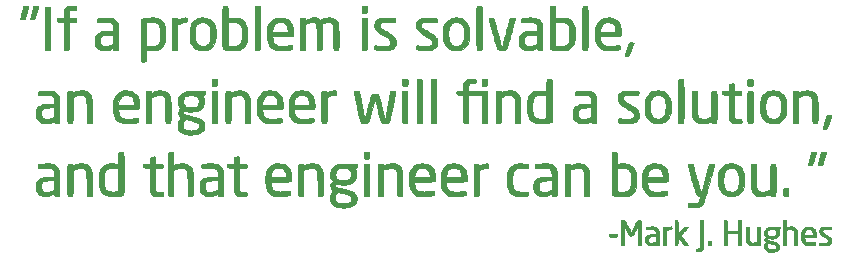
<source format=gbr>
%TF.GenerationSoftware,KiCad,Pcbnew,(6.0.0)*%
%TF.CreationDate,2022-01-21T14:37:34-08:00*%
%TF.ProjectId,PCB-side-name,5043422d-7369-4646-952d-6e616d652e6b,rev?*%
%TF.SameCoordinates,Original*%
%TF.FileFunction,Legend,Top*%
%TF.FilePolarity,Positive*%
%FSLAX46Y46*%
G04 Gerber Fmt 4.6, Leading zero omitted, Abs format (unit mm)*
G04 Created by KiCad (PCBNEW (6.0.0)) date 2022-01-21 14:37:34*
%MOMM*%
%LPD*%
G01*
G04 APERTURE LIST*
%ADD10C,0.010000*%
G04 APERTURE END LIST*
D10*
%TO.C,Ref\u002A\u002A*%
X166790104Y-93384631D02*
X166996251Y-93437247D01*
X166996251Y-93437247D02*
X167177819Y-93523835D01*
X167177819Y-93523835D02*
X167333684Y-93643536D01*
X167333684Y-93643536D02*
X167462723Y-93795490D01*
X167462723Y-93795490D02*
X167563813Y-93978839D01*
X167563813Y-93978839D02*
X167634840Y-94188770D01*
X167634840Y-94188770D02*
X167648147Y-94252454D01*
X167648147Y-94252454D02*
X167657898Y-94327501D01*
X167657898Y-94327501D02*
X167664527Y-94420933D01*
X167664527Y-94420933D02*
X167668468Y-94539775D01*
X167668468Y-94539775D02*
X167670153Y-94691049D01*
X167670153Y-94691049D02*
X167670293Y-94763166D01*
X167670293Y-94763166D02*
X167669398Y-94929578D01*
X167669398Y-94929578D02*
X167666423Y-95060713D01*
X167666423Y-95060713D02*
X167660935Y-95163593D01*
X167660935Y-95163593D02*
X167652501Y-95245241D01*
X167652501Y-95245241D02*
X167640687Y-95312683D01*
X167640687Y-95312683D02*
X167634840Y-95337563D01*
X167634840Y-95337563D02*
X167563196Y-95547448D01*
X167563196Y-95547448D02*
X167462184Y-95729525D01*
X167462184Y-95729525D02*
X167333748Y-95881802D01*
X167333748Y-95881802D02*
X167179833Y-96002286D01*
X167179833Y-96002286D02*
X167002384Y-96088982D01*
X167002384Y-96088982D02*
X166862544Y-96129066D01*
X166862544Y-96129066D02*
X166691498Y-96152388D01*
X166691498Y-96152388D02*
X166506736Y-96155838D01*
X166506736Y-96155838D02*
X166329941Y-96139428D01*
X166329941Y-96139428D02*
X166272864Y-96128758D01*
X166272864Y-96128758D02*
X166076706Y-96066257D01*
X166076706Y-96066257D02*
X165905808Y-95969958D01*
X165905808Y-95969958D02*
X165760846Y-95840528D01*
X165760846Y-95840528D02*
X165642500Y-95678633D01*
X165642500Y-95678633D02*
X165551446Y-95484942D01*
X165551446Y-95484942D02*
X165519471Y-95387290D01*
X165519471Y-95387290D02*
X165503006Y-95326777D01*
X165503006Y-95326777D02*
X165490692Y-95269986D01*
X165490692Y-95269986D02*
X165481938Y-95209341D01*
X165481938Y-95209341D02*
X165476151Y-95137264D01*
X165476151Y-95137264D02*
X165472738Y-95046178D01*
X165472738Y-95046178D02*
X165471106Y-94928508D01*
X165471106Y-94928508D02*
X165470664Y-94776676D01*
X165470664Y-94776676D02*
X165470663Y-94763166D01*
X165470663Y-94763166D02*
X165915054Y-94763166D01*
X165915054Y-94763166D02*
X165915527Y-94910905D01*
X165915527Y-94910905D02*
X165917387Y-95024237D01*
X165917387Y-95024237D02*
X165921292Y-95111081D01*
X165921292Y-95111081D02*
X165927901Y-95179358D01*
X165927901Y-95179358D02*
X165937873Y-95236988D01*
X165937873Y-95236988D02*
X165951867Y-95291891D01*
X165951867Y-95291891D02*
X165961761Y-95324572D01*
X165961761Y-95324572D02*
X166028953Y-95480393D01*
X166028953Y-95480393D02*
X166121983Y-95603301D01*
X166121983Y-95603301D02*
X166240191Y-95692593D01*
X166240191Y-95692593D02*
X166348696Y-95738223D01*
X166348696Y-95738223D02*
X166411519Y-95749060D01*
X166411519Y-95749060D02*
X166501080Y-95754632D01*
X166501080Y-95754632D02*
X166602122Y-95755020D01*
X166602122Y-95755020D02*
X166699390Y-95750303D01*
X166699390Y-95750303D02*
X166777626Y-95740561D01*
X166777626Y-95740561D02*
X166798090Y-95735867D01*
X166798090Y-95735867D02*
X166916386Y-95681883D01*
X166916386Y-95681883D02*
X167022748Y-95591508D01*
X167022748Y-95591508D02*
X167111005Y-95470293D01*
X167111005Y-95470293D02*
X167127622Y-95439561D01*
X167127622Y-95439561D02*
X167158010Y-95375944D01*
X167158010Y-95375944D02*
X167179764Y-95317041D01*
X167179764Y-95317041D02*
X167195475Y-95251585D01*
X167195475Y-95251585D02*
X167207738Y-95168308D01*
X167207738Y-95168308D02*
X167219146Y-95055945D01*
X167219146Y-95055945D02*
X167221196Y-95033041D01*
X167221196Y-95033041D02*
X167233003Y-94848610D01*
X167233003Y-94848610D02*
X167233004Y-94677910D01*
X167233004Y-94677910D02*
X167221243Y-94494512D01*
X167221243Y-94494512D02*
X167209627Y-94375810D01*
X167209627Y-94375810D02*
X167197489Y-94287951D01*
X167197489Y-94287951D02*
X167182203Y-94219500D01*
X167182203Y-94219500D02*
X167161141Y-94159019D01*
X167161141Y-94159019D02*
X167131677Y-94095070D01*
X167131677Y-94095070D02*
X167127669Y-94087053D01*
X167127669Y-94087053D02*
X167049160Y-93961111D01*
X167049160Y-93961111D02*
X166954703Y-93868877D01*
X166954703Y-93868877D02*
X166839214Y-93807538D01*
X166839214Y-93807538D02*
X166697607Y-93774280D01*
X166697607Y-93774280D02*
X166547510Y-93766006D01*
X166547510Y-93766006D02*
X166380631Y-93783994D01*
X166380631Y-93783994D02*
X166238796Y-93836111D01*
X166238796Y-93836111D02*
X166121955Y-93922394D01*
X166121955Y-93922394D02*
X166030059Y-94042877D01*
X166030059Y-94042877D02*
X165963059Y-94197600D01*
X165963059Y-94197600D02*
X165962158Y-94200451D01*
X165962158Y-94200451D02*
X165945485Y-94257621D01*
X165945485Y-94257621D02*
X165933237Y-94312762D01*
X165933237Y-94312762D02*
X165924749Y-94373812D01*
X165924749Y-94373812D02*
X165919356Y-94448710D01*
X165919356Y-94448710D02*
X165916394Y-94545393D01*
X165916394Y-94545393D02*
X165915199Y-94671800D01*
X165915199Y-94671800D02*
X165915054Y-94763166D01*
X165915054Y-94763166D02*
X165470663Y-94763166D01*
X165470663Y-94763166D02*
X165471038Y-94608317D01*
X165471038Y-94608317D02*
X165472558Y-94488224D01*
X165472558Y-94488224D02*
X165475815Y-94395315D01*
X165475815Y-94395315D02*
X165481399Y-94322016D01*
X165481399Y-94322016D02*
X165489903Y-94260755D01*
X165489903Y-94260755D02*
X165501917Y-94203957D01*
X165501917Y-94203957D02*
X165518034Y-94144051D01*
X165518034Y-94144051D02*
X165519377Y-94139387D01*
X165519377Y-94139387D02*
X165577272Y-93970454D01*
X165577272Y-93970454D02*
X165646602Y-93832121D01*
X165646602Y-93832121D02*
X165733735Y-93712959D01*
X165733735Y-93712959D02*
X165790897Y-93652099D01*
X165790897Y-93652099D02*
X165941543Y-93532650D01*
X165941543Y-93532650D02*
X166118388Y-93444336D01*
X166118388Y-93444336D02*
X166317412Y-93388646D01*
X166317412Y-93388646D02*
X166534592Y-93367073D01*
X166534592Y-93367073D02*
X166560500Y-93366847D01*
X166560500Y-93366847D02*
X166790104Y-93384631D01*
X166790104Y-93384631D02*
X166790104Y-93384631D01*
G36*
X165472558Y-94488224D02*
G01*
X165475815Y-94395315D01*
X165481399Y-94322016D01*
X165489903Y-94260755D01*
X165501917Y-94203957D01*
X165518034Y-94144051D01*
X165519377Y-94139387D01*
X165577272Y-93970454D01*
X165646602Y-93832121D01*
X165733735Y-93712959D01*
X165790897Y-93652099D01*
X165941543Y-93532650D01*
X166118388Y-93444336D01*
X166317412Y-93388646D01*
X166534592Y-93367073D01*
X166560500Y-93366847D01*
X166790104Y-93384631D01*
X166996251Y-93437247D01*
X167177819Y-93523835D01*
X167333684Y-93643536D01*
X167462723Y-93795490D01*
X167563813Y-93978839D01*
X167634840Y-94188770D01*
X167648147Y-94252454D01*
X167657898Y-94327501D01*
X167664527Y-94420933D01*
X167668468Y-94539775D01*
X167670153Y-94691049D01*
X167670293Y-94763166D01*
X167669398Y-94929578D01*
X167666423Y-95060713D01*
X167660935Y-95163593D01*
X167652501Y-95245241D01*
X167640687Y-95312683D01*
X167634840Y-95337563D01*
X167563196Y-95547448D01*
X167462184Y-95729525D01*
X167333748Y-95881802D01*
X167179833Y-96002286D01*
X167002384Y-96088982D01*
X166862544Y-96129066D01*
X166691498Y-96152388D01*
X166506736Y-96155838D01*
X166329941Y-96139428D01*
X166272864Y-96128758D01*
X166076706Y-96066257D01*
X165905808Y-95969958D01*
X165760846Y-95840528D01*
X165642500Y-95678633D01*
X165551446Y-95484942D01*
X165519471Y-95387290D01*
X165503006Y-95326777D01*
X165490692Y-95269986D01*
X165481938Y-95209341D01*
X165476151Y-95137264D01*
X165472738Y-95046178D01*
X165471106Y-94928508D01*
X165470664Y-94776676D01*
X165470663Y-94763166D01*
X165915054Y-94763166D01*
X165915527Y-94910905D01*
X165917387Y-95024237D01*
X165921292Y-95111081D01*
X165927901Y-95179358D01*
X165937873Y-95236988D01*
X165951867Y-95291891D01*
X165961761Y-95324572D01*
X166028953Y-95480393D01*
X166121983Y-95603301D01*
X166240191Y-95692593D01*
X166348696Y-95738223D01*
X166411519Y-95749060D01*
X166501080Y-95754632D01*
X166602122Y-95755020D01*
X166699390Y-95750303D01*
X166777626Y-95740561D01*
X166798090Y-95735867D01*
X166916386Y-95681883D01*
X167022748Y-95591508D01*
X167111005Y-95470293D01*
X167127622Y-95439561D01*
X167158010Y-95375944D01*
X167179764Y-95317041D01*
X167195475Y-95251585D01*
X167207738Y-95168308D01*
X167219146Y-95055945D01*
X167221196Y-95033041D01*
X167233003Y-94848610D01*
X167233004Y-94677910D01*
X167221243Y-94494512D01*
X167209627Y-94375810D01*
X167197489Y-94287951D01*
X167182203Y-94219500D01*
X167161141Y-94159019D01*
X167131677Y-94095070D01*
X167127669Y-94087053D01*
X167049160Y-93961111D01*
X166954703Y-93868877D01*
X166839214Y-93807538D01*
X166697607Y-93774280D01*
X166547510Y-93766006D01*
X166380631Y-93783994D01*
X166238796Y-93836111D01*
X166121955Y-93922394D01*
X166030059Y-94042877D01*
X165963059Y-94197600D01*
X165962158Y-94200451D01*
X165945485Y-94257621D01*
X165933237Y-94312762D01*
X165924749Y-94373812D01*
X165919356Y-94448710D01*
X165916394Y-94545393D01*
X165915199Y-94671800D01*
X165915054Y-94763166D01*
X165470663Y-94763166D01*
X165471038Y-94608317D01*
X165472558Y-94488224D01*
G37*
X165472558Y-94488224D02*
X165475815Y-94395315D01*
X165481399Y-94322016D01*
X165489903Y-94260755D01*
X165501917Y-94203957D01*
X165518034Y-94144051D01*
X165519377Y-94139387D01*
X165577272Y-93970454D01*
X165646602Y-93832121D01*
X165733735Y-93712959D01*
X165790897Y-93652099D01*
X165941543Y-93532650D01*
X166118388Y-93444336D01*
X166317412Y-93388646D01*
X166534592Y-93367073D01*
X166560500Y-93366847D01*
X166790104Y-93384631D01*
X166996251Y-93437247D01*
X167177819Y-93523835D01*
X167333684Y-93643536D01*
X167462723Y-93795490D01*
X167563813Y-93978839D01*
X167634840Y-94188770D01*
X167648147Y-94252454D01*
X167657898Y-94327501D01*
X167664527Y-94420933D01*
X167668468Y-94539775D01*
X167670153Y-94691049D01*
X167670293Y-94763166D01*
X167669398Y-94929578D01*
X167666423Y-95060713D01*
X167660935Y-95163593D01*
X167652501Y-95245241D01*
X167640687Y-95312683D01*
X167634840Y-95337563D01*
X167563196Y-95547448D01*
X167462184Y-95729525D01*
X167333748Y-95881802D01*
X167179833Y-96002286D01*
X167002384Y-96088982D01*
X166862544Y-96129066D01*
X166691498Y-96152388D01*
X166506736Y-96155838D01*
X166329941Y-96139428D01*
X166272864Y-96128758D01*
X166076706Y-96066257D01*
X165905808Y-95969958D01*
X165760846Y-95840528D01*
X165642500Y-95678633D01*
X165551446Y-95484942D01*
X165519471Y-95387290D01*
X165503006Y-95326777D01*
X165490692Y-95269986D01*
X165481938Y-95209341D01*
X165476151Y-95137264D01*
X165472738Y-95046178D01*
X165471106Y-94928508D01*
X165470664Y-94776676D01*
X165470663Y-94763166D01*
X165915054Y-94763166D01*
X165915527Y-94910905D01*
X165917387Y-95024237D01*
X165921292Y-95111081D01*
X165927901Y-95179358D01*
X165937873Y-95236988D01*
X165951867Y-95291891D01*
X165961761Y-95324572D01*
X166028953Y-95480393D01*
X166121983Y-95603301D01*
X166240191Y-95692593D01*
X166348696Y-95738223D01*
X166411519Y-95749060D01*
X166501080Y-95754632D01*
X166602122Y-95755020D01*
X166699390Y-95750303D01*
X166777626Y-95740561D01*
X166798090Y-95735867D01*
X166916386Y-95681883D01*
X167022748Y-95591508D01*
X167111005Y-95470293D01*
X167127622Y-95439561D01*
X167158010Y-95375944D01*
X167179764Y-95317041D01*
X167195475Y-95251585D01*
X167207738Y-95168308D01*
X167219146Y-95055945D01*
X167221196Y-95033041D01*
X167233003Y-94848610D01*
X167233004Y-94677910D01*
X167221243Y-94494512D01*
X167209627Y-94375810D01*
X167197489Y-94287951D01*
X167182203Y-94219500D01*
X167161141Y-94159019D01*
X167131677Y-94095070D01*
X167127669Y-94087053D01*
X167049160Y-93961111D01*
X166954703Y-93868877D01*
X166839214Y-93807538D01*
X166697607Y-93774280D01*
X166547510Y-93766006D01*
X166380631Y-93783994D01*
X166238796Y-93836111D01*
X166121955Y-93922394D01*
X166030059Y-94042877D01*
X165963059Y-94197600D01*
X165962158Y-94200451D01*
X165945485Y-94257621D01*
X165933237Y-94312762D01*
X165924749Y-94373812D01*
X165919356Y-94448710D01*
X165916394Y-94545393D01*
X165915199Y-94671800D01*
X165915054Y-94763166D01*
X165470663Y-94763166D01*
X165471038Y-94608317D01*
X165472558Y-94488224D01*
X158406660Y-104337462D02*
X158449592Y-104357345D01*
X158449592Y-104357345D02*
X158449882Y-104357690D01*
X158449882Y-104357690D02*
X158458402Y-104386823D01*
X158458402Y-104386823D02*
X158465498Y-104452763D01*
X158465498Y-104452763D02*
X158471233Y-104556767D01*
X158471233Y-104556767D02*
X158475668Y-104700092D01*
X158475668Y-104700092D02*
X158478865Y-104883995D01*
X158478865Y-104883995D02*
X158479778Y-104965810D01*
X158479778Y-104965810D02*
X158485416Y-105544702D01*
X158485416Y-105544702D02*
X159055852Y-104900282D01*
X159055852Y-104900282D02*
X159193967Y-104906433D01*
X159193967Y-104906433D02*
X159277794Y-104913936D01*
X159277794Y-104913936D02*
X159323743Y-104926980D01*
X159323743Y-104926980D02*
X159332083Y-104937847D01*
X159332083Y-104937847D02*
X159318301Y-104960257D01*
X159318301Y-104960257D02*
X159279763Y-105008624D01*
X159279763Y-105008624D02*
X159220682Y-105078035D01*
X159220682Y-105078035D02*
X159145270Y-105163577D01*
X159145270Y-105163577D02*
X159057741Y-105260337D01*
X159057741Y-105260337D02*
X159025166Y-105295788D01*
X159025166Y-105295788D02*
X158934533Y-105394787D01*
X158934533Y-105394787D02*
X158854511Y-105483646D01*
X158854511Y-105483646D02*
X158789295Y-105557588D01*
X158789295Y-105557588D02*
X158743078Y-105611836D01*
X158743078Y-105611836D02*
X158720053Y-105641613D01*
X158720053Y-105641613D02*
X158718250Y-105645405D01*
X158718250Y-105645405D02*
X158731150Y-105665925D01*
X158731150Y-105665925D02*
X158767314Y-105714161D01*
X158767314Y-105714161D02*
X158822937Y-105785282D01*
X158822937Y-105785282D02*
X158894213Y-105874454D01*
X158894213Y-105874454D02*
X158977338Y-105976846D01*
X158977338Y-105976846D02*
X159025166Y-106035149D01*
X159025166Y-106035149D02*
X159113170Y-106143094D01*
X159113170Y-106143094D02*
X159191320Y-106240962D01*
X159191320Y-106240962D02*
X159255794Y-106323802D01*
X159255794Y-106323802D02*
X159302772Y-106386661D01*
X159302772Y-106386661D02*
X159328433Y-106424588D01*
X159328433Y-106424588D02*
X159332083Y-106432851D01*
X159332083Y-106432851D02*
X159311617Y-106448653D01*
X159311617Y-106448653D02*
X159252646Y-106459653D01*
X159252646Y-106459653D02*
X159194191Y-106463895D01*
X159194191Y-106463895D02*
X159056299Y-106470040D01*
X159056299Y-106470040D02*
X158770857Y-106116244D01*
X158770857Y-106116244D02*
X158485416Y-105762449D01*
X158485416Y-105762449D02*
X158474833Y-106110099D01*
X158474833Y-106110099D02*
X158464250Y-106457750D01*
X158464250Y-106457750D02*
X158352888Y-106464156D01*
X158352888Y-106464156D02*
X158276487Y-106463845D01*
X158276487Y-106463845D02*
X158237133Y-106451422D01*
X158237133Y-106451422D02*
X158230961Y-106442989D01*
X158230961Y-106442989D02*
X158228976Y-106416911D01*
X158228976Y-106416911D02*
X158227334Y-106352695D01*
X158227334Y-106352695D02*
X158226054Y-106254532D01*
X158226054Y-106254532D02*
X158225156Y-106126615D01*
X158225156Y-106126615D02*
X158224661Y-105973137D01*
X158224661Y-105973137D02*
X158224587Y-105798292D01*
X158224587Y-105798292D02*
X158224956Y-105606272D01*
X158224956Y-105606272D02*
X158225787Y-105401269D01*
X158225787Y-105401269D02*
X158225906Y-105378250D01*
X158225906Y-105378250D02*
X158231416Y-104341083D01*
X158231416Y-104341083D02*
X158328520Y-104334772D01*
X158328520Y-104334772D02*
X158406660Y-104337462D01*
X158406660Y-104337462D02*
X158406660Y-104337462D01*
G36*
X158406660Y-104337462D02*
G01*
X158449592Y-104357345D01*
X158449882Y-104357690D01*
X158458402Y-104386823D01*
X158465498Y-104452763D01*
X158471233Y-104556767D01*
X158475668Y-104700092D01*
X158478865Y-104883995D01*
X158479778Y-104965810D01*
X158485416Y-105544702D01*
X159055852Y-104900282D01*
X159193967Y-104906433D01*
X159277794Y-104913936D01*
X159323743Y-104926980D01*
X159332083Y-104937847D01*
X159318301Y-104960257D01*
X159279763Y-105008624D01*
X159220682Y-105078035D01*
X159145270Y-105163577D01*
X159057741Y-105260337D01*
X159025166Y-105295788D01*
X158934533Y-105394787D01*
X158854511Y-105483646D01*
X158789295Y-105557588D01*
X158743078Y-105611836D01*
X158720053Y-105641613D01*
X158718250Y-105645405D01*
X158731150Y-105665925D01*
X158767314Y-105714161D01*
X158822937Y-105785282D01*
X158894213Y-105874454D01*
X158977338Y-105976846D01*
X159025166Y-106035149D01*
X159113170Y-106143094D01*
X159191320Y-106240962D01*
X159255794Y-106323802D01*
X159302772Y-106386661D01*
X159328433Y-106424588D01*
X159332083Y-106432851D01*
X159311617Y-106448653D01*
X159252646Y-106459653D01*
X159194191Y-106463895D01*
X159056299Y-106470040D01*
X158770857Y-106116244D01*
X158485416Y-105762449D01*
X158474833Y-106110099D01*
X158464250Y-106457750D01*
X158352888Y-106464156D01*
X158276487Y-106463845D01*
X158237133Y-106451422D01*
X158230961Y-106442989D01*
X158228976Y-106416911D01*
X158227334Y-106352695D01*
X158226054Y-106254532D01*
X158225156Y-106126615D01*
X158224661Y-105973137D01*
X158224587Y-105798292D01*
X158224956Y-105606272D01*
X158225787Y-105401269D01*
X158225906Y-105378250D01*
X158231416Y-104341083D01*
X158328520Y-104334772D01*
X158406660Y-104337462D01*
G37*
X158406660Y-104337462D02*
X158449592Y-104357345D01*
X158449882Y-104357690D01*
X158458402Y-104386823D01*
X158465498Y-104452763D01*
X158471233Y-104556767D01*
X158475668Y-104700092D01*
X158478865Y-104883995D01*
X158479778Y-104965810D01*
X158485416Y-105544702D01*
X159055852Y-104900282D01*
X159193967Y-104906433D01*
X159277794Y-104913936D01*
X159323743Y-104926980D01*
X159332083Y-104937847D01*
X159318301Y-104960257D01*
X159279763Y-105008624D01*
X159220682Y-105078035D01*
X159145270Y-105163577D01*
X159057741Y-105260337D01*
X159025166Y-105295788D01*
X158934533Y-105394787D01*
X158854511Y-105483646D01*
X158789295Y-105557588D01*
X158743078Y-105611836D01*
X158720053Y-105641613D01*
X158718250Y-105645405D01*
X158731150Y-105665925D01*
X158767314Y-105714161D01*
X158822937Y-105785282D01*
X158894213Y-105874454D01*
X158977338Y-105976846D01*
X159025166Y-106035149D01*
X159113170Y-106143094D01*
X159191320Y-106240962D01*
X159255794Y-106323802D01*
X159302772Y-106386661D01*
X159328433Y-106424588D01*
X159332083Y-106432851D01*
X159311617Y-106448653D01*
X159252646Y-106459653D01*
X159194191Y-106463895D01*
X159056299Y-106470040D01*
X158770857Y-106116244D01*
X158485416Y-105762449D01*
X158474833Y-106110099D01*
X158464250Y-106457750D01*
X158352888Y-106464156D01*
X158276487Y-106463845D01*
X158237133Y-106451422D01*
X158230961Y-106442989D01*
X158228976Y-106416911D01*
X158227334Y-106352695D01*
X158226054Y-106254532D01*
X158225156Y-106126615D01*
X158224661Y-105973137D01*
X158224587Y-105798292D01*
X158224956Y-105606272D01*
X158225787Y-105401269D01*
X158225906Y-105378250D01*
X158231416Y-104341083D01*
X158328520Y-104334772D01*
X158406660Y-104337462D01*
X146212043Y-87200196D02*
X146405019Y-87231143D01*
X146405019Y-87231143D02*
X146568198Y-87285108D01*
X146568198Y-87285108D02*
X146704128Y-87363178D01*
X146704128Y-87363178D02*
X146815356Y-87466438D01*
X146815356Y-87466438D02*
X146904426Y-87595970D01*
X146904426Y-87595970D02*
X146965884Y-87730899D01*
X146965884Y-87730899D02*
X146976386Y-87760307D01*
X146976386Y-87760307D02*
X146985179Y-87790305D01*
X146985179Y-87790305D02*
X146992448Y-87824862D01*
X146992448Y-87824862D02*
X146998377Y-87867947D01*
X146998377Y-87867947D02*
X147003153Y-87923528D01*
X147003153Y-87923528D02*
X147006959Y-87995574D01*
X147006959Y-87995574D02*
X147009980Y-88088053D01*
X147009980Y-88088053D02*
X147012402Y-88204935D01*
X147012402Y-88204935D02*
X147014408Y-88350188D01*
X147014408Y-88350188D02*
X147016185Y-88527781D01*
X147016185Y-88527781D02*
X147017917Y-88741683D01*
X147017917Y-88741683D02*
X147018858Y-88868044D01*
X147018858Y-88868044D02*
X147026306Y-89883838D01*
X147026306Y-89883838D02*
X146980308Y-89921086D01*
X146980308Y-89921086D02*
X146930520Y-89945749D01*
X146930520Y-89945749D02*
X146853867Y-89957057D01*
X146853867Y-89957057D02*
X146803781Y-89958333D01*
X146803781Y-89958333D02*
X146696376Y-89949992D01*
X146696376Y-89949992D02*
X146625212Y-89923865D01*
X146625212Y-89923865D02*
X146587393Y-89878300D01*
X146587393Y-89878300D02*
X146579166Y-89830133D01*
X146579166Y-89830133D02*
X146576688Y-89786028D01*
X146576688Y-89786028D02*
X146570780Y-89767833D01*
X146570780Y-89767833D02*
X146549083Y-89776234D01*
X146549083Y-89776234D02*
X146498796Y-89798570D01*
X146498796Y-89798570D02*
X146429533Y-89830539D01*
X146429533Y-89830539D02*
X146406738Y-89841247D01*
X146406738Y-89841247D02*
X146311996Y-89882287D01*
X146311996Y-89882287D02*
X146211605Y-89920064D01*
X146211605Y-89920064D02*
X146126879Y-89946575D01*
X146126879Y-89946575D02*
X146124927Y-89947081D01*
X146124927Y-89947081D02*
X146026383Y-89964714D01*
X146026383Y-89964714D02*
X145906940Y-89974704D01*
X145906940Y-89974704D02*
X145780673Y-89976987D01*
X145780673Y-89976987D02*
X145661658Y-89971497D01*
X145661658Y-89971497D02*
X145563969Y-89958170D01*
X145563969Y-89958170D02*
X145531416Y-89949821D01*
X145531416Y-89949821D02*
X145371770Y-89884073D01*
X145371770Y-89884073D02*
X145245495Y-89796769D01*
X145245495Y-89796769D02*
X145149347Y-89684052D01*
X145149347Y-89684052D02*
X145080082Y-89542062D01*
X145080082Y-89542062D02*
X145034454Y-89366941D01*
X145034454Y-89366941D02*
X145032651Y-89356767D01*
X145032651Y-89356767D02*
X145018804Y-89210822D01*
X145018804Y-89210822D02*
X145463700Y-89210822D01*
X145463700Y-89210822D02*
X145487008Y-89344632D01*
X145487008Y-89344632D02*
X145534800Y-89456306D01*
X145534800Y-89456306D02*
X145604702Y-89540525D01*
X145604702Y-89540525D02*
X145694337Y-89591971D01*
X145694337Y-89591971D02*
X145706478Y-89595738D01*
X145706478Y-89595738D02*
X145788573Y-89608556D01*
X145788573Y-89608556D02*
X145897086Y-89611261D01*
X145897086Y-89611261D02*
X146017570Y-89604784D01*
X146017570Y-89604784D02*
X146135577Y-89590052D01*
X146135577Y-89590052D02*
X146236657Y-89567996D01*
X146236657Y-89567996D02*
X146261666Y-89560038D01*
X146261666Y-89560038D02*
X146349414Y-89526534D01*
X146349414Y-89526534D02*
X146440347Y-89487810D01*
X146440347Y-89487810D02*
X146478625Y-89469927D01*
X146478625Y-89469927D02*
X146579166Y-89420731D01*
X146579166Y-89420731D02*
X146579166Y-88646000D01*
X146579166Y-88646000D02*
X146262708Y-88646000D01*
X146262708Y-88646000D02*
X146056850Y-88650404D01*
X146056850Y-88650404D02*
X145888804Y-88664913D01*
X145888804Y-88664913D02*
X145754844Y-88691465D01*
X145754844Y-88691465D02*
X145651244Y-88732001D01*
X145651244Y-88732001D02*
X145574276Y-88788463D01*
X145574276Y-88788463D02*
X145520214Y-88862789D01*
X145520214Y-88862789D02*
X145485331Y-88956921D01*
X145485331Y-88956921D02*
X145467254Y-89060196D01*
X145467254Y-89060196D02*
X145463700Y-89210822D01*
X145463700Y-89210822D02*
X145018804Y-89210822D01*
X145018804Y-89210822D02*
X145013228Y-89152055D01*
X145013228Y-89152055D02*
X145028180Y-88965477D01*
X145028180Y-88965477D02*
X145076481Y-88799552D01*
X145076481Y-88799552D02*
X145157103Y-88656797D01*
X145157103Y-88656797D02*
X145269017Y-88539729D01*
X145269017Y-88539729D02*
X145400239Y-88456137D01*
X145400239Y-88456137D02*
X145508807Y-88410981D01*
X145508807Y-88410981D02*
X145633643Y-88375441D01*
X145633643Y-88375441D02*
X145780808Y-88348470D01*
X145780808Y-88348470D02*
X145956362Y-88329021D01*
X145956362Y-88329021D02*
X146166365Y-88316047D01*
X146166365Y-88316047D02*
X146224625Y-88313705D01*
X146224625Y-88313705D02*
X146579166Y-88300725D01*
X146579166Y-88300725D02*
X146579006Y-88192904D01*
X146579006Y-88192904D02*
X146572931Y-88073382D01*
X146572931Y-88073382D02*
X146556680Y-87953500D01*
X146556680Y-87953500D02*
X146532703Y-87845994D01*
X146532703Y-87845994D02*
X146503451Y-87763601D01*
X146503451Y-87763601D02*
X146492468Y-87743129D01*
X146492468Y-87743129D02*
X146446907Y-87692069D01*
X146446907Y-87692069D02*
X146380800Y-87642852D01*
X146380800Y-87642852D02*
X146350826Y-87626210D01*
X146350826Y-87626210D02*
X146313195Y-87608694D01*
X146313195Y-87608694D02*
X146277395Y-87596122D01*
X146277395Y-87596122D02*
X146236048Y-87587870D01*
X146236048Y-87587870D02*
X146181779Y-87583313D01*
X146181779Y-87583313D02*
X146107210Y-87581828D01*
X146107210Y-87581828D02*
X146004964Y-87582790D01*
X146004964Y-87582790D02*
X145870083Y-87585520D01*
X145870083Y-87585520D02*
X145734586Y-87588456D01*
X145734586Y-87588456D02*
X145601988Y-87591212D01*
X145601988Y-87591212D02*
X145482909Y-87593576D01*
X145482909Y-87593576D02*
X145387968Y-87595336D01*
X145387968Y-87595336D02*
X145340916Y-87596104D01*
X145340916Y-87596104D02*
X145192750Y-87598250D01*
X145192750Y-87598250D02*
X145192750Y-87280750D01*
X145192750Y-87280750D02*
X145298583Y-87254553D01*
X145298583Y-87254553D02*
X145357881Y-87243495D01*
X145357881Y-87243495D02*
X145448644Y-87230974D01*
X145448644Y-87230974D02*
X145560091Y-87218289D01*
X145560091Y-87218289D02*
X145681443Y-87206738D01*
X145681443Y-87206738D02*
X145726518Y-87203025D01*
X145726518Y-87203025D02*
X145986725Y-87191185D01*
X145986725Y-87191185D02*
X146212043Y-87200196D01*
X146212043Y-87200196D02*
X146212043Y-87200196D01*
G36*
X145028180Y-88965477D02*
G01*
X145076481Y-88799552D01*
X145157103Y-88656797D01*
X145269017Y-88539729D01*
X145400239Y-88456137D01*
X145508807Y-88410981D01*
X145633643Y-88375441D01*
X145780808Y-88348470D01*
X145956362Y-88329021D01*
X146166365Y-88316047D01*
X146224625Y-88313705D01*
X146579166Y-88300725D01*
X146579006Y-88192904D01*
X146572931Y-88073382D01*
X146556680Y-87953500D01*
X146532703Y-87845994D01*
X146503451Y-87763601D01*
X146492468Y-87743129D01*
X146446907Y-87692069D01*
X146380800Y-87642852D01*
X146350826Y-87626210D01*
X146313195Y-87608694D01*
X146277395Y-87596122D01*
X146236048Y-87587870D01*
X146181779Y-87583313D01*
X146107210Y-87581828D01*
X146004964Y-87582790D01*
X145870083Y-87585520D01*
X145734586Y-87588456D01*
X145601988Y-87591212D01*
X145482909Y-87593576D01*
X145387968Y-87595336D01*
X145340916Y-87596104D01*
X145192750Y-87598250D01*
X145192750Y-87280750D01*
X145298583Y-87254553D01*
X145357881Y-87243495D01*
X145448644Y-87230974D01*
X145560091Y-87218289D01*
X145681443Y-87206738D01*
X145726518Y-87203025D01*
X145986725Y-87191185D01*
X146212043Y-87200196D01*
X146405019Y-87231143D01*
X146568198Y-87285108D01*
X146704128Y-87363178D01*
X146815356Y-87466438D01*
X146904426Y-87595970D01*
X146965884Y-87730899D01*
X146976386Y-87760307D01*
X146985179Y-87790305D01*
X146992448Y-87824862D01*
X146998377Y-87867947D01*
X147003153Y-87923528D01*
X147006959Y-87995574D01*
X147009980Y-88088053D01*
X147012402Y-88204935D01*
X147014408Y-88350188D01*
X147016185Y-88527781D01*
X147017917Y-88741683D01*
X147018858Y-88868044D01*
X147026306Y-89883838D01*
X146980308Y-89921086D01*
X146930520Y-89945749D01*
X146853867Y-89957057D01*
X146803781Y-89958333D01*
X146696376Y-89949992D01*
X146625212Y-89923865D01*
X146587393Y-89878300D01*
X146579166Y-89830133D01*
X146576688Y-89786028D01*
X146570780Y-89767833D01*
X146549083Y-89776234D01*
X146498796Y-89798570D01*
X146429533Y-89830539D01*
X146406738Y-89841247D01*
X146311996Y-89882287D01*
X146211605Y-89920064D01*
X146126879Y-89946575D01*
X146124927Y-89947081D01*
X146026383Y-89964714D01*
X145906940Y-89974704D01*
X145780673Y-89976987D01*
X145661658Y-89971497D01*
X145563969Y-89958170D01*
X145531416Y-89949821D01*
X145371770Y-89884073D01*
X145245495Y-89796769D01*
X145149347Y-89684052D01*
X145080082Y-89542062D01*
X145034454Y-89366941D01*
X145032651Y-89356767D01*
X145018804Y-89210822D01*
X145463700Y-89210822D01*
X145487008Y-89344632D01*
X145534800Y-89456306D01*
X145604702Y-89540525D01*
X145694337Y-89591971D01*
X145706478Y-89595738D01*
X145788573Y-89608556D01*
X145897086Y-89611261D01*
X146017570Y-89604784D01*
X146135577Y-89590052D01*
X146236657Y-89567996D01*
X146261666Y-89560038D01*
X146349414Y-89526534D01*
X146440347Y-89487810D01*
X146478625Y-89469927D01*
X146579166Y-89420731D01*
X146579166Y-88646000D01*
X146262708Y-88646000D01*
X146056850Y-88650404D01*
X145888804Y-88664913D01*
X145754844Y-88691465D01*
X145651244Y-88732001D01*
X145574276Y-88788463D01*
X145520214Y-88862789D01*
X145485331Y-88956921D01*
X145467254Y-89060196D01*
X145463700Y-89210822D01*
X145018804Y-89210822D01*
X145013228Y-89152055D01*
X145028180Y-88965477D01*
G37*
X145028180Y-88965477D02*
X145076481Y-88799552D01*
X145157103Y-88656797D01*
X145269017Y-88539729D01*
X145400239Y-88456137D01*
X145508807Y-88410981D01*
X145633643Y-88375441D01*
X145780808Y-88348470D01*
X145956362Y-88329021D01*
X146166365Y-88316047D01*
X146224625Y-88313705D01*
X146579166Y-88300725D01*
X146579006Y-88192904D01*
X146572931Y-88073382D01*
X146556680Y-87953500D01*
X146532703Y-87845994D01*
X146503451Y-87763601D01*
X146492468Y-87743129D01*
X146446907Y-87692069D01*
X146380800Y-87642852D01*
X146350826Y-87626210D01*
X146313195Y-87608694D01*
X146277395Y-87596122D01*
X146236048Y-87587870D01*
X146181779Y-87583313D01*
X146107210Y-87581828D01*
X146004964Y-87582790D01*
X145870083Y-87585520D01*
X145734586Y-87588456D01*
X145601988Y-87591212D01*
X145482909Y-87593576D01*
X145387968Y-87595336D01*
X145340916Y-87596104D01*
X145192750Y-87598250D01*
X145192750Y-87280750D01*
X145298583Y-87254553D01*
X145357881Y-87243495D01*
X145448644Y-87230974D01*
X145560091Y-87218289D01*
X145681443Y-87206738D01*
X145726518Y-87203025D01*
X145986725Y-87191185D01*
X146212043Y-87200196D01*
X146405019Y-87231143D01*
X146568198Y-87285108D01*
X146704128Y-87363178D01*
X146815356Y-87466438D01*
X146904426Y-87595970D01*
X146965884Y-87730899D01*
X146976386Y-87760307D01*
X146985179Y-87790305D01*
X146992448Y-87824862D01*
X146998377Y-87867947D01*
X147003153Y-87923528D01*
X147006959Y-87995574D01*
X147009980Y-88088053D01*
X147012402Y-88204935D01*
X147014408Y-88350188D01*
X147016185Y-88527781D01*
X147017917Y-88741683D01*
X147018858Y-88868044D01*
X147026306Y-89883838D01*
X146980308Y-89921086D01*
X146930520Y-89945749D01*
X146853867Y-89957057D01*
X146803781Y-89958333D01*
X146696376Y-89949992D01*
X146625212Y-89923865D01*
X146587393Y-89878300D01*
X146579166Y-89830133D01*
X146576688Y-89786028D01*
X146570780Y-89767833D01*
X146549083Y-89776234D01*
X146498796Y-89798570D01*
X146429533Y-89830539D01*
X146406738Y-89841247D01*
X146311996Y-89882287D01*
X146211605Y-89920064D01*
X146126879Y-89946575D01*
X146124927Y-89947081D01*
X146026383Y-89964714D01*
X145906940Y-89974704D01*
X145780673Y-89976987D01*
X145661658Y-89971497D01*
X145563969Y-89958170D01*
X145531416Y-89949821D01*
X145371770Y-89884073D01*
X145245495Y-89796769D01*
X145149347Y-89684052D01*
X145080082Y-89542062D01*
X145034454Y-89366941D01*
X145032651Y-89356767D01*
X145018804Y-89210822D01*
X145463700Y-89210822D01*
X145487008Y-89344632D01*
X145534800Y-89456306D01*
X145604702Y-89540525D01*
X145694337Y-89591971D01*
X145706478Y-89595738D01*
X145788573Y-89608556D01*
X145897086Y-89611261D01*
X146017570Y-89604784D01*
X146135577Y-89590052D01*
X146236657Y-89567996D01*
X146261666Y-89560038D01*
X146349414Y-89526534D01*
X146440347Y-89487810D01*
X146478625Y-89469927D01*
X146579166Y-89420731D01*
X146579166Y-88646000D01*
X146262708Y-88646000D01*
X146056850Y-88650404D01*
X145888804Y-88664913D01*
X145754844Y-88691465D01*
X145651244Y-88732001D01*
X145574276Y-88788463D01*
X145520214Y-88862789D01*
X145485331Y-88956921D01*
X145467254Y-89060196D01*
X145463700Y-89210822D01*
X145018804Y-89210822D01*
X145013228Y-89152055D01*
X145028180Y-88965477D01*
X112010672Y-93384234D02*
X112215686Y-93435627D01*
X112215686Y-93435627D02*
X112395108Y-93520177D01*
X112395108Y-93520177D02*
X112547837Y-93636975D01*
X112547837Y-93636975D02*
X112672771Y-93785118D01*
X112672771Y-93785118D02*
X112768811Y-93963699D01*
X112768811Y-93963699D02*
X112834856Y-94171812D01*
X112834856Y-94171812D02*
X112849775Y-94246212D01*
X112849775Y-94246212D02*
X112867855Y-94374766D01*
X112867855Y-94374766D02*
X112878550Y-94504856D01*
X112878550Y-94504856D02*
X112881874Y-94627745D01*
X112881874Y-94627745D02*
X112877839Y-94734698D01*
X112877839Y-94734698D02*
X112866457Y-94816979D01*
X112866457Y-94816979D02*
X112848883Y-94864290D01*
X112848883Y-94864290D02*
X112815932Y-94911333D01*
X112815932Y-94911333D02*
X111118754Y-94911333D01*
X111118754Y-94911333D02*
X111132539Y-95090666D01*
X111132539Y-95090666D02*
X111161746Y-95285839D01*
X111161746Y-95285839D02*
X111216931Y-95447825D01*
X111216931Y-95447825D02*
X111298302Y-95577024D01*
X111298302Y-95577024D02*
X111406069Y-95673835D01*
X111406069Y-95673835D02*
X111451079Y-95700683D01*
X111451079Y-95700683D02*
X111489649Y-95718757D01*
X111489649Y-95718757D02*
X111531954Y-95731839D01*
X111531954Y-95731839D02*
X111586074Y-95740974D01*
X111586074Y-95740974D02*
X111660088Y-95747209D01*
X111660088Y-95747209D02*
X111762075Y-95751590D01*
X111762075Y-95751590D02*
X111865833Y-95754382D01*
X111865833Y-95754382D02*
X112009364Y-95755421D01*
X112009364Y-95755421D02*
X112166352Y-95752754D01*
X112166352Y-95752754D02*
X112319023Y-95746898D01*
X112319023Y-95746898D02*
X112449606Y-95738366D01*
X112449606Y-95738366D02*
X112464700Y-95737026D01*
X112464700Y-95737026D02*
X112584042Y-95727003D01*
X112584042Y-95727003D02*
X112667956Y-95722687D01*
X112667956Y-95722687D02*
X112722960Y-95724090D01*
X112722960Y-95724090D02*
X112755575Y-95731223D01*
X112755575Y-95731223D02*
X112766325Y-95737587D01*
X112766325Y-95737587D02*
X112785839Y-95775687D01*
X112785839Y-95775687D02*
X112796159Y-95839673D01*
X112796159Y-95839673D02*
X112797293Y-95914110D01*
X112797293Y-95914110D02*
X112789245Y-95983565D01*
X112789245Y-95983565D02*
X112772021Y-96032600D01*
X112772021Y-96032600D02*
X112766216Y-96039925D01*
X112766216Y-96039925D02*
X112720020Y-96065201D01*
X112720020Y-96065201D02*
X112638459Y-96088306D01*
X112638459Y-96088306D02*
X112528466Y-96108762D01*
X112528466Y-96108762D02*
X112396975Y-96126092D01*
X112396975Y-96126092D02*
X112250921Y-96139818D01*
X112250921Y-96139818D02*
X112097237Y-96149462D01*
X112097237Y-96149462D02*
X111942858Y-96154547D01*
X111942858Y-96154547D02*
X111794717Y-96154596D01*
X111794717Y-96154596D02*
X111659748Y-96149130D01*
X111659748Y-96149130D02*
X111544886Y-96137672D01*
X111544886Y-96137672D02*
X111489249Y-96127884D01*
X111489249Y-96127884D02*
X111288400Y-96065096D01*
X111288400Y-96065096D02*
X111114770Y-95969889D01*
X111114770Y-95969889D02*
X110968404Y-95842308D01*
X110968404Y-95842308D02*
X110849350Y-95682396D01*
X110849350Y-95682396D02*
X110757651Y-95490196D01*
X110757651Y-95490196D02*
X110730002Y-95408750D01*
X110730002Y-95408750D02*
X110717432Y-95362332D01*
X110717432Y-95362332D02*
X110707829Y-95311437D01*
X110707829Y-95311437D02*
X110700814Y-95249796D01*
X110700814Y-95249796D02*
X110696010Y-95171142D01*
X110696010Y-95171142D02*
X110693039Y-95069206D01*
X110693039Y-95069206D02*
X110691523Y-94937720D01*
X110691523Y-94937720D02*
X110691083Y-94770416D01*
X110691083Y-94770416D02*
X110691083Y-94763166D01*
X110691083Y-94763166D02*
X110691488Y-94594356D01*
X110691488Y-94594356D02*
X110691727Y-94572666D01*
X110691727Y-94572666D02*
X111119160Y-94572666D01*
X111119160Y-94572666D02*
X112422038Y-94572666D01*
X112422038Y-94572666D02*
X112411047Y-94379895D01*
X112411047Y-94379895D02*
X112402931Y-94276501D01*
X112402931Y-94276501D02*
X112389695Y-94198628D01*
X112389695Y-94198628D02*
X112367182Y-94129477D01*
X112367182Y-94129477D02*
X112331233Y-94052248D01*
X112331233Y-94052248D02*
X112328736Y-94047339D01*
X112328736Y-94047339D02*
X112256008Y-93932440D01*
X112256008Y-93932440D02*
X112169034Y-93851807D01*
X112169034Y-93851807D02*
X112059744Y-93799970D01*
X112059744Y-93799970D02*
X111922131Y-93771704D01*
X111922131Y-93771704D02*
X111729731Y-93763332D01*
X111729731Y-93763332D02*
X111564051Y-93787792D01*
X111564051Y-93787792D02*
X111425034Y-93845132D01*
X111425034Y-93845132D02*
X111312622Y-93935398D01*
X111312622Y-93935398D02*
X111226758Y-94058636D01*
X111226758Y-94058636D02*
X111167385Y-94214893D01*
X111167385Y-94214893D02*
X111134445Y-94404216D01*
X111134445Y-94404216D02*
X111133733Y-94411851D01*
X111133733Y-94411851D02*
X111119160Y-94572666D01*
X111119160Y-94572666D02*
X110691727Y-94572666D01*
X110691727Y-94572666D02*
X110692956Y-94461606D01*
X110692956Y-94461606D02*
X110695864Y-94358647D01*
X110695864Y-94358647D02*
X110700591Y-94279212D01*
X110700591Y-94279212D02*
X110707513Y-94217032D01*
X110707513Y-94217032D02*
X110717010Y-94165839D01*
X110717010Y-94165839D02*
X110729458Y-94119365D01*
X110729458Y-94119365D02*
X110730002Y-94117583D01*
X110730002Y-94117583D02*
X110811816Y-93912603D01*
X110811816Y-93912603D02*
X110921492Y-93739352D01*
X110921492Y-93739352D02*
X111058241Y-93598392D01*
X111058241Y-93598392D02*
X111221276Y-93490286D01*
X111221276Y-93490286D02*
X111409809Y-93415597D01*
X111409809Y-93415597D02*
X111623051Y-93374887D01*
X111623051Y-93374887D02*
X111781166Y-93366901D01*
X111781166Y-93366901D02*
X112010672Y-93384234D01*
X112010672Y-93384234D02*
X112010672Y-93384234D01*
G36*
X110695864Y-94358647D02*
G01*
X110700591Y-94279212D01*
X110707513Y-94217032D01*
X110717010Y-94165839D01*
X110729458Y-94119365D01*
X110730002Y-94117583D01*
X110811816Y-93912603D01*
X110921492Y-93739352D01*
X111058241Y-93598392D01*
X111221276Y-93490286D01*
X111409809Y-93415597D01*
X111623051Y-93374887D01*
X111781166Y-93366901D01*
X112010672Y-93384234D01*
X112215686Y-93435627D01*
X112395108Y-93520177D01*
X112547837Y-93636975D01*
X112672771Y-93785118D01*
X112768811Y-93963699D01*
X112834856Y-94171812D01*
X112849775Y-94246212D01*
X112867855Y-94374766D01*
X112878550Y-94504856D01*
X112881874Y-94627745D01*
X112877839Y-94734698D01*
X112866457Y-94816979D01*
X112848883Y-94864290D01*
X112815932Y-94911333D01*
X111118754Y-94911333D01*
X111132539Y-95090666D01*
X111161746Y-95285839D01*
X111216931Y-95447825D01*
X111298302Y-95577024D01*
X111406069Y-95673835D01*
X111451079Y-95700683D01*
X111489649Y-95718757D01*
X111531954Y-95731839D01*
X111586074Y-95740974D01*
X111660088Y-95747209D01*
X111762075Y-95751590D01*
X111865833Y-95754382D01*
X112009364Y-95755421D01*
X112166352Y-95752754D01*
X112319023Y-95746898D01*
X112449606Y-95738366D01*
X112464700Y-95737026D01*
X112584042Y-95727003D01*
X112667956Y-95722687D01*
X112722960Y-95724090D01*
X112755575Y-95731223D01*
X112766325Y-95737587D01*
X112785839Y-95775687D01*
X112796159Y-95839673D01*
X112797293Y-95914110D01*
X112789245Y-95983565D01*
X112772021Y-96032600D01*
X112766216Y-96039925D01*
X112720020Y-96065201D01*
X112638459Y-96088306D01*
X112528466Y-96108762D01*
X112396975Y-96126092D01*
X112250921Y-96139818D01*
X112097237Y-96149462D01*
X111942858Y-96154547D01*
X111794717Y-96154596D01*
X111659748Y-96149130D01*
X111544886Y-96137672D01*
X111489249Y-96127884D01*
X111288400Y-96065096D01*
X111114770Y-95969889D01*
X110968404Y-95842308D01*
X110849350Y-95682396D01*
X110757651Y-95490196D01*
X110730002Y-95408750D01*
X110717432Y-95362332D01*
X110707829Y-95311437D01*
X110700814Y-95249796D01*
X110696010Y-95171142D01*
X110693039Y-95069206D01*
X110691523Y-94937720D01*
X110691083Y-94770416D01*
X110691083Y-94763166D01*
X110691488Y-94594356D01*
X110691727Y-94572666D01*
X111119160Y-94572666D01*
X112422038Y-94572666D01*
X112411047Y-94379895D01*
X112402931Y-94276501D01*
X112389695Y-94198628D01*
X112367182Y-94129477D01*
X112331233Y-94052248D01*
X112328736Y-94047339D01*
X112256008Y-93932440D01*
X112169034Y-93851807D01*
X112059744Y-93799970D01*
X111922131Y-93771704D01*
X111729731Y-93763332D01*
X111564051Y-93787792D01*
X111425034Y-93845132D01*
X111312622Y-93935398D01*
X111226758Y-94058636D01*
X111167385Y-94214893D01*
X111134445Y-94404216D01*
X111133733Y-94411851D01*
X111119160Y-94572666D01*
X110691727Y-94572666D01*
X110692956Y-94461606D01*
X110695864Y-94358647D01*
G37*
X110695864Y-94358647D02*
X110700591Y-94279212D01*
X110707513Y-94217032D01*
X110717010Y-94165839D01*
X110729458Y-94119365D01*
X110730002Y-94117583D01*
X110811816Y-93912603D01*
X110921492Y-93739352D01*
X111058241Y-93598392D01*
X111221276Y-93490286D01*
X111409809Y-93415597D01*
X111623051Y-93374887D01*
X111781166Y-93366901D01*
X112010672Y-93384234D01*
X112215686Y-93435627D01*
X112395108Y-93520177D01*
X112547837Y-93636975D01*
X112672771Y-93785118D01*
X112768811Y-93963699D01*
X112834856Y-94171812D01*
X112849775Y-94246212D01*
X112867855Y-94374766D01*
X112878550Y-94504856D01*
X112881874Y-94627745D01*
X112877839Y-94734698D01*
X112866457Y-94816979D01*
X112848883Y-94864290D01*
X112815932Y-94911333D01*
X111118754Y-94911333D01*
X111132539Y-95090666D01*
X111161746Y-95285839D01*
X111216931Y-95447825D01*
X111298302Y-95577024D01*
X111406069Y-95673835D01*
X111451079Y-95700683D01*
X111489649Y-95718757D01*
X111531954Y-95731839D01*
X111586074Y-95740974D01*
X111660088Y-95747209D01*
X111762075Y-95751590D01*
X111865833Y-95754382D01*
X112009364Y-95755421D01*
X112166352Y-95752754D01*
X112319023Y-95746898D01*
X112449606Y-95738366D01*
X112464700Y-95737026D01*
X112584042Y-95727003D01*
X112667956Y-95722687D01*
X112722960Y-95724090D01*
X112755575Y-95731223D01*
X112766325Y-95737587D01*
X112785839Y-95775687D01*
X112796159Y-95839673D01*
X112797293Y-95914110D01*
X112789245Y-95983565D01*
X112772021Y-96032600D01*
X112766216Y-96039925D01*
X112720020Y-96065201D01*
X112638459Y-96088306D01*
X112528466Y-96108762D01*
X112396975Y-96126092D01*
X112250921Y-96139818D01*
X112097237Y-96149462D01*
X111942858Y-96154547D01*
X111794717Y-96154596D01*
X111659748Y-96149130D01*
X111544886Y-96137672D01*
X111489249Y-96127884D01*
X111288400Y-96065096D01*
X111114770Y-95969889D01*
X110968404Y-95842308D01*
X110849350Y-95682396D01*
X110757651Y-95490196D01*
X110730002Y-95408750D01*
X110717432Y-95362332D01*
X110707829Y-95311437D01*
X110700814Y-95249796D01*
X110696010Y-95171142D01*
X110693039Y-95069206D01*
X110691523Y-94937720D01*
X110691083Y-94770416D01*
X110691083Y-94763166D01*
X110691488Y-94594356D01*
X110691727Y-94572666D01*
X111119160Y-94572666D01*
X112422038Y-94572666D01*
X112411047Y-94379895D01*
X112402931Y-94276501D01*
X112389695Y-94198628D01*
X112367182Y-94129477D01*
X112331233Y-94052248D01*
X112328736Y-94047339D01*
X112256008Y-93932440D01*
X112169034Y-93851807D01*
X112059744Y-93799970D01*
X111922131Y-93771704D01*
X111729731Y-93763332D01*
X111564051Y-93787792D01*
X111425034Y-93845132D01*
X111312622Y-93935398D01*
X111226758Y-94058636D01*
X111167385Y-94214893D01*
X111134445Y-94404216D01*
X111133733Y-94411851D01*
X111119160Y-94572666D01*
X110691727Y-94572666D01*
X110692956Y-94461606D01*
X110695864Y-94358647D01*
X169987444Y-98577681D02*
X170075305Y-98581209D01*
X170075305Y-98581209D02*
X170129453Y-98586417D01*
X170129453Y-98586417D02*
X170158493Y-98596006D01*
X170158493Y-98596006D02*
X170171034Y-98612678D01*
X170171034Y-98612678D02*
X170175407Y-98636666D01*
X170175407Y-98636666D02*
X170171211Y-98674605D01*
X170171211Y-98674605D02*
X170155602Y-98744511D01*
X170155602Y-98744511D02*
X170130723Y-98839511D01*
X170130723Y-98839511D02*
X170098718Y-98952731D01*
X170098718Y-98952731D02*
X170061731Y-99077298D01*
X170061731Y-99077298D02*
X170021906Y-99206338D01*
X170021906Y-99206338D02*
X169981388Y-99332976D01*
X169981388Y-99332976D02*
X169942319Y-99450340D01*
X169942319Y-99450340D02*
X169906844Y-99551555D01*
X169906844Y-99551555D02*
X169877107Y-99629748D01*
X169877107Y-99629748D02*
X169855251Y-99678046D01*
X169855251Y-99678046D02*
X169846958Y-99689708D01*
X169846958Y-99689708D02*
X169810351Y-99702494D01*
X169810351Y-99702494D02*
X169748428Y-99711428D01*
X169748428Y-99711428D02*
X169675609Y-99715934D01*
X169675609Y-99715934D02*
X169606313Y-99715436D01*
X169606313Y-99715436D02*
X169554959Y-99709357D01*
X169554959Y-99709357D02*
X169537944Y-99702055D01*
X169537944Y-99702055D02*
X169526609Y-99671599D01*
X169526609Y-99671599D02*
X169523833Y-99640864D01*
X169523833Y-99640864D02*
X169528837Y-99602814D01*
X169528837Y-99602814D02*
X169542686Y-99532484D01*
X169542686Y-99532484D02*
X169563636Y-99436912D01*
X169563636Y-99436912D02*
X169589944Y-99323135D01*
X169589944Y-99323135D02*
X169619866Y-99198192D01*
X169619866Y-99198192D02*
X169651657Y-99069120D01*
X169651657Y-99069120D02*
X169683573Y-98942958D01*
X169683573Y-98942958D02*
X169713872Y-98826743D01*
X169713872Y-98826743D02*
X169740808Y-98727513D01*
X169740808Y-98727513D02*
X169762638Y-98652306D01*
X169762638Y-98652306D02*
X169777618Y-98608161D01*
X169777618Y-98608161D02*
X169781674Y-98600288D01*
X169781674Y-98600288D02*
X169808492Y-98585339D01*
X169808492Y-98585339D02*
X169862013Y-98577697D01*
X169862013Y-98577697D02*
X169948745Y-98576647D01*
X169948745Y-98576647D02*
X169987444Y-98577681D01*
X169987444Y-98577681D02*
X169987444Y-98577681D01*
G36*
X169987444Y-98577681D02*
G01*
X170075305Y-98581209D01*
X170129453Y-98586417D01*
X170158493Y-98596006D01*
X170171034Y-98612678D01*
X170175407Y-98636666D01*
X170171211Y-98674605D01*
X170155602Y-98744511D01*
X170130723Y-98839511D01*
X170098718Y-98952731D01*
X170061731Y-99077298D01*
X170021906Y-99206338D01*
X169981388Y-99332976D01*
X169942319Y-99450340D01*
X169906844Y-99551555D01*
X169877107Y-99629748D01*
X169855251Y-99678046D01*
X169846958Y-99689708D01*
X169810351Y-99702494D01*
X169748428Y-99711428D01*
X169675609Y-99715934D01*
X169606313Y-99715436D01*
X169554959Y-99709357D01*
X169537944Y-99702055D01*
X169526609Y-99671599D01*
X169523833Y-99640864D01*
X169528837Y-99602814D01*
X169542686Y-99532484D01*
X169563636Y-99436912D01*
X169589944Y-99323135D01*
X169619866Y-99198192D01*
X169651657Y-99069120D01*
X169683573Y-98942958D01*
X169713872Y-98826743D01*
X169740808Y-98727513D01*
X169762638Y-98652306D01*
X169777618Y-98608161D01*
X169781674Y-98600288D01*
X169808492Y-98585339D01*
X169862013Y-98577697D01*
X169948745Y-98576647D01*
X169987444Y-98577681D01*
G37*
X169987444Y-98577681D02*
X170075305Y-98581209D01*
X170129453Y-98586417D01*
X170158493Y-98596006D01*
X170171034Y-98612678D01*
X170175407Y-98636666D01*
X170171211Y-98674605D01*
X170155602Y-98744511D01*
X170130723Y-98839511D01*
X170098718Y-98952731D01*
X170061731Y-99077298D01*
X170021906Y-99206338D01*
X169981388Y-99332976D01*
X169942319Y-99450340D01*
X169906844Y-99551555D01*
X169877107Y-99629748D01*
X169855251Y-99678046D01*
X169846958Y-99689708D01*
X169810351Y-99702494D01*
X169748428Y-99711428D01*
X169675609Y-99715934D01*
X169606313Y-99715436D01*
X169554959Y-99709357D01*
X169537944Y-99702055D01*
X169526609Y-99671599D01*
X169523833Y-99640864D01*
X169528837Y-99602814D01*
X169542686Y-99532484D01*
X169563636Y-99436912D01*
X169589944Y-99323135D01*
X169619866Y-99198192D01*
X169651657Y-99069120D01*
X169683573Y-98942958D01*
X169713872Y-98826743D01*
X169740808Y-98727513D01*
X169762638Y-98652306D01*
X169777618Y-98608161D01*
X169781674Y-98600288D01*
X169808492Y-98585339D01*
X169862013Y-98577697D01*
X169948745Y-98576647D01*
X169987444Y-98577681D01*
X105292727Y-99550815D02*
X105407583Y-99558616D01*
X105407583Y-99558616D02*
X105503989Y-99573700D01*
X105503989Y-99573700D02*
X105589843Y-99597147D01*
X105589843Y-99597147D02*
X105673042Y-99630033D01*
X105673042Y-99630033D02*
X105725531Y-99655024D01*
X105725531Y-99655024D02*
X105840444Y-99725618D01*
X105840444Y-99725618D02*
X105933289Y-99814875D01*
X105933289Y-99814875D02*
X106012610Y-99932085D01*
X106012610Y-99932085D02*
X106053410Y-100011497D01*
X106053410Y-100011497D02*
X106119083Y-100150083D01*
X106119083Y-100150083D02*
X106125313Y-101194533D01*
X106125313Y-101194533D02*
X106126556Y-101451000D01*
X106126556Y-101451000D02*
X106126949Y-101667561D01*
X106126949Y-101667561D02*
X106126452Y-101846637D01*
X106126452Y-101846637D02*
X106125022Y-101990645D01*
X106125022Y-101990645D02*
X106122617Y-102102008D01*
X106122617Y-102102008D02*
X106119197Y-102183144D01*
X106119197Y-102183144D02*
X106114720Y-102236473D01*
X106114720Y-102236473D02*
X106109144Y-102264415D01*
X106109144Y-102264415D02*
X106106846Y-102268742D01*
X106106846Y-102268742D02*
X106072873Y-102284364D01*
X106072873Y-102284364D02*
X106010178Y-102294530D01*
X106010178Y-102294530D02*
X105932040Y-102299086D01*
X105932040Y-102299086D02*
X105851737Y-102297878D01*
X105851737Y-102297878D02*
X105782549Y-102290752D01*
X105782549Y-102290752D02*
X105737753Y-102277552D01*
X105737753Y-102277552D02*
X105731733Y-102273099D01*
X105731733Y-102273099D02*
X105713982Y-102235343D01*
X105713982Y-102235343D02*
X105706339Y-102179416D01*
X105706339Y-102179416D02*
X105706333Y-102177849D01*
X105706333Y-102177849D02*
X105703361Y-102130561D01*
X105703361Y-102130561D02*
X105696110Y-102108258D01*
X105696110Y-102108258D02*
X105695146Y-102108000D01*
X105695146Y-102108000D02*
X105671904Y-102116840D01*
X105671904Y-102116840D02*
X105622099Y-102139945D01*
X105622099Y-102139945D02*
X105560717Y-102170212D01*
X105560717Y-102170212D02*
X105359841Y-102255181D01*
X105359841Y-102255181D02*
X105156729Y-102310196D01*
X105156729Y-102310196D02*
X104959323Y-102333922D01*
X104959323Y-102333922D02*
X104775568Y-102325025D01*
X104775568Y-102325025D02*
X104711500Y-102312935D01*
X104711500Y-102312935D02*
X104546259Y-102260381D01*
X104546259Y-102260381D02*
X104413623Y-102185318D01*
X104413623Y-102185318D02*
X104308039Y-102083573D01*
X104308039Y-102083573D02*
X104223956Y-101950970D01*
X104223956Y-101950970D02*
X104220330Y-101943686D01*
X104220330Y-101943686D02*
X104192250Y-101885131D01*
X104192250Y-101885131D02*
X104172942Y-101836835D01*
X104172942Y-101836835D02*
X104160763Y-101788726D01*
X104160763Y-101788726D02*
X104154074Y-101730731D01*
X104154074Y-101730731D02*
X104151230Y-101652779D01*
X104151230Y-101652779D02*
X104150591Y-101544797D01*
X104150591Y-101544797D02*
X104150583Y-101515815D01*
X104150583Y-101515815D02*
X104151050Y-101439615D01*
X104151050Y-101439615D02*
X104588785Y-101439615D01*
X104588785Y-101439615D02*
X104591925Y-101603325D01*
X104591925Y-101603325D02*
X104619288Y-101737639D01*
X104619288Y-101737639D02*
X104670011Y-101840555D01*
X104670011Y-101840555D02*
X104743231Y-101910069D01*
X104743231Y-101910069D02*
X104803213Y-101936607D01*
X104803213Y-101936607D02*
X104875666Y-101949222D01*
X104875666Y-101949222D02*
X104974564Y-101955742D01*
X104974564Y-101955742D02*
X105084457Y-101956146D01*
X105084457Y-101956146D02*
X105189896Y-101950416D01*
X105189896Y-101950416D02*
X105275432Y-101938533D01*
X105275432Y-101938533D02*
X105281461Y-101937199D01*
X105281461Y-101937199D02*
X105348284Y-101917998D01*
X105348284Y-101917998D02*
X105435563Y-101887890D01*
X105435563Y-101887890D02*
X105525079Y-101853184D01*
X105525079Y-101853184D02*
X105530170Y-101851074D01*
X105530170Y-101851074D02*
X105685166Y-101786549D01*
X105685166Y-101786549D02*
X105685166Y-100986166D01*
X105685166Y-100986166D02*
X105415291Y-100986326D01*
X105415291Y-100986326D02*
X105202789Y-100990886D01*
X105202789Y-100990886D02*
X105028394Y-101005542D01*
X105028394Y-101005542D02*
X104888685Y-101032170D01*
X104888685Y-101032170D02*
X104780239Y-101072647D01*
X104780239Y-101072647D02*
X104699637Y-101128847D01*
X104699637Y-101128847D02*
X104643457Y-101202649D01*
X104643457Y-101202649D02*
X104608278Y-101295928D01*
X104608278Y-101295928D02*
X104590679Y-101410560D01*
X104590679Y-101410560D02*
X104588785Y-101439615D01*
X104588785Y-101439615D02*
X104151050Y-101439615D01*
X104151050Y-101439615D02*
X104151319Y-101395852D01*
X104151319Y-101395852D02*
X104154347Y-101308475D01*
X104154347Y-101308475D02*
X104160892Y-101243950D01*
X104160892Y-101243950D02*
X104172182Y-101192544D01*
X104172182Y-101192544D02*
X104189444Y-101144523D01*
X104189444Y-101144523D02*
X104200605Y-101118944D01*
X104200605Y-101118944D02*
X104269233Y-101007672D01*
X104269233Y-101007672D02*
X104365958Y-100904022D01*
X104365958Y-100904022D02*
X104476971Y-100821625D01*
X104476971Y-100821625D02*
X104529189Y-100794544D01*
X104529189Y-100794544D02*
X104619259Y-100757953D01*
X104619259Y-100757953D02*
X104708308Y-100729842D01*
X104708308Y-100729842D02*
X104804466Y-100708911D01*
X104804466Y-100708911D02*
X104915862Y-100693858D01*
X104915862Y-100693858D02*
X105050626Y-100683380D01*
X105050626Y-100683380D02*
X105216886Y-100676175D01*
X105216886Y-100676175D02*
X105279954Y-100674296D01*
X105279954Y-100674296D02*
X105689658Y-100663086D01*
X105689658Y-100663086D02*
X105681231Y-100438335D01*
X105681231Y-100438335D02*
X105671512Y-100297378D01*
X105671512Y-100297378D02*
X105652345Y-100190359D01*
X105652345Y-100190359D02*
X105620654Y-100109364D01*
X105620654Y-100109364D02*
X105573364Y-100046479D01*
X105573364Y-100046479D02*
X105508830Y-99994736D01*
X105508830Y-99994736D02*
X105477469Y-99974746D01*
X105477469Y-99974746D02*
X105448066Y-99960153D01*
X105448066Y-99960153D02*
X105413572Y-99950107D01*
X105413572Y-99950107D02*
X105366938Y-99943760D01*
X105366938Y-99943760D02*
X105301115Y-99940263D01*
X105301115Y-99940263D02*
X105209053Y-99938767D01*
X105209053Y-99938767D02*
X105083704Y-99938422D01*
X105083704Y-99938422D02*
X105041180Y-99938416D01*
X105041180Y-99938416D02*
X104903688Y-99938964D01*
X104903688Y-99938964D02*
X104767456Y-99940478D01*
X104767456Y-99940478D02*
X104643595Y-99942768D01*
X104643595Y-99942768D02*
X104543216Y-99945640D01*
X104543216Y-99945640D02*
X104493079Y-99947883D01*
X104493079Y-99947883D02*
X104403748Y-99951095D01*
X104403748Y-99951095D02*
X104347979Y-99947632D01*
X104347979Y-99947632D02*
X104317392Y-99936533D01*
X104317392Y-99936533D02*
X104308195Y-99926717D01*
X104308195Y-99926717D02*
X104294377Y-99880685D01*
X104294377Y-99880685D02*
X104289102Y-99811799D01*
X104289102Y-99811799D02*
X104291969Y-99737461D01*
X104291969Y-99737461D02*
X104302577Y-99675075D01*
X104302577Y-99675075D02*
X104314625Y-99647533D01*
X104314625Y-99647533D02*
X104353626Y-99620758D01*
X104353626Y-99620758D02*
X104426987Y-99598509D01*
X104426987Y-99598509D02*
X104536455Y-99580534D01*
X104536455Y-99580534D02*
X104683777Y-99566584D01*
X104683777Y-99566584D02*
X104870701Y-99556408D01*
X104870701Y-99556408D02*
X104976083Y-99552758D01*
X104976083Y-99552758D02*
X105151526Y-99549222D01*
X105151526Y-99549222D02*
X105292727Y-99550815D01*
X105292727Y-99550815D02*
X105292727Y-99550815D01*
G36*
X104154347Y-101308475D02*
G01*
X104160892Y-101243950D01*
X104172182Y-101192544D01*
X104189444Y-101144523D01*
X104200605Y-101118944D01*
X104269233Y-101007672D01*
X104365958Y-100904022D01*
X104476971Y-100821625D01*
X104529189Y-100794544D01*
X104619259Y-100757953D01*
X104708308Y-100729842D01*
X104804466Y-100708911D01*
X104915862Y-100693858D01*
X105050626Y-100683380D01*
X105216886Y-100676175D01*
X105279954Y-100674296D01*
X105689658Y-100663086D01*
X105681231Y-100438335D01*
X105671512Y-100297378D01*
X105652345Y-100190359D01*
X105620654Y-100109364D01*
X105573364Y-100046479D01*
X105508830Y-99994736D01*
X105477469Y-99974746D01*
X105448066Y-99960153D01*
X105413572Y-99950107D01*
X105366938Y-99943760D01*
X105301115Y-99940263D01*
X105209053Y-99938767D01*
X105083704Y-99938422D01*
X105041180Y-99938416D01*
X104903688Y-99938964D01*
X104767456Y-99940478D01*
X104643595Y-99942768D01*
X104543216Y-99945640D01*
X104493079Y-99947883D01*
X104403748Y-99951095D01*
X104347979Y-99947632D01*
X104317392Y-99936533D01*
X104308195Y-99926717D01*
X104294377Y-99880685D01*
X104289102Y-99811799D01*
X104291969Y-99737461D01*
X104302577Y-99675075D01*
X104314625Y-99647533D01*
X104353626Y-99620758D01*
X104426987Y-99598509D01*
X104536455Y-99580534D01*
X104683777Y-99566584D01*
X104870701Y-99556408D01*
X104976083Y-99552758D01*
X105151526Y-99549222D01*
X105292727Y-99550815D01*
X105407583Y-99558616D01*
X105503989Y-99573700D01*
X105589843Y-99597147D01*
X105673042Y-99630033D01*
X105725531Y-99655024D01*
X105840444Y-99725618D01*
X105933289Y-99814875D01*
X106012610Y-99932085D01*
X106053410Y-100011497D01*
X106119083Y-100150083D01*
X106125313Y-101194533D01*
X106126556Y-101451000D01*
X106126949Y-101667561D01*
X106126452Y-101846637D01*
X106125022Y-101990645D01*
X106122617Y-102102008D01*
X106119197Y-102183144D01*
X106114720Y-102236473D01*
X106109144Y-102264415D01*
X106106846Y-102268742D01*
X106072873Y-102284364D01*
X106010178Y-102294530D01*
X105932040Y-102299086D01*
X105851737Y-102297878D01*
X105782549Y-102290752D01*
X105737753Y-102277552D01*
X105731733Y-102273099D01*
X105713982Y-102235343D01*
X105706339Y-102179416D01*
X105706333Y-102177849D01*
X105703361Y-102130561D01*
X105696110Y-102108258D01*
X105695146Y-102108000D01*
X105671904Y-102116840D01*
X105622099Y-102139945D01*
X105560717Y-102170212D01*
X105359841Y-102255181D01*
X105156729Y-102310196D01*
X104959323Y-102333922D01*
X104775568Y-102325025D01*
X104711500Y-102312935D01*
X104546259Y-102260381D01*
X104413623Y-102185318D01*
X104308039Y-102083573D01*
X104223956Y-101950970D01*
X104220330Y-101943686D01*
X104192250Y-101885131D01*
X104172942Y-101836835D01*
X104160763Y-101788726D01*
X104154074Y-101730731D01*
X104151230Y-101652779D01*
X104150591Y-101544797D01*
X104150583Y-101515815D01*
X104151050Y-101439615D01*
X104588785Y-101439615D01*
X104591925Y-101603325D01*
X104619288Y-101737639D01*
X104670011Y-101840555D01*
X104743231Y-101910069D01*
X104803213Y-101936607D01*
X104875666Y-101949222D01*
X104974564Y-101955742D01*
X105084457Y-101956146D01*
X105189896Y-101950416D01*
X105275432Y-101938533D01*
X105281461Y-101937199D01*
X105348284Y-101917998D01*
X105435563Y-101887890D01*
X105525079Y-101853184D01*
X105530170Y-101851074D01*
X105685166Y-101786549D01*
X105685166Y-100986166D01*
X105415291Y-100986326D01*
X105202789Y-100990886D01*
X105028394Y-101005542D01*
X104888685Y-101032170D01*
X104780239Y-101072647D01*
X104699637Y-101128847D01*
X104643457Y-101202649D01*
X104608278Y-101295928D01*
X104590679Y-101410560D01*
X104588785Y-101439615D01*
X104151050Y-101439615D01*
X104151319Y-101395852D01*
X104154347Y-101308475D01*
G37*
X104154347Y-101308475D02*
X104160892Y-101243950D01*
X104172182Y-101192544D01*
X104189444Y-101144523D01*
X104200605Y-101118944D01*
X104269233Y-101007672D01*
X104365958Y-100904022D01*
X104476971Y-100821625D01*
X104529189Y-100794544D01*
X104619259Y-100757953D01*
X104708308Y-100729842D01*
X104804466Y-100708911D01*
X104915862Y-100693858D01*
X105050626Y-100683380D01*
X105216886Y-100676175D01*
X105279954Y-100674296D01*
X105689658Y-100663086D01*
X105681231Y-100438335D01*
X105671512Y-100297378D01*
X105652345Y-100190359D01*
X105620654Y-100109364D01*
X105573364Y-100046479D01*
X105508830Y-99994736D01*
X105477469Y-99974746D01*
X105448066Y-99960153D01*
X105413572Y-99950107D01*
X105366938Y-99943760D01*
X105301115Y-99940263D01*
X105209053Y-99938767D01*
X105083704Y-99938422D01*
X105041180Y-99938416D01*
X104903688Y-99938964D01*
X104767456Y-99940478D01*
X104643595Y-99942768D01*
X104543216Y-99945640D01*
X104493079Y-99947883D01*
X104403748Y-99951095D01*
X104347979Y-99947632D01*
X104317392Y-99936533D01*
X104308195Y-99926717D01*
X104294377Y-99880685D01*
X104289102Y-99811799D01*
X104291969Y-99737461D01*
X104302577Y-99675075D01*
X104314625Y-99647533D01*
X104353626Y-99620758D01*
X104426987Y-99598509D01*
X104536455Y-99580534D01*
X104683777Y-99566584D01*
X104870701Y-99556408D01*
X104976083Y-99552758D01*
X105151526Y-99549222D01*
X105292727Y-99550815D01*
X105407583Y-99558616D01*
X105503989Y-99573700D01*
X105589843Y-99597147D01*
X105673042Y-99630033D01*
X105725531Y-99655024D01*
X105840444Y-99725618D01*
X105933289Y-99814875D01*
X106012610Y-99932085D01*
X106053410Y-100011497D01*
X106119083Y-100150083D01*
X106125313Y-101194533D01*
X106126556Y-101451000D01*
X106126949Y-101667561D01*
X106126452Y-101846637D01*
X106125022Y-101990645D01*
X106122617Y-102102008D01*
X106119197Y-102183144D01*
X106114720Y-102236473D01*
X106109144Y-102264415D01*
X106106846Y-102268742D01*
X106072873Y-102284364D01*
X106010178Y-102294530D01*
X105932040Y-102299086D01*
X105851737Y-102297878D01*
X105782549Y-102290752D01*
X105737753Y-102277552D01*
X105731733Y-102273099D01*
X105713982Y-102235343D01*
X105706339Y-102179416D01*
X105706333Y-102177849D01*
X105703361Y-102130561D01*
X105696110Y-102108258D01*
X105695146Y-102108000D01*
X105671904Y-102116840D01*
X105622099Y-102139945D01*
X105560717Y-102170212D01*
X105359841Y-102255181D01*
X105156729Y-102310196D01*
X104959323Y-102333922D01*
X104775568Y-102325025D01*
X104711500Y-102312935D01*
X104546259Y-102260381D01*
X104413623Y-102185318D01*
X104308039Y-102083573D01*
X104223956Y-101950970D01*
X104220330Y-101943686D01*
X104192250Y-101885131D01*
X104172942Y-101836835D01*
X104160763Y-101788726D01*
X104154074Y-101730731D01*
X104151230Y-101652779D01*
X104150591Y-101544797D01*
X104150583Y-101515815D01*
X104151050Y-101439615D01*
X104588785Y-101439615D01*
X104591925Y-101603325D01*
X104619288Y-101737639D01*
X104670011Y-101840555D01*
X104743231Y-101910069D01*
X104803213Y-101936607D01*
X104875666Y-101949222D01*
X104974564Y-101955742D01*
X105084457Y-101956146D01*
X105189896Y-101950416D01*
X105275432Y-101938533D01*
X105281461Y-101937199D01*
X105348284Y-101917998D01*
X105435563Y-101887890D01*
X105525079Y-101853184D01*
X105530170Y-101851074D01*
X105685166Y-101786549D01*
X105685166Y-100986166D01*
X105415291Y-100986326D01*
X105202789Y-100990886D01*
X105028394Y-101005542D01*
X104888685Y-101032170D01*
X104780239Y-101072647D01*
X104699637Y-101128847D01*
X104643457Y-101202649D01*
X104608278Y-101295928D01*
X104590679Y-101410560D01*
X104588785Y-101439615D01*
X104151050Y-101439615D01*
X104151319Y-101395852D01*
X104154347Y-101308475D01*
X131119888Y-99569344D02*
X131187779Y-99571382D01*
X131187779Y-99571382D02*
X131235736Y-99575046D01*
X131235736Y-99575046D02*
X131268235Y-99580544D01*
X131268235Y-99580544D02*
X131289758Y-99588084D01*
X131289758Y-99588084D02*
X131304782Y-99597875D01*
X131304782Y-99597875D02*
X131316103Y-99608437D01*
X131316103Y-99608437D02*
X131346854Y-99655059D01*
X131346854Y-99655059D02*
X131359416Y-99722059D01*
X131359416Y-99722059D02*
X131360333Y-99755908D01*
X131360333Y-99755908D02*
X131354206Y-99833028D01*
X131354206Y-99833028D02*
X131330569Y-99879860D01*
X131330569Y-99879860D02*
X131281535Y-99907338D01*
X131281535Y-99907338D02*
X131243798Y-99917515D01*
X131243798Y-99917515D02*
X131175171Y-99933274D01*
X131175171Y-99933274D02*
X131139038Y-99948561D01*
X131139038Y-99948561D02*
X131131349Y-99973558D01*
X131131349Y-99973558D02*
X131148052Y-100018445D01*
X131148052Y-100018445D02*
X131178854Y-100080753D01*
X131178854Y-100080753D02*
X131206076Y-100137911D01*
X131206076Y-100137911D02*
X131224414Y-100186371D01*
X131224414Y-100186371D02*
X131235618Y-100236794D01*
X131235618Y-100236794D02*
X131241435Y-100299841D01*
X131241435Y-100299841D02*
X131243616Y-100386173D01*
X131243616Y-100386173D02*
X131243916Y-100477385D01*
X131243916Y-100477385D02*
X131243161Y-100591669D01*
X131243161Y-100591669D02*
X131239883Y-100674170D01*
X131239883Y-100674170D02*
X131232567Y-100735428D01*
X131232567Y-100735428D02*
X131219697Y-100785983D01*
X131219697Y-100785983D02*
X131199757Y-100836374D01*
X131199757Y-100836374D02*
X131188859Y-100860132D01*
X131188859Y-100860132D02*
X131105427Y-101000355D01*
X131105427Y-101000355D02*
X130997541Y-101114515D01*
X130997541Y-101114515D02*
X130862512Y-101204023D01*
X130862512Y-101204023D02*
X130697650Y-101270291D01*
X130697650Y-101270291D02*
X130500264Y-101314729D01*
X130500264Y-101314729D02*
X130277451Y-101338175D01*
X130277451Y-101338175D02*
X130078479Y-101340526D01*
X130078479Y-101340526D02*
X129889207Y-101324418D01*
X129889207Y-101324418D02*
X129722112Y-101291159D01*
X129722112Y-101291159D02*
X129666332Y-101274058D01*
X129666332Y-101274058D02*
X129609663Y-101257447D01*
X129609663Y-101257447D02*
X129572848Y-101259051D01*
X129572848Y-101259051D02*
X129536749Y-101280597D01*
X129536749Y-101280597D02*
X129529212Y-101286441D01*
X129529212Y-101286441D02*
X129490625Y-101330693D01*
X129490625Y-101330693D02*
X129476953Y-101391406D01*
X129476953Y-101391406D02*
X129476500Y-101410492D01*
X129476500Y-101410492D02*
X129477707Y-101443344D01*
X129477707Y-101443344D02*
X129484275Y-101470592D01*
X129484275Y-101470592D02*
X129500617Y-101494205D01*
X129500617Y-101494205D02*
X129531148Y-101516150D01*
X129531148Y-101516150D02*
X129580285Y-101538395D01*
X129580285Y-101538395D02*
X129652442Y-101562909D01*
X129652442Y-101562909D02*
X129752034Y-101591659D01*
X129752034Y-101591659D02*
X129883477Y-101626615D01*
X129883477Y-101626615D02*
X130051186Y-101669744D01*
X130051186Y-101669744D02*
X130067358Y-101673876D01*
X130067358Y-101673876D02*
X130295034Y-101733043D01*
X130295034Y-101733043D02*
X130485642Y-101785162D01*
X130485642Y-101785162D02*
X130643523Y-101831974D01*
X130643523Y-101831974D02*
X130773022Y-101875218D01*
X130773022Y-101875218D02*
X130878479Y-101916632D01*
X130878479Y-101916632D02*
X130964238Y-101957955D01*
X130964238Y-101957955D02*
X131034642Y-102000927D01*
X131034642Y-102000927D02*
X131094034Y-102047286D01*
X131094034Y-102047286D02*
X131146756Y-102098772D01*
X131146756Y-102098772D02*
X131157353Y-102110361D01*
X131157353Y-102110361D02*
X131226087Y-102200815D01*
X131226087Y-102200815D02*
X131269721Y-102296236D01*
X131269721Y-102296236D02*
X131291363Y-102407387D01*
X131291363Y-102407387D02*
X131294122Y-102545033D01*
X131294122Y-102545033D02*
X131292574Y-102578668D01*
X131292574Y-102578668D02*
X131267924Y-102746848D01*
X131267924Y-102746848D02*
X131212745Y-102889346D01*
X131212745Y-102889346D02*
X131125286Y-103008056D01*
X131125286Y-103008056D02*
X131003799Y-103104870D01*
X131003799Y-103104870D02*
X130846532Y-103181684D01*
X130846532Y-103181684D02*
X130689869Y-103231018D01*
X130689869Y-103231018D02*
X130570301Y-103254191D01*
X130570301Y-103254191D02*
X130422566Y-103271384D01*
X130422566Y-103271384D02*
X130260495Y-103281937D01*
X130260495Y-103281937D02*
X130097917Y-103285190D01*
X130097917Y-103285190D02*
X129948664Y-103280483D01*
X129948664Y-103280483D02*
X129851639Y-103271034D01*
X129851639Y-103271034D02*
X129645586Y-103228291D01*
X129645586Y-103228291D02*
X129463921Y-103161866D01*
X129463921Y-103161866D02*
X129311132Y-103073947D01*
X129311132Y-103073947D02*
X129191707Y-102966723D01*
X129191707Y-102966723D02*
X129168043Y-102937753D01*
X129168043Y-102937753D02*
X129089364Y-102801216D01*
X129089364Y-102801216D02*
X129043548Y-102646259D01*
X129043548Y-102646259D02*
X129031020Y-102490729D01*
X129031020Y-102490729D02*
X129479806Y-102490729D01*
X129479806Y-102490729D02*
X129485848Y-102590270D01*
X129485848Y-102590270D02*
X129496221Y-102658610D01*
X129496221Y-102658610D02*
X129513267Y-102706835D01*
X129513267Y-102706835D02*
X129531629Y-102736191D01*
X129531629Y-102736191D02*
X129614558Y-102814918D01*
X129614558Y-102814918D02*
X129730922Y-102877045D01*
X129730922Y-102877045D02*
X129813884Y-102904611D01*
X129813884Y-102904611D02*
X129897091Y-102919177D01*
X129897091Y-102919177D02*
X130009640Y-102928217D01*
X130009640Y-102928217D02*
X130138911Y-102931789D01*
X130138911Y-102931789D02*
X130272282Y-102929949D01*
X130272282Y-102929949D02*
X130397134Y-102922754D01*
X130397134Y-102922754D02*
X130500845Y-102910260D01*
X130500845Y-102910260D02*
X130543565Y-102901342D01*
X130543565Y-102901342D02*
X130671035Y-102856062D01*
X130671035Y-102856062D02*
X130761751Y-102793755D01*
X130761751Y-102793755D02*
X130819437Y-102709783D01*
X130819437Y-102709783D02*
X130847819Y-102599508D01*
X130847819Y-102599508D02*
X130852333Y-102516969D01*
X130852333Y-102516969D02*
X130849238Y-102448534D01*
X130849238Y-102448534D02*
X130837450Y-102390307D01*
X130837450Y-102390307D02*
X130813214Y-102340087D01*
X130813214Y-102340087D02*
X130772775Y-102295670D01*
X130772775Y-102295670D02*
X130712380Y-102254854D01*
X130712380Y-102254854D02*
X130628272Y-102215438D01*
X130628272Y-102215438D02*
X130516698Y-102175217D01*
X130516698Y-102175217D02*
X130373902Y-102131990D01*
X130373902Y-102131990D02*
X130196131Y-102083554D01*
X130196131Y-102083554D02*
X130047977Y-102045142D01*
X130047977Y-102045142D02*
X129703700Y-101956988D01*
X129703700Y-101956988D02*
X129633840Y-102024699D01*
X129633840Y-102024699D02*
X129554167Y-102122702D01*
X129554167Y-102122702D02*
X129503985Y-102236901D01*
X129503985Y-102236901D02*
X129480946Y-102374394D01*
X129480946Y-102374394D02*
X129479806Y-102490729D01*
X129479806Y-102490729D02*
X129031020Y-102490729D01*
X129031020Y-102490729D02*
X129030208Y-102480660D01*
X129030208Y-102480660D02*
X129048958Y-102312201D01*
X129048958Y-102312201D02*
X129099409Y-102148659D01*
X129099409Y-102148659D02*
X129181174Y-101997816D01*
X129181174Y-101997816D02*
X129217263Y-101949280D01*
X129217263Y-101949280D02*
X129319350Y-101822561D01*
X129319350Y-101822561D02*
X129255554Y-101779568D01*
X129255554Y-101779568D02*
X129165919Y-101694463D01*
X129165919Y-101694463D02*
X129106269Y-101583370D01*
X129106269Y-101583370D02*
X129085280Y-101496813D01*
X129085280Y-101496813D02*
X129085206Y-101359681D01*
X129085206Y-101359681D02*
X129125055Y-101236293D01*
X129125055Y-101236293D02*
X129188605Y-101143376D01*
X129188605Y-101143376D02*
X129260933Y-101060250D01*
X129260933Y-101060250D02*
X129208620Y-100991105D01*
X129208620Y-100991105D02*
X129125862Y-100851540D01*
X129125862Y-100851540D02*
X129075791Y-100692403D01*
X129075791Y-100692403D02*
X129058608Y-100561148D01*
X129058608Y-100561148D02*
X129060065Y-100425776D01*
X129060065Y-100425776D02*
X129498892Y-100425776D01*
X129498892Y-100425776D02*
X129501727Y-100556406D01*
X129501727Y-100556406D02*
X129519764Y-100652134D01*
X129519764Y-100652134D02*
X129571278Y-100760916D01*
X129571278Y-100760916D02*
X129658060Y-100852656D01*
X129658060Y-100852656D02*
X129775033Y-100923136D01*
X129775033Y-100923136D02*
X129894212Y-100963136D01*
X129894212Y-100963136D02*
X129990892Y-100977373D01*
X129990892Y-100977373D02*
X130112566Y-100983188D01*
X130112566Y-100983188D02*
X130242799Y-100980857D01*
X130242799Y-100980857D02*
X130365158Y-100970661D01*
X130365158Y-100970661D02*
X130460769Y-100953522D01*
X130460769Y-100953522D02*
X130593304Y-100905342D01*
X130593304Y-100905342D02*
X130691746Y-100836708D01*
X130691746Y-100836708D02*
X130758798Y-100743891D01*
X130758798Y-100743891D02*
X130797161Y-100623161D01*
X130797161Y-100623161D02*
X130809535Y-100472195D01*
X130809535Y-100472195D02*
X130798015Y-100317647D01*
X130798015Y-100317647D02*
X130760651Y-100193454D01*
X130760651Y-100193454D02*
X130694683Y-100096621D01*
X130694683Y-100096621D02*
X130597350Y-100024155D01*
X130597350Y-100024155D02*
X130465891Y-99973062D01*
X130465891Y-99973062D02*
X130322163Y-99943748D01*
X130322163Y-99943748D02*
X130154031Y-99931136D01*
X130154031Y-99931136D02*
X129991736Y-99941184D01*
X129991736Y-99941184D02*
X129843386Y-99972102D01*
X129843386Y-99972102D02*
X129717088Y-100022101D01*
X129717088Y-100022101D02*
X129620951Y-100089391D01*
X129620951Y-100089391D02*
X129609507Y-100101001D01*
X129609507Y-100101001D02*
X129554757Y-100185941D01*
X129554757Y-100185941D02*
X129517227Y-100298244D01*
X129517227Y-100298244D02*
X129498892Y-100425776D01*
X129498892Y-100425776D02*
X129060065Y-100425776D01*
X129060065Y-100425776D02*
X129060870Y-100351095D01*
X129060870Y-100351095D02*
X129098047Y-100164978D01*
X129098047Y-100164978D02*
X129170077Y-100002885D01*
X129170077Y-100002885D02*
X129276898Y-99864903D01*
X129276898Y-99864903D02*
X129418447Y-99751121D01*
X129418447Y-99751121D02*
X129594664Y-99661625D01*
X129594664Y-99661625D02*
X129725062Y-99617291D01*
X129725062Y-99617291D02*
X129767163Y-99607255D01*
X129767163Y-99607255D02*
X129819817Y-99598986D01*
X129819817Y-99598986D02*
X129887746Y-99592234D01*
X129887746Y-99592234D02*
X129975673Y-99586750D01*
X129975673Y-99586750D02*
X130088321Y-99582286D01*
X130088321Y-99582286D02*
X130230414Y-99578592D01*
X130230414Y-99578592D02*
X130406674Y-99575419D01*
X130406674Y-99575419D02*
X130559395Y-99573292D01*
X130559395Y-99573292D02*
X130751815Y-99570906D01*
X130751815Y-99570906D02*
X130906385Y-99569314D01*
X130906385Y-99569314D02*
X131027583Y-99568724D01*
X131027583Y-99568724D02*
X131119888Y-99569344D01*
X131119888Y-99569344D02*
X131119888Y-99569344D01*
G36*
X129048958Y-102312201D02*
G01*
X129099409Y-102148659D01*
X129181174Y-101997816D01*
X129217263Y-101949280D01*
X129319350Y-101822561D01*
X129255554Y-101779568D01*
X129165919Y-101694463D01*
X129106269Y-101583370D01*
X129085280Y-101496813D01*
X129085206Y-101359681D01*
X129125055Y-101236293D01*
X129188605Y-101143376D01*
X129260933Y-101060250D01*
X129208620Y-100991105D01*
X129125862Y-100851540D01*
X129075791Y-100692403D01*
X129058608Y-100561148D01*
X129060065Y-100425776D01*
X129498892Y-100425776D01*
X129501727Y-100556406D01*
X129519764Y-100652134D01*
X129571278Y-100760916D01*
X129658060Y-100852656D01*
X129775033Y-100923136D01*
X129894212Y-100963136D01*
X129990892Y-100977373D01*
X130112566Y-100983188D01*
X130242799Y-100980857D01*
X130365158Y-100970661D01*
X130460769Y-100953522D01*
X130593304Y-100905342D01*
X130691746Y-100836708D01*
X130758798Y-100743891D01*
X130797161Y-100623161D01*
X130809535Y-100472195D01*
X130798015Y-100317647D01*
X130760651Y-100193454D01*
X130694683Y-100096621D01*
X130597350Y-100024155D01*
X130465891Y-99973062D01*
X130322163Y-99943748D01*
X130154031Y-99931136D01*
X129991736Y-99941184D01*
X129843386Y-99972102D01*
X129717088Y-100022101D01*
X129620951Y-100089391D01*
X129609507Y-100101001D01*
X129554757Y-100185941D01*
X129517227Y-100298244D01*
X129498892Y-100425776D01*
X129060065Y-100425776D01*
X129060870Y-100351095D01*
X129098047Y-100164978D01*
X129170077Y-100002885D01*
X129276898Y-99864903D01*
X129418447Y-99751121D01*
X129594664Y-99661625D01*
X129725062Y-99617291D01*
X129767163Y-99607255D01*
X129819817Y-99598986D01*
X129887746Y-99592234D01*
X129975673Y-99586750D01*
X130088321Y-99582286D01*
X130230414Y-99578592D01*
X130406674Y-99575419D01*
X130559395Y-99573292D01*
X130751815Y-99570906D01*
X130906385Y-99569314D01*
X131027583Y-99568724D01*
X131119888Y-99569344D01*
X131187779Y-99571382D01*
X131235736Y-99575046D01*
X131268235Y-99580544D01*
X131289758Y-99588084D01*
X131304782Y-99597875D01*
X131316103Y-99608437D01*
X131346854Y-99655059D01*
X131359416Y-99722059D01*
X131360333Y-99755908D01*
X131354206Y-99833028D01*
X131330569Y-99879860D01*
X131281535Y-99907338D01*
X131243798Y-99917515D01*
X131175171Y-99933274D01*
X131139038Y-99948561D01*
X131131349Y-99973558D01*
X131148052Y-100018445D01*
X131178854Y-100080753D01*
X131206076Y-100137911D01*
X131224414Y-100186371D01*
X131235618Y-100236794D01*
X131241435Y-100299841D01*
X131243616Y-100386173D01*
X131243916Y-100477385D01*
X131243161Y-100591669D01*
X131239883Y-100674170D01*
X131232567Y-100735428D01*
X131219697Y-100785983D01*
X131199757Y-100836374D01*
X131188859Y-100860132D01*
X131105427Y-101000355D01*
X130997541Y-101114515D01*
X130862512Y-101204023D01*
X130697650Y-101270291D01*
X130500264Y-101314729D01*
X130277451Y-101338175D01*
X130078479Y-101340526D01*
X129889207Y-101324418D01*
X129722112Y-101291159D01*
X129666332Y-101274058D01*
X129609663Y-101257447D01*
X129572848Y-101259051D01*
X129536749Y-101280597D01*
X129529212Y-101286441D01*
X129490625Y-101330693D01*
X129476953Y-101391406D01*
X129476500Y-101410492D01*
X129477707Y-101443344D01*
X129484275Y-101470592D01*
X129500617Y-101494205D01*
X129531148Y-101516150D01*
X129580285Y-101538395D01*
X129652442Y-101562909D01*
X129752034Y-101591659D01*
X129883477Y-101626615D01*
X130051186Y-101669744D01*
X130067358Y-101673876D01*
X130295034Y-101733043D01*
X130485642Y-101785162D01*
X130643523Y-101831974D01*
X130773022Y-101875218D01*
X130878479Y-101916632D01*
X130964238Y-101957955D01*
X131034642Y-102000927D01*
X131094034Y-102047286D01*
X131146756Y-102098772D01*
X131157353Y-102110361D01*
X131226087Y-102200815D01*
X131269721Y-102296236D01*
X131291363Y-102407387D01*
X131294122Y-102545033D01*
X131292574Y-102578668D01*
X131267924Y-102746848D01*
X131212745Y-102889346D01*
X131125286Y-103008056D01*
X131003799Y-103104870D01*
X130846532Y-103181684D01*
X130689869Y-103231018D01*
X130570301Y-103254191D01*
X130422566Y-103271384D01*
X130260495Y-103281937D01*
X130097917Y-103285190D01*
X129948664Y-103280483D01*
X129851639Y-103271034D01*
X129645586Y-103228291D01*
X129463921Y-103161866D01*
X129311132Y-103073947D01*
X129191707Y-102966723D01*
X129168043Y-102937753D01*
X129089364Y-102801216D01*
X129043548Y-102646259D01*
X129031020Y-102490729D01*
X129479806Y-102490729D01*
X129485848Y-102590270D01*
X129496221Y-102658610D01*
X129513267Y-102706835D01*
X129531629Y-102736191D01*
X129614558Y-102814918D01*
X129730922Y-102877045D01*
X129813884Y-102904611D01*
X129897091Y-102919177D01*
X130009640Y-102928217D01*
X130138911Y-102931789D01*
X130272282Y-102929949D01*
X130397134Y-102922754D01*
X130500845Y-102910260D01*
X130543565Y-102901342D01*
X130671035Y-102856062D01*
X130761751Y-102793755D01*
X130819437Y-102709783D01*
X130847819Y-102599508D01*
X130852333Y-102516969D01*
X130849238Y-102448534D01*
X130837450Y-102390307D01*
X130813214Y-102340087D01*
X130772775Y-102295670D01*
X130712380Y-102254854D01*
X130628272Y-102215438D01*
X130516698Y-102175217D01*
X130373902Y-102131990D01*
X130196131Y-102083554D01*
X130047977Y-102045142D01*
X129703700Y-101956988D01*
X129633840Y-102024699D01*
X129554167Y-102122702D01*
X129503985Y-102236901D01*
X129480946Y-102374394D01*
X129479806Y-102490729D01*
X129031020Y-102490729D01*
X129030208Y-102480660D01*
X129048958Y-102312201D01*
G37*
X129048958Y-102312201D02*
X129099409Y-102148659D01*
X129181174Y-101997816D01*
X129217263Y-101949280D01*
X129319350Y-101822561D01*
X129255554Y-101779568D01*
X129165919Y-101694463D01*
X129106269Y-101583370D01*
X129085280Y-101496813D01*
X129085206Y-101359681D01*
X129125055Y-101236293D01*
X129188605Y-101143376D01*
X129260933Y-101060250D01*
X129208620Y-100991105D01*
X129125862Y-100851540D01*
X129075791Y-100692403D01*
X129058608Y-100561148D01*
X129060065Y-100425776D01*
X129498892Y-100425776D01*
X129501727Y-100556406D01*
X129519764Y-100652134D01*
X129571278Y-100760916D01*
X129658060Y-100852656D01*
X129775033Y-100923136D01*
X129894212Y-100963136D01*
X129990892Y-100977373D01*
X130112566Y-100983188D01*
X130242799Y-100980857D01*
X130365158Y-100970661D01*
X130460769Y-100953522D01*
X130593304Y-100905342D01*
X130691746Y-100836708D01*
X130758798Y-100743891D01*
X130797161Y-100623161D01*
X130809535Y-100472195D01*
X130798015Y-100317647D01*
X130760651Y-100193454D01*
X130694683Y-100096621D01*
X130597350Y-100024155D01*
X130465891Y-99973062D01*
X130322163Y-99943748D01*
X130154031Y-99931136D01*
X129991736Y-99941184D01*
X129843386Y-99972102D01*
X129717088Y-100022101D01*
X129620951Y-100089391D01*
X129609507Y-100101001D01*
X129554757Y-100185941D01*
X129517227Y-100298244D01*
X129498892Y-100425776D01*
X129060065Y-100425776D01*
X129060870Y-100351095D01*
X129098047Y-100164978D01*
X129170077Y-100002885D01*
X129276898Y-99864903D01*
X129418447Y-99751121D01*
X129594664Y-99661625D01*
X129725062Y-99617291D01*
X129767163Y-99607255D01*
X129819817Y-99598986D01*
X129887746Y-99592234D01*
X129975673Y-99586750D01*
X130088321Y-99582286D01*
X130230414Y-99578592D01*
X130406674Y-99575419D01*
X130559395Y-99573292D01*
X130751815Y-99570906D01*
X130906385Y-99569314D01*
X131027583Y-99568724D01*
X131119888Y-99569344D01*
X131187779Y-99571382D01*
X131235736Y-99575046D01*
X131268235Y-99580544D01*
X131289758Y-99588084D01*
X131304782Y-99597875D01*
X131316103Y-99608437D01*
X131346854Y-99655059D01*
X131359416Y-99722059D01*
X131360333Y-99755908D01*
X131354206Y-99833028D01*
X131330569Y-99879860D01*
X131281535Y-99907338D01*
X131243798Y-99917515D01*
X131175171Y-99933274D01*
X131139038Y-99948561D01*
X131131349Y-99973558D01*
X131148052Y-100018445D01*
X131178854Y-100080753D01*
X131206076Y-100137911D01*
X131224414Y-100186371D01*
X131235618Y-100236794D01*
X131241435Y-100299841D01*
X131243616Y-100386173D01*
X131243916Y-100477385D01*
X131243161Y-100591669D01*
X131239883Y-100674170D01*
X131232567Y-100735428D01*
X131219697Y-100785983D01*
X131199757Y-100836374D01*
X131188859Y-100860132D01*
X131105427Y-101000355D01*
X130997541Y-101114515D01*
X130862512Y-101204023D01*
X130697650Y-101270291D01*
X130500264Y-101314729D01*
X130277451Y-101338175D01*
X130078479Y-101340526D01*
X129889207Y-101324418D01*
X129722112Y-101291159D01*
X129666332Y-101274058D01*
X129609663Y-101257447D01*
X129572848Y-101259051D01*
X129536749Y-101280597D01*
X129529212Y-101286441D01*
X129490625Y-101330693D01*
X129476953Y-101391406D01*
X129476500Y-101410492D01*
X129477707Y-101443344D01*
X129484275Y-101470592D01*
X129500617Y-101494205D01*
X129531148Y-101516150D01*
X129580285Y-101538395D01*
X129652442Y-101562909D01*
X129752034Y-101591659D01*
X129883477Y-101626615D01*
X130051186Y-101669744D01*
X130067358Y-101673876D01*
X130295034Y-101733043D01*
X130485642Y-101785162D01*
X130643523Y-101831974D01*
X130773022Y-101875218D01*
X130878479Y-101916632D01*
X130964238Y-101957955D01*
X131034642Y-102000927D01*
X131094034Y-102047286D01*
X131146756Y-102098772D01*
X131157353Y-102110361D01*
X131226087Y-102200815D01*
X131269721Y-102296236D01*
X131291363Y-102407387D01*
X131294122Y-102545033D01*
X131292574Y-102578668D01*
X131267924Y-102746848D01*
X131212745Y-102889346D01*
X131125286Y-103008056D01*
X131003799Y-103104870D01*
X130846532Y-103181684D01*
X130689869Y-103231018D01*
X130570301Y-103254191D01*
X130422566Y-103271384D01*
X130260495Y-103281937D01*
X130097917Y-103285190D01*
X129948664Y-103280483D01*
X129851639Y-103271034D01*
X129645586Y-103228291D01*
X129463921Y-103161866D01*
X129311132Y-103073947D01*
X129191707Y-102966723D01*
X129168043Y-102937753D01*
X129089364Y-102801216D01*
X129043548Y-102646259D01*
X129031020Y-102490729D01*
X129479806Y-102490729D01*
X129485848Y-102590270D01*
X129496221Y-102658610D01*
X129513267Y-102706835D01*
X129531629Y-102736191D01*
X129614558Y-102814918D01*
X129730922Y-102877045D01*
X129813884Y-102904611D01*
X129897091Y-102919177D01*
X130009640Y-102928217D01*
X130138911Y-102931789D01*
X130272282Y-102929949D01*
X130397134Y-102922754D01*
X130500845Y-102910260D01*
X130543565Y-102901342D01*
X130671035Y-102856062D01*
X130761751Y-102793755D01*
X130819437Y-102709783D01*
X130847819Y-102599508D01*
X130852333Y-102516969D01*
X130849238Y-102448534D01*
X130837450Y-102390307D01*
X130813214Y-102340087D01*
X130772775Y-102295670D01*
X130712380Y-102254854D01*
X130628272Y-102215438D01*
X130516698Y-102175217D01*
X130373902Y-102131990D01*
X130196131Y-102083554D01*
X130047977Y-102045142D01*
X129703700Y-101956988D01*
X129633840Y-102024699D01*
X129554167Y-102122702D01*
X129503985Y-102236901D01*
X129480946Y-102374394D01*
X129479806Y-102490729D01*
X129031020Y-102490729D01*
X129030208Y-102480660D01*
X129048958Y-102312201D01*
X135475964Y-92372843D02*
X135537899Y-92381646D01*
X135537899Y-92381646D02*
X135577994Y-92404153D01*
X135577994Y-92404153D02*
X135600993Y-92446773D01*
X135600993Y-92446773D02*
X135611641Y-92515917D01*
X135611641Y-92515917D02*
X135614682Y-92617994D01*
X135614682Y-92617994D02*
X135614833Y-92678561D01*
X135614833Y-92678561D02*
X135613162Y-92798122D01*
X135613162Y-92798122D02*
X135604850Y-92881772D01*
X135604850Y-92881772D02*
X135584946Y-92935902D01*
X135584946Y-92935902D02*
X135548501Y-92966900D01*
X135548501Y-92966900D02*
X135490563Y-92981155D01*
X135490563Y-92981155D02*
X135406183Y-92985058D01*
X135406183Y-92985058D02*
X135377290Y-92985166D01*
X135377290Y-92985166D02*
X135293079Y-92982476D01*
X135293079Y-92982476D02*
X135238802Y-92972559D01*
X135238802Y-92972559D02*
X135202294Y-92952642D01*
X135202294Y-92952642D02*
X135191500Y-92942833D01*
X135191500Y-92942833D02*
X135172464Y-92918994D01*
X135172464Y-92918994D02*
X135160094Y-92887226D01*
X135160094Y-92887226D02*
X135153009Y-92838665D01*
X135153009Y-92838665D02*
X135149830Y-92764447D01*
X135149830Y-92764447D02*
X135149166Y-92670947D01*
X135149166Y-92670947D02*
X135150671Y-92553029D01*
X135150671Y-92553029D02*
X135158619Y-92470947D01*
X135158619Y-92470947D02*
X135178163Y-92418223D01*
X135178163Y-92418223D02*
X135214454Y-92388379D01*
X135214454Y-92388379D02*
X135272644Y-92374938D01*
X135272644Y-92374938D02*
X135357885Y-92371421D01*
X135357885Y-92371421D02*
X135387446Y-92371333D01*
X135387446Y-92371333D02*
X135475964Y-92372843D01*
X135475964Y-92372843D02*
X135475964Y-92372843D01*
G36*
X135475964Y-92372843D02*
G01*
X135537899Y-92381646D01*
X135577994Y-92404153D01*
X135600993Y-92446773D01*
X135611641Y-92515917D01*
X135614682Y-92617994D01*
X135614833Y-92678561D01*
X135613162Y-92798122D01*
X135604850Y-92881772D01*
X135584946Y-92935902D01*
X135548501Y-92966900D01*
X135490563Y-92981155D01*
X135406183Y-92985058D01*
X135377290Y-92985166D01*
X135293079Y-92982476D01*
X135238802Y-92972559D01*
X135202294Y-92952642D01*
X135191500Y-92942833D01*
X135172464Y-92918994D01*
X135160094Y-92887226D01*
X135153009Y-92838665D01*
X135149830Y-92764447D01*
X135149166Y-92670947D01*
X135150671Y-92553029D01*
X135158619Y-92470947D01*
X135178163Y-92418223D01*
X135214454Y-92388379D01*
X135272644Y-92374938D01*
X135357885Y-92371421D01*
X135387446Y-92371333D01*
X135475964Y-92372843D01*
G37*
X135475964Y-92372843D02*
X135537899Y-92381646D01*
X135577994Y-92404153D01*
X135600993Y-92446773D01*
X135611641Y-92515917D01*
X135614682Y-92617994D01*
X135614833Y-92678561D01*
X135613162Y-92798122D01*
X135604850Y-92881772D01*
X135584946Y-92935902D01*
X135548501Y-92966900D01*
X135490563Y-92981155D01*
X135406183Y-92985058D01*
X135377290Y-92985166D01*
X135293079Y-92982476D01*
X135238802Y-92972559D01*
X135202294Y-92952642D01*
X135191500Y-92942833D01*
X135172464Y-92918994D01*
X135160094Y-92887226D01*
X135153009Y-92838665D01*
X135149830Y-92764447D01*
X135149166Y-92670947D01*
X135150671Y-92553029D01*
X135158619Y-92470947D01*
X135178163Y-92418223D01*
X135214454Y-92388379D01*
X135272644Y-92374938D01*
X135357885Y-92371421D01*
X135387446Y-92371333D01*
X135475964Y-92372843D01*
X125055283Y-87208559D02*
X125186429Y-87234733D01*
X125186429Y-87234733D02*
X125190250Y-87235862D01*
X125190250Y-87235862D02*
X125382719Y-87312768D01*
X125382719Y-87312768D02*
X125545952Y-87419799D01*
X125545952Y-87419799D02*
X125680744Y-87557765D01*
X125680744Y-87557765D02*
X125787888Y-87727476D01*
X125787888Y-87727476D02*
X125867127Y-87926333D01*
X125867127Y-87926333D02*
X125882935Y-87996601D01*
X125882935Y-87996601D02*
X125896393Y-88092309D01*
X125896393Y-88092309D02*
X125907080Y-88204120D01*
X125907080Y-88204120D02*
X125914575Y-88322699D01*
X125914575Y-88322699D02*
X125918456Y-88438710D01*
X125918456Y-88438710D02*
X125918301Y-88542817D01*
X125918301Y-88542817D02*
X125913688Y-88625685D01*
X125913688Y-88625685D02*
X125904195Y-88677977D01*
X125904195Y-88677977D02*
X125901377Y-88684513D01*
X125901377Y-88684513D02*
X125876677Y-88730666D01*
X125876677Y-88730666D02*
X125020171Y-88730666D01*
X125020171Y-88730666D02*
X124806945Y-88730761D01*
X124806945Y-88730761D02*
X124632240Y-88731155D01*
X124632240Y-88731155D02*
X124492244Y-88732013D01*
X124492244Y-88732013D02*
X124383146Y-88733500D01*
X124383146Y-88733500D02*
X124301135Y-88735781D01*
X124301135Y-88735781D02*
X124242398Y-88739021D01*
X124242398Y-88739021D02*
X124203124Y-88743385D01*
X124203124Y-88743385D02*
X124179500Y-88749037D01*
X124179500Y-88749037D02*
X124167716Y-88756143D01*
X124167716Y-88756143D02*
X124163959Y-88764867D01*
X124163959Y-88764867D02*
X124163827Y-88767708D01*
X124163827Y-88767708D02*
X124169304Y-88861998D01*
X124169304Y-88861998D02*
X124183300Y-88973175D01*
X124183300Y-88973175D02*
X124203211Y-89086424D01*
X124203211Y-89086424D02*
X124226435Y-89186928D01*
X124226435Y-89186928D02*
X124250233Y-89259560D01*
X124250233Y-89259560D02*
X124317515Y-89370563D01*
X124317515Y-89370563D02*
X124412473Y-89466481D01*
X124412473Y-89466481D02*
X124523106Y-89536479D01*
X124523106Y-89536479D02*
X124581495Y-89558647D01*
X124581495Y-89558647D02*
X124645927Y-89570005D01*
X124645927Y-89570005D02*
X124744122Y-89578095D01*
X124744122Y-89578095D02*
X124867634Y-89582930D01*
X124867634Y-89582930D02*
X125008020Y-89584524D01*
X125008020Y-89584524D02*
X125156837Y-89582891D01*
X125156837Y-89582891D02*
X125305640Y-89578042D01*
X125305640Y-89578042D02*
X125445986Y-89569991D01*
X125445986Y-89569991D02*
X125569430Y-89558753D01*
X125569430Y-89558753D02*
X125583607Y-89557081D01*
X125583607Y-89557081D02*
X125685001Y-89546521D01*
X125685001Y-89546521D02*
X125752128Y-89544273D01*
X125752128Y-89544273D02*
X125792235Y-89550368D01*
X125792235Y-89550368D02*
X125806352Y-89558049D01*
X125806352Y-89558049D02*
X125824233Y-89594435D01*
X125824233Y-89594435D02*
X125834274Y-89657413D01*
X125834274Y-89657413D02*
X125836466Y-89731985D01*
X125836466Y-89731985D02*
X125830799Y-89803158D01*
X125830799Y-89803158D02*
X125817266Y-89855935D01*
X125817266Y-89855935D02*
X125806533Y-89871633D01*
X125806533Y-89871633D02*
X125759161Y-89893596D01*
X125759161Y-89893596D02*
X125676474Y-89913764D01*
X125676474Y-89913764D02*
X125565468Y-89931733D01*
X125565468Y-89931733D02*
X125433140Y-89947102D01*
X125433140Y-89947102D02*
X125286484Y-89959466D01*
X125286484Y-89959466D02*
X125132497Y-89968422D01*
X125132497Y-89968422D02*
X124978174Y-89973567D01*
X124978174Y-89973567D02*
X124830511Y-89974497D01*
X124830511Y-89974497D02*
X124696504Y-89970810D01*
X124696504Y-89970810D02*
X124583149Y-89962102D01*
X124583149Y-89962102D02*
X124497442Y-89947969D01*
X124497442Y-89947969D02*
X124494587Y-89947260D01*
X124494587Y-89947260D02*
X124309363Y-89880304D01*
X124309363Y-89880304D02*
X124141948Y-89779881D01*
X124141948Y-89779881D02*
X123998508Y-89650963D01*
X123998508Y-89650963D02*
X123885204Y-89498520D01*
X123885204Y-89498520D02*
X123845918Y-89424055D01*
X123845918Y-89424055D02*
X123812538Y-89337990D01*
X123812538Y-89337990D02*
X123780257Y-89230597D01*
X123780257Y-89230597D02*
X123755165Y-89122586D01*
X123755165Y-89122586D02*
X123751695Y-89103602D01*
X123751695Y-89103602D02*
X123736622Y-88984125D01*
X123736622Y-88984125D02*
X123726420Y-88835803D01*
X123726420Y-88835803D02*
X123721110Y-88670391D01*
X123721110Y-88670391D02*
X123720715Y-88499642D01*
X123720715Y-88499642D02*
X123723690Y-88392000D01*
X123723690Y-88392000D02*
X124161564Y-88392000D01*
X124161564Y-88392000D02*
X125479369Y-88392000D01*
X125479369Y-88392000D02*
X125465514Y-88249125D01*
X125465514Y-88249125D02*
X125439521Y-88068776D01*
X125439521Y-88068776D02*
X125398653Y-87923958D01*
X125398653Y-87923958D02*
X125340466Y-87809734D01*
X125340466Y-87809734D02*
X125262516Y-87721168D01*
X125262516Y-87721168D02*
X125173496Y-87659343D01*
X125173496Y-87659343D02*
X125121466Y-87632177D01*
X125121466Y-87632177D02*
X125075425Y-87614515D01*
X125075425Y-87614515D02*
X125023985Y-87604330D01*
X125023985Y-87604330D02*
X124955759Y-87599595D01*
X124955759Y-87599595D02*
X124859361Y-87598281D01*
X124859361Y-87598281D02*
X124830416Y-87598250D01*
X124830416Y-87598250D02*
X124725772Y-87599000D01*
X124725772Y-87599000D02*
X124651957Y-87602650D01*
X124651957Y-87602650D02*
X124597474Y-87611301D01*
X124597474Y-87611301D02*
X124550825Y-87627051D01*
X124550825Y-87627051D02*
X124500513Y-87652001D01*
X124500513Y-87652001D02*
X124482704Y-87661750D01*
X124482704Y-87661750D02*
X124375014Y-87740776D01*
X124375014Y-87740776D02*
X124291199Y-87847078D01*
X124291199Y-87847078D02*
X124229671Y-87983744D01*
X124229671Y-87983744D02*
X124188840Y-88153864D01*
X124188840Y-88153864D02*
X124174939Y-88259708D01*
X124174939Y-88259708D02*
X124161564Y-88392000D01*
X124161564Y-88392000D02*
X123723690Y-88392000D01*
X123723690Y-88392000D02*
X123725257Y-88335310D01*
X123725257Y-88335310D02*
X123734758Y-88189149D01*
X123734758Y-88189149D02*
X123749239Y-88072911D01*
X123749239Y-88072911D02*
X123749760Y-88069956D01*
X123749760Y-88069956D02*
X123806341Y-87855617D01*
X123806341Y-87855617D02*
X123894261Y-87668863D01*
X123894261Y-87668863D02*
X124012643Y-87510736D01*
X124012643Y-87510736D02*
X124160605Y-87382275D01*
X124160605Y-87382275D02*
X124337267Y-87284521D01*
X124337267Y-87284521D02*
X124448537Y-87243540D01*
X124448537Y-87243540D02*
X124581440Y-87214166D01*
X124581440Y-87214166D02*
X124737234Y-87198437D01*
X124737234Y-87198437D02*
X124900366Y-87196514D01*
X124900366Y-87196514D02*
X125055283Y-87208559D01*
X125055283Y-87208559D02*
X125055283Y-87208559D01*
G36*
X123734758Y-88189149D02*
G01*
X123749239Y-88072911D01*
X123749760Y-88069956D01*
X123806341Y-87855617D01*
X123894261Y-87668863D01*
X124012643Y-87510736D01*
X124160605Y-87382275D01*
X124337267Y-87284521D01*
X124448537Y-87243540D01*
X124581440Y-87214166D01*
X124737234Y-87198437D01*
X124900366Y-87196514D01*
X125055283Y-87208559D01*
X125186429Y-87234733D01*
X125190250Y-87235862D01*
X125382719Y-87312768D01*
X125545952Y-87419799D01*
X125680744Y-87557765D01*
X125787888Y-87727476D01*
X125867127Y-87926333D01*
X125882935Y-87996601D01*
X125896393Y-88092309D01*
X125907080Y-88204120D01*
X125914575Y-88322699D01*
X125918456Y-88438710D01*
X125918301Y-88542817D01*
X125913688Y-88625685D01*
X125904195Y-88677977D01*
X125901377Y-88684513D01*
X125876677Y-88730666D01*
X125020171Y-88730666D01*
X124806945Y-88730761D01*
X124632240Y-88731155D01*
X124492244Y-88732013D01*
X124383146Y-88733500D01*
X124301135Y-88735781D01*
X124242398Y-88739021D01*
X124203124Y-88743385D01*
X124179500Y-88749037D01*
X124167716Y-88756143D01*
X124163959Y-88764867D01*
X124163827Y-88767708D01*
X124169304Y-88861998D01*
X124183300Y-88973175D01*
X124203211Y-89086424D01*
X124226435Y-89186928D01*
X124250233Y-89259560D01*
X124317515Y-89370563D01*
X124412473Y-89466481D01*
X124523106Y-89536479D01*
X124581495Y-89558647D01*
X124645927Y-89570005D01*
X124744122Y-89578095D01*
X124867634Y-89582930D01*
X125008020Y-89584524D01*
X125156837Y-89582891D01*
X125305640Y-89578042D01*
X125445986Y-89569991D01*
X125569430Y-89558753D01*
X125583607Y-89557081D01*
X125685001Y-89546521D01*
X125752128Y-89544273D01*
X125792235Y-89550368D01*
X125806352Y-89558049D01*
X125824233Y-89594435D01*
X125834274Y-89657413D01*
X125836466Y-89731985D01*
X125830799Y-89803158D01*
X125817266Y-89855935D01*
X125806533Y-89871633D01*
X125759161Y-89893596D01*
X125676474Y-89913764D01*
X125565468Y-89931733D01*
X125433140Y-89947102D01*
X125286484Y-89959466D01*
X125132497Y-89968422D01*
X124978174Y-89973567D01*
X124830511Y-89974497D01*
X124696504Y-89970810D01*
X124583149Y-89962102D01*
X124497442Y-89947969D01*
X124494587Y-89947260D01*
X124309363Y-89880304D01*
X124141948Y-89779881D01*
X123998508Y-89650963D01*
X123885204Y-89498520D01*
X123845918Y-89424055D01*
X123812538Y-89337990D01*
X123780257Y-89230597D01*
X123755165Y-89122586D01*
X123751695Y-89103602D01*
X123736622Y-88984125D01*
X123726420Y-88835803D01*
X123721110Y-88670391D01*
X123720715Y-88499642D01*
X123723690Y-88392000D01*
X124161564Y-88392000D01*
X125479369Y-88392000D01*
X125465514Y-88249125D01*
X125439521Y-88068776D01*
X125398653Y-87923958D01*
X125340466Y-87809734D01*
X125262516Y-87721168D01*
X125173496Y-87659343D01*
X125121466Y-87632177D01*
X125075425Y-87614515D01*
X125023985Y-87604330D01*
X124955759Y-87599595D01*
X124859361Y-87598281D01*
X124830416Y-87598250D01*
X124725772Y-87599000D01*
X124651957Y-87602650D01*
X124597474Y-87611301D01*
X124550825Y-87627051D01*
X124500513Y-87652001D01*
X124482704Y-87661750D01*
X124375014Y-87740776D01*
X124291199Y-87847078D01*
X124229671Y-87983744D01*
X124188840Y-88153864D01*
X124174939Y-88259708D01*
X124161564Y-88392000D01*
X123723690Y-88392000D01*
X123725257Y-88335310D01*
X123734758Y-88189149D01*
G37*
X123734758Y-88189149D02*
X123749239Y-88072911D01*
X123749760Y-88069956D01*
X123806341Y-87855617D01*
X123894261Y-87668863D01*
X124012643Y-87510736D01*
X124160605Y-87382275D01*
X124337267Y-87284521D01*
X124448537Y-87243540D01*
X124581440Y-87214166D01*
X124737234Y-87198437D01*
X124900366Y-87196514D01*
X125055283Y-87208559D01*
X125186429Y-87234733D01*
X125190250Y-87235862D01*
X125382719Y-87312768D01*
X125545952Y-87419799D01*
X125680744Y-87557765D01*
X125787888Y-87727476D01*
X125867127Y-87926333D01*
X125882935Y-87996601D01*
X125896393Y-88092309D01*
X125907080Y-88204120D01*
X125914575Y-88322699D01*
X125918456Y-88438710D01*
X125918301Y-88542817D01*
X125913688Y-88625685D01*
X125904195Y-88677977D01*
X125901377Y-88684513D01*
X125876677Y-88730666D01*
X125020171Y-88730666D01*
X124806945Y-88730761D01*
X124632240Y-88731155D01*
X124492244Y-88732013D01*
X124383146Y-88733500D01*
X124301135Y-88735781D01*
X124242398Y-88739021D01*
X124203124Y-88743385D01*
X124179500Y-88749037D01*
X124167716Y-88756143D01*
X124163959Y-88764867D01*
X124163827Y-88767708D01*
X124169304Y-88861998D01*
X124183300Y-88973175D01*
X124203211Y-89086424D01*
X124226435Y-89186928D01*
X124250233Y-89259560D01*
X124317515Y-89370563D01*
X124412473Y-89466481D01*
X124523106Y-89536479D01*
X124581495Y-89558647D01*
X124645927Y-89570005D01*
X124744122Y-89578095D01*
X124867634Y-89582930D01*
X125008020Y-89584524D01*
X125156837Y-89582891D01*
X125305640Y-89578042D01*
X125445986Y-89569991D01*
X125569430Y-89558753D01*
X125583607Y-89557081D01*
X125685001Y-89546521D01*
X125752128Y-89544273D01*
X125792235Y-89550368D01*
X125806352Y-89558049D01*
X125824233Y-89594435D01*
X125834274Y-89657413D01*
X125836466Y-89731985D01*
X125830799Y-89803158D01*
X125817266Y-89855935D01*
X125806533Y-89871633D01*
X125759161Y-89893596D01*
X125676474Y-89913764D01*
X125565468Y-89931733D01*
X125433140Y-89947102D01*
X125286484Y-89959466D01*
X125132497Y-89968422D01*
X124978174Y-89973567D01*
X124830511Y-89974497D01*
X124696504Y-89970810D01*
X124583149Y-89962102D01*
X124497442Y-89947969D01*
X124494587Y-89947260D01*
X124309363Y-89880304D01*
X124141948Y-89779881D01*
X123998508Y-89650963D01*
X123885204Y-89498520D01*
X123845918Y-89424055D01*
X123812538Y-89337990D01*
X123780257Y-89230597D01*
X123755165Y-89122586D01*
X123751695Y-89103602D01*
X123736622Y-88984125D01*
X123726420Y-88835803D01*
X123721110Y-88670391D01*
X123720715Y-88499642D01*
X123723690Y-88392000D01*
X124161564Y-88392000D01*
X125479369Y-88392000D01*
X125465514Y-88249125D01*
X125439521Y-88068776D01*
X125398653Y-87923958D01*
X125340466Y-87809734D01*
X125262516Y-87721168D01*
X125173496Y-87659343D01*
X125121466Y-87632177D01*
X125075425Y-87614515D01*
X125023985Y-87604330D01*
X124955759Y-87599595D01*
X124859361Y-87598281D01*
X124830416Y-87598250D01*
X124725772Y-87599000D01*
X124651957Y-87602650D01*
X124597474Y-87611301D01*
X124550825Y-87627051D01*
X124500513Y-87652001D01*
X124482704Y-87661750D01*
X124375014Y-87740776D01*
X124291199Y-87847078D01*
X124229671Y-87983744D01*
X124188840Y-88153864D01*
X124174939Y-88259708D01*
X124161564Y-88392000D01*
X123723690Y-88392000D01*
X123725257Y-88335310D01*
X123734758Y-88189149D01*
X142419916Y-99557416D02*
X142426175Y-99712832D01*
X142426175Y-99712832D02*
X142426802Y-99810611D01*
X142426802Y-99810611D02*
X142416215Y-99873786D01*
X142416215Y-99873786D02*
X142389902Y-99909552D01*
X142389902Y-99909552D02*
X142343351Y-99925104D01*
X142343351Y-99925104D02*
X142291366Y-99927833D01*
X142291366Y-99927833D02*
X142114309Y-99946335D01*
X142114309Y-99946335D02*
X141923431Y-100002271D01*
X141923431Y-100002271D02*
X141811375Y-100049346D01*
X141811375Y-100049346D02*
X141647333Y-100125009D01*
X141647333Y-100125009D02*
X141647333Y-101189843D01*
X141647333Y-101189843D02*
X141647600Y-101435762D01*
X141647600Y-101435762D02*
X141647942Y-101642691D01*
X141647942Y-101642691D02*
X141647665Y-101813964D01*
X141647665Y-101813964D02*
X141646079Y-101952917D01*
X141646079Y-101952917D02*
X141642492Y-102062884D01*
X141642492Y-102062884D02*
X141636212Y-102147201D01*
X141636212Y-102147201D02*
X141626546Y-102209204D01*
X141626546Y-102209204D02*
X141612805Y-102252227D01*
X141612805Y-102252227D02*
X141594295Y-102279607D01*
X141594295Y-102279607D02*
X141570325Y-102294678D01*
X141570325Y-102294678D02*
X141540204Y-102300775D01*
X141540204Y-102300775D02*
X141503239Y-102301234D01*
X141503239Y-102301234D02*
X141458740Y-102299391D01*
X141458740Y-102299391D02*
X141417403Y-102298500D01*
X141417403Y-102298500D02*
X141323860Y-102294736D01*
X141323860Y-102294736D02*
X141264519Y-102282524D01*
X141264519Y-102282524D02*
X141236095Y-102265238D01*
X141236095Y-102265238D02*
X141229193Y-102254737D01*
X141229193Y-102254737D02*
X141223302Y-102236020D01*
X141223302Y-102236020D02*
X141218345Y-102205959D01*
X141218345Y-102205959D02*
X141214244Y-102161427D01*
X141214244Y-102161427D02*
X141210919Y-102099298D01*
X141210919Y-102099298D02*
X141208293Y-102016444D01*
X141208293Y-102016444D02*
X141206287Y-101909739D01*
X141206287Y-101909739D02*
X141204824Y-101776057D01*
X141204824Y-101776057D02*
X141203826Y-101612269D01*
X141203826Y-101612269D02*
X141203213Y-101415251D01*
X141203213Y-101415251D02*
X141202908Y-101181874D01*
X141202908Y-101181874D02*
X141202833Y-100935018D01*
X141202833Y-100935018D02*
X141202656Y-100659999D01*
X141202656Y-100659999D02*
X141202434Y-100424298D01*
X141202434Y-100424298D02*
X141202628Y-100224905D01*
X141202628Y-100224905D02*
X141203698Y-100058807D01*
X141203698Y-100058807D02*
X141206107Y-99922994D01*
X141206107Y-99922994D02*
X141210317Y-99814453D01*
X141210317Y-99814453D02*
X141216787Y-99730174D01*
X141216787Y-99730174D02*
X141225980Y-99667144D01*
X141225980Y-99667144D02*
X141238357Y-99622352D01*
X141238357Y-99622352D02*
X141254379Y-99592788D01*
X141254379Y-99592788D02*
X141274508Y-99575438D01*
X141274508Y-99575438D02*
X141299206Y-99567292D01*
X141299206Y-99567292D02*
X141328933Y-99565338D01*
X141328933Y-99565338D02*
X141364150Y-99566565D01*
X141364150Y-99566565D02*
X141405320Y-99567962D01*
X141405320Y-99567962D02*
X141412266Y-99568000D01*
X141412266Y-99568000D02*
X141511276Y-99572658D01*
X141511276Y-99572658D02*
X141576433Y-99589257D01*
X141576433Y-99589257D02*
X141615454Y-99621736D01*
X141615454Y-99621736D02*
X141636057Y-99674032D01*
X141636057Y-99674032D02*
X141637906Y-99683137D01*
X141637906Y-99683137D02*
X141651468Y-99755426D01*
X141651468Y-99755426D02*
X141781692Y-99684480D01*
X141781692Y-99684480D02*
X141966745Y-99601074D01*
X141966745Y-99601074D02*
X142143627Y-99557553D01*
X142143627Y-99557553D02*
X142286071Y-99551074D01*
X142286071Y-99551074D02*
X142419916Y-99557416D01*
X142419916Y-99557416D02*
X142419916Y-99557416D01*
G36*
X142419916Y-99557416D02*
G01*
X142426175Y-99712832D01*
X142426802Y-99810611D01*
X142416215Y-99873786D01*
X142389902Y-99909552D01*
X142343351Y-99925104D01*
X142291366Y-99927833D01*
X142114309Y-99946335D01*
X141923431Y-100002271D01*
X141811375Y-100049346D01*
X141647333Y-100125009D01*
X141647333Y-101189843D01*
X141647600Y-101435762D01*
X141647942Y-101642691D01*
X141647665Y-101813964D01*
X141646079Y-101952917D01*
X141642492Y-102062884D01*
X141636212Y-102147201D01*
X141626546Y-102209204D01*
X141612805Y-102252227D01*
X141594295Y-102279607D01*
X141570325Y-102294678D01*
X141540204Y-102300775D01*
X141503239Y-102301234D01*
X141458740Y-102299391D01*
X141417403Y-102298500D01*
X141323860Y-102294736D01*
X141264519Y-102282524D01*
X141236095Y-102265238D01*
X141229193Y-102254737D01*
X141223302Y-102236020D01*
X141218345Y-102205959D01*
X141214244Y-102161427D01*
X141210919Y-102099298D01*
X141208293Y-102016444D01*
X141206287Y-101909739D01*
X141204824Y-101776057D01*
X141203826Y-101612269D01*
X141203213Y-101415251D01*
X141202908Y-101181874D01*
X141202833Y-100935018D01*
X141202656Y-100659999D01*
X141202434Y-100424298D01*
X141202628Y-100224905D01*
X141203698Y-100058807D01*
X141206107Y-99922994D01*
X141210317Y-99814453D01*
X141216787Y-99730174D01*
X141225980Y-99667144D01*
X141238357Y-99622352D01*
X141254379Y-99592788D01*
X141274508Y-99575438D01*
X141299206Y-99567292D01*
X141328933Y-99565338D01*
X141364150Y-99566565D01*
X141405320Y-99567962D01*
X141412266Y-99568000D01*
X141511276Y-99572658D01*
X141576433Y-99589257D01*
X141615454Y-99621736D01*
X141636057Y-99674032D01*
X141637906Y-99683137D01*
X141651468Y-99755426D01*
X141781692Y-99684480D01*
X141966745Y-99601074D01*
X142143627Y-99557553D01*
X142286071Y-99551074D01*
X142419916Y-99557416D01*
G37*
X142419916Y-99557416D02*
X142426175Y-99712832D01*
X142426802Y-99810611D01*
X142416215Y-99873786D01*
X142389902Y-99909552D01*
X142343351Y-99925104D01*
X142291366Y-99927833D01*
X142114309Y-99946335D01*
X141923431Y-100002271D01*
X141811375Y-100049346D01*
X141647333Y-100125009D01*
X141647333Y-101189843D01*
X141647600Y-101435762D01*
X141647942Y-101642691D01*
X141647665Y-101813964D01*
X141646079Y-101952917D01*
X141642492Y-102062884D01*
X141636212Y-102147201D01*
X141626546Y-102209204D01*
X141612805Y-102252227D01*
X141594295Y-102279607D01*
X141570325Y-102294678D01*
X141540204Y-102300775D01*
X141503239Y-102301234D01*
X141458740Y-102299391D01*
X141417403Y-102298500D01*
X141323860Y-102294736D01*
X141264519Y-102282524D01*
X141236095Y-102265238D01*
X141229193Y-102254737D01*
X141223302Y-102236020D01*
X141218345Y-102205959D01*
X141214244Y-102161427D01*
X141210919Y-102099298D01*
X141208293Y-102016444D01*
X141206287Y-101909739D01*
X141204824Y-101776057D01*
X141203826Y-101612269D01*
X141203213Y-101415251D01*
X141202908Y-101181874D01*
X141202833Y-100935018D01*
X141202656Y-100659999D01*
X141202434Y-100424298D01*
X141202628Y-100224905D01*
X141203698Y-100058807D01*
X141206107Y-99922994D01*
X141210317Y-99814453D01*
X141216787Y-99730174D01*
X141225980Y-99667144D01*
X141238357Y-99622352D01*
X141254379Y-99592788D01*
X141274508Y-99575438D01*
X141299206Y-99567292D01*
X141328933Y-99565338D01*
X141364150Y-99566565D01*
X141405320Y-99567962D01*
X141412266Y-99568000D01*
X141511276Y-99572658D01*
X141576433Y-99589257D01*
X141615454Y-99621736D01*
X141636057Y-99674032D01*
X141637906Y-99683137D01*
X141651468Y-99755426D01*
X141781692Y-99684480D01*
X141966745Y-99601074D01*
X142143627Y-99557553D01*
X142286071Y-99551074D01*
X142419916Y-99557416D01*
X119343381Y-92373562D02*
X119406617Y-92384473D01*
X119406617Y-92384473D02*
X119447744Y-92410399D01*
X119447744Y-92410399D02*
X119471487Y-92457673D01*
X119471487Y-92457673D02*
X119482573Y-92532628D01*
X119482573Y-92532628D02*
X119485727Y-92641597D01*
X119485727Y-92641597D02*
X119485833Y-92682959D01*
X119485833Y-92682959D02*
X119483558Y-92801764D01*
X119483558Y-92801764D02*
X119473530Y-92884704D01*
X119473530Y-92884704D02*
X119450943Y-92938148D01*
X119450943Y-92938148D02*
X119410991Y-92968461D01*
X119410991Y-92968461D02*
X119348867Y-92982011D01*
X119348867Y-92982011D02*
X119259765Y-92985165D01*
X119259765Y-92985165D02*
X119257709Y-92985166D01*
X119257709Y-92985166D02*
X119147089Y-92978333D01*
X119147089Y-92978333D02*
X119076398Y-92957846D01*
X119076398Y-92957846D02*
X119067209Y-92952216D01*
X119067209Y-92952216D02*
X119046802Y-92935070D01*
X119046802Y-92935070D02*
X119033327Y-92912209D01*
X119033327Y-92912209D02*
X119025360Y-92875335D01*
X119025360Y-92875335D02*
X119021472Y-92816147D01*
X119021472Y-92816147D02*
X119020237Y-92726345D01*
X119020237Y-92726345D02*
X119020166Y-92678561D01*
X119020166Y-92678561D02*
X119021245Y-92558970D01*
X119021245Y-92558970D02*
X119027726Y-92475296D01*
X119027726Y-92475296D02*
X119044474Y-92421129D01*
X119044474Y-92421129D02*
X119076356Y-92390056D01*
X119076356Y-92390056D02*
X119128236Y-92375665D01*
X119128236Y-92375665D02*
X119204982Y-92371545D01*
X119204982Y-92371545D02*
X119253311Y-92371333D01*
X119253311Y-92371333D02*
X119343381Y-92373562D01*
X119343381Y-92373562D02*
X119343381Y-92373562D01*
G36*
X119343381Y-92373562D02*
G01*
X119406617Y-92384473D01*
X119447744Y-92410399D01*
X119471487Y-92457673D01*
X119482573Y-92532628D01*
X119485727Y-92641597D01*
X119485833Y-92682959D01*
X119483558Y-92801764D01*
X119473530Y-92884704D01*
X119450943Y-92938148D01*
X119410991Y-92968461D01*
X119348867Y-92982011D01*
X119259765Y-92985165D01*
X119257709Y-92985166D01*
X119147089Y-92978333D01*
X119076398Y-92957846D01*
X119067209Y-92952216D01*
X119046802Y-92935070D01*
X119033327Y-92912209D01*
X119025360Y-92875335D01*
X119021472Y-92816147D01*
X119020237Y-92726345D01*
X119020166Y-92678561D01*
X119021245Y-92558970D01*
X119027726Y-92475296D01*
X119044474Y-92421129D01*
X119076356Y-92390056D01*
X119128236Y-92375665D01*
X119204982Y-92371545D01*
X119253311Y-92371333D01*
X119343381Y-92373562D01*
G37*
X119343381Y-92373562D02*
X119406617Y-92384473D01*
X119447744Y-92410399D01*
X119471487Y-92457673D01*
X119482573Y-92532628D01*
X119485727Y-92641597D01*
X119485833Y-92682959D01*
X119483558Y-92801764D01*
X119473530Y-92884704D01*
X119450943Y-92938148D01*
X119410991Y-92968461D01*
X119348867Y-92982011D01*
X119259765Y-92985165D01*
X119257709Y-92985166D01*
X119147089Y-92978333D01*
X119076398Y-92957846D01*
X119067209Y-92952216D01*
X119046802Y-92935070D01*
X119033327Y-92912209D01*
X119025360Y-92875335D01*
X119021472Y-92816147D01*
X119020237Y-92726345D01*
X119020166Y-92678561D01*
X119021245Y-92558970D01*
X119027726Y-92475296D01*
X119044474Y-92421129D01*
X119076356Y-92390056D01*
X119128236Y-92375665D01*
X119204982Y-92371545D01*
X119253311Y-92371333D01*
X119343381Y-92373562D01*
X157030772Y-93383832D02*
X157233736Y-93436445D01*
X157233736Y-93436445D02*
X157412716Y-93523822D01*
X157412716Y-93523822D02*
X157566963Y-93645411D01*
X157566963Y-93645411D02*
X157695728Y-93800659D01*
X157695728Y-93800659D02*
X157798262Y-93989016D01*
X157798262Y-93989016D02*
X157853900Y-94139856D01*
X157853900Y-94139856D02*
X157866720Y-94187062D01*
X157866720Y-94187062D02*
X157876446Y-94238998D01*
X157876446Y-94238998D02*
X157883481Y-94302111D01*
X157883481Y-94302111D02*
X157888226Y-94382851D01*
X157888226Y-94382851D02*
X157891082Y-94487667D01*
X157891082Y-94487667D02*
X157892453Y-94623007D01*
X157892453Y-94623007D02*
X157892750Y-94763166D01*
X157892750Y-94763166D02*
X157892307Y-94928744D01*
X157892307Y-94928744D02*
X157890713Y-95058445D01*
X157890713Y-95058445D02*
X157887564Y-95158716D01*
X157887564Y-95158716D02*
X157882459Y-95236008D01*
X157882459Y-95236008D02*
X157874995Y-95296768D01*
X157874995Y-95296768D02*
X157864772Y-95347445D01*
X157864772Y-95347445D02*
X157853900Y-95386476D01*
X157853900Y-95386476D02*
X157771592Y-95595269D01*
X157771592Y-95595269D02*
X157663597Y-95773122D01*
X157663597Y-95773122D02*
X157531265Y-95918185D01*
X157531265Y-95918185D02*
X157392808Y-96018980D01*
X157392808Y-96018980D02*
X157254530Y-96081375D01*
X157254530Y-96081375D02*
X157088621Y-96126167D01*
X157088621Y-96126167D02*
X156906615Y-96151822D01*
X156906615Y-96151822D02*
X156720045Y-96156806D01*
X156720045Y-96156806D02*
X156540444Y-96139588D01*
X156540444Y-96139588D02*
X156516916Y-96135395D01*
X156516916Y-96135395D02*
X156330907Y-96079387D01*
X156330907Y-96079387D02*
X156162555Y-95987097D01*
X156162555Y-95987097D02*
X156015314Y-95862125D01*
X156015314Y-95862125D02*
X155892639Y-95708069D01*
X155892639Y-95708069D02*
X155797984Y-95528527D01*
X155797984Y-95528527D02*
X155734803Y-95327099D01*
X155734803Y-95327099D02*
X155732993Y-95318701D01*
X155732993Y-95318701D02*
X155720044Y-95229954D01*
X155720044Y-95229954D02*
X155710557Y-95108815D01*
X155710557Y-95108815D02*
X155704524Y-94965085D01*
X155704524Y-94965085D02*
X155701935Y-94808562D01*
X155701935Y-94808562D02*
X155702350Y-94730298D01*
X155702350Y-94730298D02*
X156147252Y-94730298D01*
X156147252Y-94730298D02*
X156147975Y-94870105D01*
X156147975Y-94870105D02*
X156151263Y-95002233D01*
X156151263Y-95002233D02*
X156157114Y-95116735D01*
X156157114Y-95116735D02*
X156165523Y-95203664D01*
X156165523Y-95203664D02*
X156170423Y-95232468D01*
X156170423Y-95232468D02*
X156221765Y-95399652D01*
X156221765Y-95399652D02*
X156296747Y-95537637D01*
X156296747Y-95537637D02*
X156393092Y-95643329D01*
X156393092Y-95643329D02*
X156508526Y-95713631D01*
X156508526Y-95713631D02*
X156530145Y-95721933D01*
X156530145Y-95721933D02*
X156629698Y-95745351D01*
X156629698Y-95745351D02*
X156749357Y-95756070D01*
X156749357Y-95756070D02*
X156873960Y-95754308D01*
X156873960Y-95754308D02*
X156988344Y-95740286D01*
X156988344Y-95740286D02*
X157077345Y-95714223D01*
X157077345Y-95714223D02*
X157077833Y-95714004D01*
X157077833Y-95714004D02*
X157185439Y-95653979D01*
X157185439Y-95653979D02*
X157272611Y-95578247D01*
X157272611Y-95578247D02*
X157340943Y-95482783D01*
X157340943Y-95482783D02*
X157392024Y-95363564D01*
X157392024Y-95363564D02*
X157427447Y-95216567D01*
X157427447Y-95216567D02*
X157448802Y-95037769D01*
X157448802Y-95037769D02*
X157457683Y-94823147D01*
X157457683Y-94823147D02*
X157458152Y-94752583D01*
X157458152Y-94752583D02*
X157454170Y-94547589D01*
X157454170Y-94547589D02*
X157441070Y-94378535D01*
X157441070Y-94378535D02*
X157417234Y-94239697D01*
X157417234Y-94239697D02*
X157381046Y-94125353D01*
X157381046Y-94125353D02*
X157330884Y-94029778D01*
X157330884Y-94029778D02*
X157265133Y-93947249D01*
X157265133Y-93947249D02*
X157217554Y-93901636D01*
X157217554Y-93901636D02*
X157125165Y-93834024D01*
X157125165Y-93834024D02*
X157025161Y-93791497D01*
X157025161Y-93791497D02*
X156905723Y-93770198D01*
X156905723Y-93770198D02*
X156801461Y-93765843D01*
X156801461Y-93765843D02*
X156629092Y-93780986D01*
X156629092Y-93780986D02*
X156484044Y-93828087D01*
X156484044Y-93828087D02*
X156365428Y-93907888D01*
X156365428Y-93907888D02*
X156272357Y-94021130D01*
X156272357Y-94021130D02*
X156203945Y-94168555D01*
X156203945Y-94168555D02*
X156170092Y-94293250D01*
X156170092Y-94293250D02*
X156160515Y-94364290D01*
X156160515Y-94364290D02*
X156153519Y-94467443D01*
X156153519Y-94467443D02*
X156149099Y-94592762D01*
X156149099Y-94592762D02*
X156147252Y-94730298D01*
X156147252Y-94730298D02*
X155702350Y-94730298D01*
X155702350Y-94730298D02*
X155702782Y-94649047D01*
X155702782Y-94649047D02*
X155707056Y-94496338D01*
X155707056Y-94496338D02*
X155714748Y-94360235D01*
X155714748Y-94360235D02*
X155725851Y-94250538D01*
X155725851Y-94250538D02*
X155733981Y-94202250D01*
X155733981Y-94202250D02*
X155797208Y-93992811D01*
X155797208Y-93992811D02*
X155891744Y-93811210D01*
X155891744Y-93811210D02*
X156015903Y-93658764D01*
X156015903Y-93658764D02*
X156167994Y-93536791D01*
X156167994Y-93536791D02*
X156346332Y-93446607D01*
X156346332Y-93446607D02*
X156549229Y-93389530D01*
X156549229Y-93389530D02*
X156774995Y-93366879D01*
X156774995Y-93366879D02*
X156804572Y-93366534D01*
X156804572Y-93366534D02*
X157030772Y-93383832D01*
X157030772Y-93383832D02*
X157030772Y-93383832D01*
G36*
X155707056Y-94496338D02*
G01*
X155714748Y-94360235D01*
X155725851Y-94250538D01*
X155733981Y-94202250D01*
X155797208Y-93992811D01*
X155891744Y-93811210D01*
X156015903Y-93658764D01*
X156167994Y-93536791D01*
X156346332Y-93446607D01*
X156549229Y-93389530D01*
X156774995Y-93366879D01*
X156804572Y-93366534D01*
X157030772Y-93383832D01*
X157233736Y-93436445D01*
X157412716Y-93523822D01*
X157566963Y-93645411D01*
X157695728Y-93800659D01*
X157798262Y-93989016D01*
X157853900Y-94139856D01*
X157866720Y-94187062D01*
X157876446Y-94238998D01*
X157883481Y-94302111D01*
X157888226Y-94382851D01*
X157891082Y-94487667D01*
X157892453Y-94623007D01*
X157892750Y-94763166D01*
X157892307Y-94928744D01*
X157890713Y-95058445D01*
X157887564Y-95158716D01*
X157882459Y-95236008D01*
X157874995Y-95296768D01*
X157864772Y-95347445D01*
X157853900Y-95386476D01*
X157771592Y-95595269D01*
X157663597Y-95773122D01*
X157531265Y-95918185D01*
X157392808Y-96018980D01*
X157254530Y-96081375D01*
X157088621Y-96126167D01*
X156906615Y-96151822D01*
X156720045Y-96156806D01*
X156540444Y-96139588D01*
X156516916Y-96135395D01*
X156330907Y-96079387D01*
X156162555Y-95987097D01*
X156015314Y-95862125D01*
X155892639Y-95708069D01*
X155797984Y-95528527D01*
X155734803Y-95327099D01*
X155732993Y-95318701D01*
X155720044Y-95229954D01*
X155710557Y-95108815D01*
X155704524Y-94965085D01*
X155701935Y-94808562D01*
X155702350Y-94730298D01*
X156147252Y-94730298D01*
X156147975Y-94870105D01*
X156151263Y-95002233D01*
X156157114Y-95116735D01*
X156165523Y-95203664D01*
X156170423Y-95232468D01*
X156221765Y-95399652D01*
X156296747Y-95537637D01*
X156393092Y-95643329D01*
X156508526Y-95713631D01*
X156530145Y-95721933D01*
X156629698Y-95745351D01*
X156749357Y-95756070D01*
X156873960Y-95754308D01*
X156988344Y-95740286D01*
X157077345Y-95714223D01*
X157077833Y-95714004D01*
X157185439Y-95653979D01*
X157272611Y-95578247D01*
X157340943Y-95482783D01*
X157392024Y-95363564D01*
X157427447Y-95216567D01*
X157448802Y-95037769D01*
X157457683Y-94823147D01*
X157458152Y-94752583D01*
X157454170Y-94547589D01*
X157441070Y-94378535D01*
X157417234Y-94239697D01*
X157381046Y-94125353D01*
X157330884Y-94029778D01*
X157265133Y-93947249D01*
X157217554Y-93901636D01*
X157125165Y-93834024D01*
X157025161Y-93791497D01*
X156905723Y-93770198D01*
X156801461Y-93765843D01*
X156629092Y-93780986D01*
X156484044Y-93828087D01*
X156365428Y-93907888D01*
X156272357Y-94021130D01*
X156203945Y-94168555D01*
X156170092Y-94293250D01*
X156160515Y-94364290D01*
X156153519Y-94467443D01*
X156149099Y-94592762D01*
X156147252Y-94730298D01*
X155702350Y-94730298D01*
X155702782Y-94649047D01*
X155707056Y-94496338D01*
G37*
X155707056Y-94496338D02*
X155714748Y-94360235D01*
X155725851Y-94250538D01*
X155733981Y-94202250D01*
X155797208Y-93992811D01*
X155891744Y-93811210D01*
X156015903Y-93658764D01*
X156167994Y-93536791D01*
X156346332Y-93446607D01*
X156549229Y-93389530D01*
X156774995Y-93366879D01*
X156804572Y-93366534D01*
X157030772Y-93383832D01*
X157233736Y-93436445D01*
X157412716Y-93523822D01*
X157566963Y-93645411D01*
X157695728Y-93800659D01*
X157798262Y-93989016D01*
X157853900Y-94139856D01*
X157866720Y-94187062D01*
X157876446Y-94238998D01*
X157883481Y-94302111D01*
X157888226Y-94382851D01*
X157891082Y-94487667D01*
X157892453Y-94623007D01*
X157892750Y-94763166D01*
X157892307Y-94928744D01*
X157890713Y-95058445D01*
X157887564Y-95158716D01*
X157882459Y-95236008D01*
X157874995Y-95296768D01*
X157864772Y-95347445D01*
X157853900Y-95386476D01*
X157771592Y-95595269D01*
X157663597Y-95773122D01*
X157531265Y-95918185D01*
X157392808Y-96018980D01*
X157254530Y-96081375D01*
X157088621Y-96126167D01*
X156906615Y-96151822D01*
X156720045Y-96156806D01*
X156540444Y-96139588D01*
X156516916Y-96135395D01*
X156330907Y-96079387D01*
X156162555Y-95987097D01*
X156015314Y-95862125D01*
X155892639Y-95708069D01*
X155797984Y-95528527D01*
X155734803Y-95327099D01*
X155732993Y-95318701D01*
X155720044Y-95229954D01*
X155710557Y-95108815D01*
X155704524Y-94965085D01*
X155701935Y-94808562D01*
X155702350Y-94730298D01*
X156147252Y-94730298D01*
X156147975Y-94870105D01*
X156151263Y-95002233D01*
X156157114Y-95116735D01*
X156165523Y-95203664D01*
X156170423Y-95232468D01*
X156221765Y-95399652D01*
X156296747Y-95537637D01*
X156393092Y-95643329D01*
X156508526Y-95713631D01*
X156530145Y-95721933D01*
X156629698Y-95745351D01*
X156749357Y-95756070D01*
X156873960Y-95754308D01*
X156988344Y-95740286D01*
X157077345Y-95714223D01*
X157077833Y-95714004D01*
X157185439Y-95653979D01*
X157272611Y-95578247D01*
X157340943Y-95482783D01*
X157392024Y-95363564D01*
X157427447Y-95216567D01*
X157448802Y-95037769D01*
X157457683Y-94823147D01*
X157458152Y-94752583D01*
X157454170Y-94547589D01*
X157441070Y-94378535D01*
X157417234Y-94239697D01*
X157381046Y-94125353D01*
X157330884Y-94029778D01*
X157265133Y-93947249D01*
X157217554Y-93901636D01*
X157125165Y-93834024D01*
X157025161Y-93791497D01*
X156905723Y-93770198D01*
X156801461Y-93765843D01*
X156629092Y-93780986D01*
X156484044Y-93828087D01*
X156365428Y-93907888D01*
X156272357Y-94021130D01*
X156203945Y-94168555D01*
X156170092Y-94293250D01*
X156160515Y-94364290D01*
X156153519Y-94467443D01*
X156149099Y-94592762D01*
X156147252Y-94730298D01*
X155702350Y-94730298D01*
X155702782Y-94649047D01*
X155707056Y-94496338D01*
X164707131Y-92372843D02*
X164769066Y-92381646D01*
X164769066Y-92381646D02*
X164809161Y-92404153D01*
X164809161Y-92404153D02*
X164832160Y-92446773D01*
X164832160Y-92446773D02*
X164842808Y-92515917D01*
X164842808Y-92515917D02*
X164845849Y-92617994D01*
X164845849Y-92617994D02*
X164846000Y-92678561D01*
X164846000Y-92678561D02*
X164844329Y-92798122D01*
X164844329Y-92798122D02*
X164836017Y-92881772D01*
X164836017Y-92881772D02*
X164816113Y-92935902D01*
X164816113Y-92935902D02*
X164779667Y-92966900D01*
X164779667Y-92966900D02*
X164721730Y-92981155D01*
X164721730Y-92981155D02*
X164637350Y-92985058D01*
X164637350Y-92985058D02*
X164608456Y-92985166D01*
X164608456Y-92985166D02*
X164524246Y-92982476D01*
X164524246Y-92982476D02*
X164469968Y-92972559D01*
X164469968Y-92972559D02*
X164433460Y-92952642D01*
X164433460Y-92952642D02*
X164422666Y-92942833D01*
X164422666Y-92942833D02*
X164403631Y-92918994D01*
X164403631Y-92918994D02*
X164391261Y-92887226D01*
X164391261Y-92887226D02*
X164384176Y-92838665D01*
X164384176Y-92838665D02*
X164380996Y-92764447D01*
X164380996Y-92764447D02*
X164380333Y-92670947D01*
X164380333Y-92670947D02*
X164381837Y-92553029D01*
X164381837Y-92553029D02*
X164389786Y-92470947D01*
X164389786Y-92470947D02*
X164409330Y-92418223D01*
X164409330Y-92418223D02*
X164445621Y-92388379D01*
X164445621Y-92388379D02*
X164503811Y-92374938D01*
X164503811Y-92374938D02*
X164589052Y-92371421D01*
X164589052Y-92371421D02*
X164618613Y-92371333D01*
X164618613Y-92371333D02*
X164707131Y-92372843D01*
X164707131Y-92372843D02*
X164707131Y-92372843D01*
G36*
X164707131Y-92372843D02*
G01*
X164769066Y-92381646D01*
X164809161Y-92404153D01*
X164832160Y-92446773D01*
X164842808Y-92515917D01*
X164845849Y-92617994D01*
X164846000Y-92678561D01*
X164844329Y-92798122D01*
X164836017Y-92881772D01*
X164816113Y-92935902D01*
X164779667Y-92966900D01*
X164721730Y-92981155D01*
X164637350Y-92985058D01*
X164608456Y-92985166D01*
X164524246Y-92982476D01*
X164469968Y-92972559D01*
X164433460Y-92952642D01*
X164422666Y-92942833D01*
X164403631Y-92918994D01*
X164391261Y-92887226D01*
X164384176Y-92838665D01*
X164380996Y-92764447D01*
X164380333Y-92670947D01*
X164381837Y-92553029D01*
X164389786Y-92470947D01*
X164409330Y-92418223D01*
X164445621Y-92388379D01*
X164503811Y-92374938D01*
X164589052Y-92371421D01*
X164618613Y-92371333D01*
X164707131Y-92372843D01*
G37*
X164707131Y-92372843D02*
X164769066Y-92381646D01*
X164809161Y-92404153D01*
X164832160Y-92446773D01*
X164842808Y-92515917D01*
X164845849Y-92617994D01*
X164846000Y-92678561D01*
X164844329Y-92798122D01*
X164836017Y-92881772D01*
X164816113Y-92935902D01*
X164779667Y-92966900D01*
X164721730Y-92981155D01*
X164637350Y-92985058D01*
X164608456Y-92985166D01*
X164524246Y-92982476D01*
X164469968Y-92972559D01*
X164433460Y-92952642D01*
X164422666Y-92942833D01*
X164403631Y-92918994D01*
X164391261Y-92887226D01*
X164384176Y-92838665D01*
X164380996Y-92764447D01*
X164380333Y-92670947D01*
X164381837Y-92553029D01*
X164389786Y-92470947D01*
X164409330Y-92418223D01*
X164445621Y-92388379D01*
X164503811Y-92374938D01*
X164589052Y-92371421D01*
X164618613Y-92371333D01*
X164707131Y-92372843D01*
X119341383Y-93402567D02*
X119409295Y-93416155D01*
X119409295Y-93416155D02*
X119429663Y-93426966D01*
X119429663Y-93426966D02*
X119436875Y-93435779D01*
X119436875Y-93435779D02*
X119443031Y-93451418D01*
X119443031Y-93451418D02*
X119448214Y-93477024D01*
X119448214Y-93477024D02*
X119452506Y-93515736D01*
X119452506Y-93515736D02*
X119455990Y-93570694D01*
X119455990Y-93570694D02*
X119458748Y-93645037D01*
X119458748Y-93645037D02*
X119460862Y-93741905D01*
X119460862Y-93741905D02*
X119462415Y-93864437D01*
X119462415Y-93864437D02*
X119463489Y-94015774D01*
X119463489Y-94015774D02*
X119464166Y-94199055D01*
X119464166Y-94199055D02*
X119464529Y-94417419D01*
X119464529Y-94417419D02*
X119464660Y-94674007D01*
X119464660Y-94674007D02*
X119464666Y-94761525D01*
X119464666Y-94761525D02*
X119464461Y-95046335D01*
X119464461Y-95046335D02*
X119463815Y-95291170D01*
X119463815Y-95291170D02*
X119462683Y-95498384D01*
X119462683Y-95498384D02*
X119461021Y-95670332D01*
X119461021Y-95670332D02*
X119458784Y-95809371D01*
X119458784Y-95809371D02*
X119455926Y-95917854D01*
X119455926Y-95917854D02*
X119452403Y-95998139D01*
X119452403Y-95998139D02*
X119448169Y-96052579D01*
X119448169Y-96052579D02*
X119443180Y-96083531D01*
X119443180Y-96083531D02*
X119439266Y-96092433D01*
X119439266Y-96092433D02*
X119403457Y-96106162D01*
X119403457Y-96106162D02*
X119332553Y-96114923D01*
X119332553Y-96114923D02*
X119238928Y-96117833D01*
X119238928Y-96117833D02*
X119150585Y-96116567D01*
X119150585Y-96116567D02*
X119095096Y-96111462D01*
X119095096Y-96111462D02*
X119063024Y-96100553D01*
X119063024Y-96100553D02*
X119044929Y-96081879D01*
X119044929Y-96081879D02*
X119042078Y-96076891D01*
X119042078Y-96076891D02*
X119036851Y-96045392D01*
X119036851Y-96045392D02*
X119032320Y-95972023D01*
X119032320Y-95972023D02*
X119028494Y-95857243D01*
X119028494Y-95857243D02*
X119025379Y-95701511D01*
X119025379Y-95701511D02*
X119022984Y-95505284D01*
X119022984Y-95505284D02*
X119021315Y-95269022D01*
X119021315Y-95269022D02*
X119020380Y-94993183D01*
X119020380Y-94993183D02*
X119020166Y-94758020D01*
X119020166Y-94758020D02*
X119020298Y-94487168D01*
X119020298Y-94487168D02*
X119020741Y-94255614D01*
X119020741Y-94255614D02*
X119021564Y-94060321D01*
X119021564Y-94060321D02*
X119022835Y-93898255D01*
X119022835Y-93898255D02*
X119024625Y-93766379D01*
X119024625Y-93766379D02*
X119027001Y-93661658D01*
X119027001Y-93661658D02*
X119030034Y-93581057D01*
X119030034Y-93581057D02*
X119033793Y-93521540D01*
X119033793Y-93521540D02*
X119038346Y-93480071D01*
X119038346Y-93480071D02*
X119043762Y-93453616D01*
X119043762Y-93453616D02*
X119050112Y-93439139D01*
X119050112Y-93439139D02*
X119050210Y-93439003D01*
X119050210Y-93439003D02*
X119073150Y-93417147D01*
X119073150Y-93417147D02*
X119109118Y-93404566D01*
X119109118Y-93404566D02*
X119168650Y-93398950D01*
X119168650Y-93398950D02*
X119237457Y-93397916D01*
X119237457Y-93397916D02*
X119341383Y-93402567D01*
X119341383Y-93402567D02*
X119341383Y-93402567D01*
G36*
X119341383Y-93402567D02*
G01*
X119409295Y-93416155D01*
X119429663Y-93426966D01*
X119436875Y-93435779D01*
X119443031Y-93451418D01*
X119448214Y-93477024D01*
X119452506Y-93515736D01*
X119455990Y-93570694D01*
X119458748Y-93645037D01*
X119460862Y-93741905D01*
X119462415Y-93864437D01*
X119463489Y-94015774D01*
X119464166Y-94199055D01*
X119464529Y-94417419D01*
X119464660Y-94674007D01*
X119464666Y-94761525D01*
X119464461Y-95046335D01*
X119463815Y-95291170D01*
X119462683Y-95498384D01*
X119461021Y-95670332D01*
X119458784Y-95809371D01*
X119455926Y-95917854D01*
X119452403Y-95998139D01*
X119448169Y-96052579D01*
X119443180Y-96083531D01*
X119439266Y-96092433D01*
X119403457Y-96106162D01*
X119332553Y-96114923D01*
X119238928Y-96117833D01*
X119150585Y-96116567D01*
X119095096Y-96111462D01*
X119063024Y-96100553D01*
X119044929Y-96081879D01*
X119042078Y-96076891D01*
X119036851Y-96045392D01*
X119032320Y-95972023D01*
X119028494Y-95857243D01*
X119025379Y-95701511D01*
X119022984Y-95505284D01*
X119021315Y-95269022D01*
X119020380Y-94993183D01*
X119020166Y-94758020D01*
X119020298Y-94487168D01*
X119020741Y-94255614D01*
X119021564Y-94060321D01*
X119022835Y-93898255D01*
X119024625Y-93766379D01*
X119027001Y-93661658D01*
X119030034Y-93581057D01*
X119033793Y-93521540D01*
X119038346Y-93480071D01*
X119043762Y-93453616D01*
X119050112Y-93439139D01*
X119050210Y-93439003D01*
X119073150Y-93417147D01*
X119109118Y-93404566D01*
X119168650Y-93398950D01*
X119237457Y-93397916D01*
X119341383Y-93402567D01*
G37*
X119341383Y-93402567D02*
X119409295Y-93416155D01*
X119429663Y-93426966D01*
X119436875Y-93435779D01*
X119443031Y-93451418D01*
X119448214Y-93477024D01*
X119452506Y-93515736D01*
X119455990Y-93570694D01*
X119458748Y-93645037D01*
X119460862Y-93741905D01*
X119462415Y-93864437D01*
X119463489Y-94015774D01*
X119464166Y-94199055D01*
X119464529Y-94417419D01*
X119464660Y-94674007D01*
X119464666Y-94761525D01*
X119464461Y-95046335D01*
X119463815Y-95291170D01*
X119462683Y-95498384D01*
X119461021Y-95670332D01*
X119458784Y-95809371D01*
X119455926Y-95917854D01*
X119452403Y-95998139D01*
X119448169Y-96052579D01*
X119443180Y-96083531D01*
X119439266Y-96092433D01*
X119403457Y-96106162D01*
X119332553Y-96114923D01*
X119238928Y-96117833D01*
X119150585Y-96116567D01*
X119095096Y-96111462D01*
X119063024Y-96100553D01*
X119044929Y-96081879D01*
X119042078Y-96076891D01*
X119036851Y-96045392D01*
X119032320Y-95972023D01*
X119028494Y-95857243D01*
X119025379Y-95701511D01*
X119022984Y-95505284D01*
X119021315Y-95269022D01*
X119020380Y-94993183D01*
X119020166Y-94758020D01*
X119020298Y-94487168D01*
X119020741Y-94255614D01*
X119021564Y-94060321D01*
X119022835Y-93898255D01*
X119024625Y-93766379D01*
X119027001Y-93661658D01*
X119030034Y-93581057D01*
X119033793Y-93521540D01*
X119038346Y-93480071D01*
X119043762Y-93453616D01*
X119050112Y-93439139D01*
X119050210Y-93439003D01*
X119073150Y-93417147D01*
X119109118Y-93404566D01*
X119168650Y-93398950D01*
X119237457Y-93397916D01*
X119341383Y-93402567D01*
X122979150Y-86236257D02*
X123047570Y-86245384D01*
X123047570Y-86245384D02*
X123079933Y-86258399D01*
X123079933Y-86258399D02*
X123084672Y-86273141D01*
X123084672Y-86273141D02*
X123088839Y-86308661D01*
X123088839Y-86308661D02*
X123092462Y-86367005D01*
X123092462Y-86367005D02*
X123095571Y-86450220D01*
X123095571Y-86450220D02*
X123098192Y-86560351D01*
X123098192Y-86560351D02*
X123100356Y-86699443D01*
X123100356Y-86699443D02*
X123102089Y-86869544D01*
X123102089Y-86869544D02*
X123103421Y-87072699D01*
X123103421Y-87072699D02*
X123104380Y-87310954D01*
X123104380Y-87310954D02*
X123104995Y-87586356D01*
X123104995Y-87586356D02*
X123105293Y-87900949D01*
X123105293Y-87900949D02*
X123105333Y-88086036D01*
X123105333Y-88086036D02*
X123105514Y-88411821D01*
X123105514Y-88411821D02*
X123105851Y-88697840D01*
X123105851Y-88697840D02*
X123106031Y-88946657D01*
X123106031Y-88946657D02*
X123105742Y-89160836D01*
X123105742Y-89160836D02*
X123104673Y-89342941D01*
X123104673Y-89342941D02*
X123102511Y-89495536D01*
X123102511Y-89495536D02*
X123098946Y-89621186D01*
X123098946Y-89621186D02*
X123093664Y-89722456D01*
X123093664Y-89722456D02*
X123086355Y-89801908D01*
X123086355Y-89801908D02*
X123076706Y-89862109D01*
X123076706Y-89862109D02*
X123064405Y-89905621D01*
X123064405Y-89905621D02*
X123049141Y-89935009D01*
X123049141Y-89935009D02*
X123030602Y-89952837D01*
X123030602Y-89952837D02*
X123008476Y-89961670D01*
X123008476Y-89961670D02*
X122982450Y-89964072D01*
X122982450Y-89964072D02*
X122952214Y-89962607D01*
X122952214Y-89962607D02*
X122917456Y-89959839D01*
X122917456Y-89959839D02*
X122877863Y-89958333D01*
X122877863Y-89958333D02*
X122877636Y-89958333D01*
X122877636Y-89958333D02*
X122783823Y-89954718D01*
X122783823Y-89954718D02*
X122724139Y-89942947D01*
X122724139Y-89942947D02*
X122694095Y-89925071D01*
X122694095Y-89925071D02*
X122688185Y-89915856D01*
X122688185Y-89915856D02*
X122683010Y-89899039D01*
X122683010Y-89899039D02*
X122678522Y-89871982D01*
X122678522Y-89871982D02*
X122674673Y-89832048D01*
X122674673Y-89832048D02*
X122671415Y-89776598D01*
X122671415Y-89776598D02*
X122668701Y-89702995D01*
X122668701Y-89702995D02*
X122666484Y-89608601D01*
X122666484Y-89608601D02*
X122664714Y-89490779D01*
X122664714Y-89490779D02*
X122663345Y-89346889D01*
X122663345Y-89346889D02*
X122662328Y-89174295D01*
X122662328Y-89174295D02*
X122661617Y-88970359D01*
X122661617Y-88970359D02*
X122661163Y-88732443D01*
X122661163Y-88732443D02*
X122660918Y-88457909D01*
X122660918Y-88457909D02*
X122660834Y-88144119D01*
X122660834Y-88144119D02*
X122660833Y-88087804D01*
X122660833Y-88087804D02*
X122660974Y-87751235D01*
X122660974Y-87751235D02*
X122661415Y-87454954D01*
X122661415Y-87454954D02*
X122662185Y-87196915D01*
X122662185Y-87196915D02*
X122663313Y-86975073D01*
X122663313Y-86975073D02*
X122664826Y-86787383D01*
X122664826Y-86787383D02*
X122666754Y-86631800D01*
X122666754Y-86631800D02*
X122669124Y-86506280D01*
X122669124Y-86506280D02*
X122671965Y-86408776D01*
X122671965Y-86408776D02*
X122675305Y-86337244D01*
X122675305Y-86337244D02*
X122679174Y-86289639D01*
X122679174Y-86289639D02*
X122683598Y-86263916D01*
X122683598Y-86263916D02*
X122686233Y-86258399D01*
X122686233Y-86258399D02*
X122721968Y-86244650D01*
X122721968Y-86244650D02*
X122792362Y-86235866D01*
X122792362Y-86235866D02*
X122883083Y-86233000D01*
X122883083Y-86233000D02*
X122979150Y-86236257D01*
X122979150Y-86236257D02*
X122979150Y-86236257D01*
G36*
X122979150Y-86236257D02*
G01*
X123047570Y-86245384D01*
X123079933Y-86258399D01*
X123084672Y-86273141D01*
X123088839Y-86308661D01*
X123092462Y-86367005D01*
X123095571Y-86450220D01*
X123098192Y-86560351D01*
X123100356Y-86699443D01*
X123102089Y-86869544D01*
X123103421Y-87072699D01*
X123104380Y-87310954D01*
X123104995Y-87586356D01*
X123105293Y-87900949D01*
X123105333Y-88086036D01*
X123105514Y-88411821D01*
X123105851Y-88697840D01*
X123106031Y-88946657D01*
X123105742Y-89160836D01*
X123104673Y-89342941D01*
X123102511Y-89495536D01*
X123098946Y-89621186D01*
X123093664Y-89722456D01*
X123086355Y-89801908D01*
X123076706Y-89862109D01*
X123064405Y-89905621D01*
X123049141Y-89935009D01*
X123030602Y-89952837D01*
X123008476Y-89961670D01*
X122982450Y-89964072D01*
X122952214Y-89962607D01*
X122917456Y-89959839D01*
X122877863Y-89958333D01*
X122877636Y-89958333D01*
X122783823Y-89954718D01*
X122724139Y-89942947D01*
X122694095Y-89925071D01*
X122688185Y-89915856D01*
X122683010Y-89899039D01*
X122678522Y-89871982D01*
X122674673Y-89832048D01*
X122671415Y-89776598D01*
X122668701Y-89702995D01*
X122666484Y-89608601D01*
X122664714Y-89490779D01*
X122663345Y-89346889D01*
X122662328Y-89174295D01*
X122661617Y-88970359D01*
X122661163Y-88732443D01*
X122660918Y-88457909D01*
X122660834Y-88144119D01*
X122660833Y-88087804D01*
X122660974Y-87751235D01*
X122661415Y-87454954D01*
X122662185Y-87196915D01*
X122663313Y-86975073D01*
X122664826Y-86787383D01*
X122666754Y-86631800D01*
X122669124Y-86506280D01*
X122671965Y-86408776D01*
X122675305Y-86337244D01*
X122679174Y-86289639D01*
X122683598Y-86263916D01*
X122686233Y-86258399D01*
X122721968Y-86244650D01*
X122792362Y-86235866D01*
X122883083Y-86233000D01*
X122979150Y-86236257D01*
G37*
X122979150Y-86236257D02*
X123047570Y-86245384D01*
X123079933Y-86258399D01*
X123084672Y-86273141D01*
X123088839Y-86308661D01*
X123092462Y-86367005D01*
X123095571Y-86450220D01*
X123098192Y-86560351D01*
X123100356Y-86699443D01*
X123102089Y-86869544D01*
X123103421Y-87072699D01*
X123104380Y-87310954D01*
X123104995Y-87586356D01*
X123105293Y-87900949D01*
X123105333Y-88086036D01*
X123105514Y-88411821D01*
X123105851Y-88697840D01*
X123106031Y-88946657D01*
X123105742Y-89160836D01*
X123104673Y-89342941D01*
X123102511Y-89495536D01*
X123098946Y-89621186D01*
X123093664Y-89722456D01*
X123086355Y-89801908D01*
X123076706Y-89862109D01*
X123064405Y-89905621D01*
X123049141Y-89935009D01*
X123030602Y-89952837D01*
X123008476Y-89961670D01*
X122982450Y-89964072D01*
X122952214Y-89962607D01*
X122917456Y-89959839D01*
X122877863Y-89958333D01*
X122877636Y-89958333D01*
X122783823Y-89954718D01*
X122724139Y-89942947D01*
X122694095Y-89925071D01*
X122688185Y-89915856D01*
X122683010Y-89899039D01*
X122678522Y-89871982D01*
X122674673Y-89832048D01*
X122671415Y-89776598D01*
X122668701Y-89702995D01*
X122666484Y-89608601D01*
X122664714Y-89490779D01*
X122663345Y-89346889D01*
X122662328Y-89174295D01*
X122661617Y-88970359D01*
X122661163Y-88732443D01*
X122660918Y-88457909D01*
X122660834Y-88144119D01*
X122660833Y-88087804D01*
X122660974Y-87751235D01*
X122661415Y-87454954D01*
X122662185Y-87196915D01*
X122663313Y-86975073D01*
X122664826Y-86787383D01*
X122666754Y-86631800D01*
X122669124Y-86506280D01*
X122671965Y-86408776D01*
X122675305Y-86337244D01*
X122679174Y-86289639D01*
X122683598Y-86263916D01*
X122686233Y-86258399D01*
X122721968Y-86244650D01*
X122792362Y-86235866D01*
X122883083Y-86233000D01*
X122979150Y-86236257D01*
X153118025Y-105517334D02*
X153209902Y-105523265D01*
X153209902Y-105523265D02*
X153271280Y-105535768D01*
X153271280Y-105535768D02*
X153308047Y-105556985D01*
X153308047Y-105556985D02*
X153326089Y-105589056D01*
X153326089Y-105589056D02*
X153331292Y-105634126D01*
X153331292Y-105634126D02*
X153331333Y-105640111D01*
X153331333Y-105640111D02*
X153328382Y-105680289D01*
X153328382Y-105680289D02*
X153315568Y-105709159D01*
X153315568Y-105709159D02*
X153286951Y-105728570D01*
X153286951Y-105728570D02*
X153236591Y-105740367D01*
X153236591Y-105740367D02*
X153158549Y-105746396D01*
X153158549Y-105746396D02*
X153046884Y-105748505D01*
X153046884Y-105748505D02*
X152982083Y-105748666D01*
X152982083Y-105748666D02*
X152841714Y-105746967D01*
X152841714Y-105746967D02*
X152741782Y-105741779D01*
X152741782Y-105741779D02*
X152680521Y-105732962D01*
X152680521Y-105732962D02*
X152658233Y-105723266D01*
X152658233Y-105723266D02*
X152635925Y-105677341D01*
X152635925Y-105677341D02*
X152633554Y-105617864D01*
X152633554Y-105617864D02*
X152649524Y-105563866D01*
X152649524Y-105563866D02*
X152673775Y-105537744D01*
X152673775Y-105537744D02*
X152709756Y-105529464D01*
X152709756Y-105529464D02*
X152778568Y-105522617D01*
X152778568Y-105522617D02*
X152870712Y-105517862D01*
X152870712Y-105517862D02*
X152976693Y-105515857D01*
X152976693Y-105515857D02*
X152989763Y-105515833D01*
X152989763Y-105515833D02*
X153118025Y-105517334D01*
X153118025Y-105517334D02*
X153118025Y-105517334D01*
G36*
X153118025Y-105517334D02*
G01*
X153209902Y-105523265D01*
X153271280Y-105535768D01*
X153308047Y-105556985D01*
X153326089Y-105589056D01*
X153331292Y-105634126D01*
X153331333Y-105640111D01*
X153328382Y-105680289D01*
X153315568Y-105709159D01*
X153286951Y-105728570D01*
X153236591Y-105740367D01*
X153158549Y-105746396D01*
X153046884Y-105748505D01*
X152982083Y-105748666D01*
X152841714Y-105746967D01*
X152741782Y-105741779D01*
X152680521Y-105732962D01*
X152658233Y-105723266D01*
X152635925Y-105677341D01*
X152633554Y-105617864D01*
X152649524Y-105563866D01*
X152673775Y-105537744D01*
X152709756Y-105529464D01*
X152778568Y-105522617D01*
X152870712Y-105517862D01*
X152976693Y-105515857D01*
X152989763Y-105515833D01*
X153118025Y-105517334D01*
G37*
X153118025Y-105517334D02*
X153209902Y-105523265D01*
X153271280Y-105535768D01*
X153308047Y-105556985D01*
X153326089Y-105589056D01*
X153331292Y-105634126D01*
X153331333Y-105640111D01*
X153328382Y-105680289D01*
X153315568Y-105709159D01*
X153286951Y-105728570D01*
X153236591Y-105740367D01*
X153158549Y-105746396D01*
X153046884Y-105748505D01*
X152982083Y-105748666D01*
X152841714Y-105746967D01*
X152741782Y-105741779D01*
X152680521Y-105732962D01*
X152658233Y-105723266D01*
X152635925Y-105677341D01*
X152633554Y-105617864D01*
X152649524Y-105563866D01*
X152673775Y-105537744D01*
X152709756Y-105529464D01*
X152778568Y-105522617D01*
X152870712Y-105517862D01*
X152976693Y-105515857D01*
X152989763Y-105515833D01*
X153118025Y-105517334D01*
X110232027Y-87199021D02*
X110332447Y-87201774D01*
X110332447Y-87201774D02*
X110408807Y-87207382D01*
X110408807Y-87207382D02*
X110470238Y-87216773D01*
X110470238Y-87216773D02*
X110525870Y-87230873D01*
X110525870Y-87230873D02*
X110572911Y-87246368D01*
X110572911Y-87246368D02*
X110738013Y-87319586D01*
X110738013Y-87319586D02*
X110869507Y-87413550D01*
X110869507Y-87413550D02*
X110973311Y-87533844D01*
X110973311Y-87533844D02*
X111055341Y-87686049D01*
X111055341Y-87686049D02*
X111065981Y-87711601D01*
X111065981Y-87711601D02*
X111077031Y-87739894D01*
X111077031Y-87739894D02*
X111086277Y-87767819D01*
X111086277Y-87767819D02*
X111093907Y-87799311D01*
X111093907Y-87799311D02*
X111100110Y-87838303D01*
X111100110Y-87838303D02*
X111105074Y-87888728D01*
X111105074Y-87888728D02*
X111108988Y-87954522D01*
X111108988Y-87954522D02*
X111112039Y-88039617D01*
X111112039Y-88039617D02*
X111114416Y-88147947D01*
X111114416Y-88147947D02*
X111116309Y-88283446D01*
X111116309Y-88283446D02*
X111117904Y-88450048D01*
X111117904Y-88450048D02*
X111119390Y-88651688D01*
X111119390Y-88651688D02*
X111120716Y-88854751D01*
X111120716Y-88854751D02*
X111122443Y-89099548D01*
X111122443Y-89099548D02*
X111123821Y-89305374D01*
X111123821Y-89305374D02*
X111124237Y-89475589D01*
X111124237Y-89475589D02*
X111123078Y-89613554D01*
X111123078Y-89613554D02*
X111119729Y-89722630D01*
X111119729Y-89722630D02*
X111113577Y-89806179D01*
X111113577Y-89806179D02*
X111104009Y-89867561D01*
X111104009Y-89867561D02*
X111090411Y-89910137D01*
X111090411Y-89910137D02*
X111072169Y-89937267D01*
X111072169Y-89937267D02*
X111048670Y-89952314D01*
X111048670Y-89952314D02*
X111019300Y-89958637D01*
X111019300Y-89958637D02*
X110983446Y-89959599D01*
X110983446Y-89959599D02*
X110940494Y-89958559D01*
X110940494Y-89958559D02*
X110919244Y-89958333D01*
X110919244Y-89958333D02*
X110819518Y-89953905D01*
X110819518Y-89953905D02*
X110753687Y-89937993D01*
X110753687Y-89937993D02*
X110713988Y-89906651D01*
X110713988Y-89906651D02*
X110692660Y-89855936D01*
X110692660Y-89855936D02*
X110689638Y-89841659D01*
X110689638Y-89841659D02*
X110678307Y-89793005D01*
X110678307Y-89793005D02*
X110668293Y-89768524D01*
X110668293Y-89768524D02*
X110666957Y-89767833D01*
X110666957Y-89767833D02*
X110644957Y-89776631D01*
X110644957Y-89776631D02*
X110596219Y-89799600D01*
X110596219Y-89799600D02*
X110537021Y-89828903D01*
X110537021Y-89828903D02*
X110351031Y-89909571D01*
X110351031Y-89909571D02*
X110172044Y-89957818D01*
X110172044Y-89957818D02*
X109984933Y-89977314D01*
X109984933Y-89977314D02*
X109921562Y-89978084D01*
X109921562Y-89978084D02*
X109820852Y-89974493D01*
X109820852Y-89974493D02*
X109725354Y-89966099D01*
X109725354Y-89966099D02*
X109650343Y-89954429D01*
X109650343Y-89954429D02*
X109628221Y-89948792D01*
X109628221Y-89948792D02*
X109469814Y-89881291D01*
X109469814Y-89881291D02*
X109342715Y-89786868D01*
X109342715Y-89786868D02*
X109245843Y-89664112D01*
X109245843Y-89664112D02*
X109178113Y-89511611D01*
X109178113Y-89511611D02*
X109138443Y-89327952D01*
X109138443Y-89327952D02*
X109135857Y-89306762D01*
X109135857Y-89306762D02*
X109127607Y-89159074D01*
X109127607Y-89159074D02*
X109128781Y-89134989D01*
X109128781Y-89134989D02*
X109579833Y-89134989D01*
X109579833Y-89134989D02*
X109586382Y-89282398D01*
X109586382Y-89282398D02*
X109607975Y-89395121D01*
X109607975Y-89395121D02*
X109647531Y-89479034D01*
X109647531Y-89479034D02*
X109707971Y-89540009D01*
X109707971Y-89540009D02*
X109792213Y-89583922D01*
X109792213Y-89583922D02*
X109805368Y-89588791D01*
X109805368Y-89588791D02*
X109907523Y-89611028D01*
X109907523Y-89611028D02*
X110034013Y-89617076D01*
X110034013Y-89617076D02*
X110170056Y-89606925D01*
X110170056Y-89606925D02*
X110267790Y-89589074D01*
X110267790Y-89589074D02*
X110355984Y-89563707D01*
X110355984Y-89563707D02*
X110457782Y-89527824D01*
X110457782Y-89527824D02*
X110537665Y-89495022D01*
X110537665Y-89495022D02*
X110680500Y-89430937D01*
X110680500Y-89430937D02*
X110680500Y-88641279D01*
X110680500Y-88641279D02*
X110304791Y-88651065D01*
X110304791Y-88651065D02*
X110136603Y-88657157D01*
X110136603Y-88657157D02*
X110004340Y-88666509D01*
X110004340Y-88666509D02*
X109901640Y-88680440D01*
X109901640Y-88680440D02*
X109822138Y-88700273D01*
X109822138Y-88700273D02*
X109759471Y-88727330D01*
X109759471Y-88727330D02*
X109707276Y-88762933D01*
X109707276Y-88762933D02*
X109688833Y-88779007D01*
X109688833Y-88779007D02*
X109635074Y-88843954D01*
X109635074Y-88843954D02*
X109600801Y-88925970D01*
X109600801Y-88925970D02*
X109583394Y-89033605D01*
X109583394Y-89033605D02*
X109579833Y-89134989D01*
X109579833Y-89134989D02*
X109128781Y-89134989D01*
X109128781Y-89134989D02*
X109134764Y-89012273D01*
X109134764Y-89012273D02*
X109155922Y-88878819D01*
X109155922Y-88878819D02*
X109189677Y-88771169D01*
X109189677Y-88771169D02*
X109198333Y-88752812D01*
X109198333Y-88752812D02*
X109267227Y-88642767D01*
X109267227Y-88642767D02*
X109354143Y-88551109D01*
X109354143Y-88551109D02*
X109462632Y-88476457D01*
X109462632Y-88476457D02*
X109596242Y-88417430D01*
X109596242Y-88417430D02*
X109758524Y-88372647D01*
X109758524Y-88372647D02*
X109953027Y-88340728D01*
X109953027Y-88340728D02*
X110183301Y-88320290D01*
X110183301Y-88320290D02*
X110327877Y-88313394D01*
X110327877Y-88313394D02*
X110685832Y-88300534D01*
X110685832Y-88300534D02*
X110675911Y-88094514D01*
X110675911Y-88094514D02*
X110667914Y-87981366D01*
X110667914Y-87981366D02*
X110654909Y-87897308D01*
X110654909Y-87897308D02*
X110634297Y-87829167D01*
X110634297Y-87829167D02*
X110615037Y-87786061D01*
X110615037Y-87786061D02*
X110574868Y-87718998D01*
X110574868Y-87718998D02*
X110525416Y-87666113D01*
X110525416Y-87666113D02*
X110462066Y-87626328D01*
X110462066Y-87626328D02*
X110380206Y-87598562D01*
X110380206Y-87598562D02*
X110275221Y-87581735D01*
X110275221Y-87581735D02*
X110142498Y-87574768D01*
X110142498Y-87574768D02*
X109977422Y-87576579D01*
X109977422Y-87576579D02*
X109775381Y-87586091D01*
X109775381Y-87586091D02*
X109763672Y-87586782D01*
X109763672Y-87586782D02*
X109610924Y-87595242D01*
X109610924Y-87595242D02*
X109495504Y-87600024D01*
X109495504Y-87600024D02*
X109412564Y-87601126D01*
X109412564Y-87601126D02*
X109357257Y-87598545D01*
X109357257Y-87598545D02*
X109324738Y-87592279D01*
X109324738Y-87592279D02*
X109313880Y-87586530D01*
X109313880Y-87586530D02*
X109292876Y-87544112D01*
X109292876Y-87544112D02*
X109283850Y-87462483D01*
X109283850Y-87462483D02*
X109283500Y-87437396D01*
X109283500Y-87437396D02*
X109285964Y-87364031D01*
X109285964Y-87364031D02*
X109295979Y-87320136D01*
X109295979Y-87320136D02*
X109317475Y-87292999D01*
X109317475Y-87292999D02*
X109331125Y-87283382D01*
X109331125Y-87283382D02*
X109390437Y-87259807D01*
X109390437Y-87259807D02*
X109485887Y-87239075D01*
X109485887Y-87239075D02*
X109611331Y-87221868D01*
X109611331Y-87221868D02*
X109760628Y-87208866D01*
X109760628Y-87208866D02*
X109927637Y-87200753D01*
X109927637Y-87200753D02*
X110098416Y-87198195D01*
X110098416Y-87198195D02*
X110232027Y-87199021D01*
X110232027Y-87199021D02*
X110232027Y-87199021D01*
G36*
X109155922Y-88878819D02*
G01*
X109189677Y-88771169D01*
X109198333Y-88752812D01*
X109267227Y-88642767D01*
X109354143Y-88551109D01*
X109462632Y-88476457D01*
X109596242Y-88417430D01*
X109758524Y-88372647D01*
X109953027Y-88340728D01*
X110183301Y-88320290D01*
X110327877Y-88313394D01*
X110685832Y-88300534D01*
X110675911Y-88094514D01*
X110667914Y-87981366D01*
X110654909Y-87897308D01*
X110634297Y-87829167D01*
X110615037Y-87786061D01*
X110574868Y-87718998D01*
X110525416Y-87666113D01*
X110462066Y-87626328D01*
X110380206Y-87598562D01*
X110275221Y-87581735D01*
X110142498Y-87574768D01*
X109977422Y-87576579D01*
X109775381Y-87586091D01*
X109763672Y-87586782D01*
X109610924Y-87595242D01*
X109495504Y-87600024D01*
X109412564Y-87601126D01*
X109357257Y-87598545D01*
X109324738Y-87592279D01*
X109313880Y-87586530D01*
X109292876Y-87544112D01*
X109283850Y-87462483D01*
X109283500Y-87437396D01*
X109285964Y-87364031D01*
X109295979Y-87320136D01*
X109317475Y-87292999D01*
X109331125Y-87283382D01*
X109390437Y-87259807D01*
X109485887Y-87239075D01*
X109611331Y-87221868D01*
X109760628Y-87208866D01*
X109927637Y-87200753D01*
X110098416Y-87198195D01*
X110232027Y-87199021D01*
X110332447Y-87201774D01*
X110408807Y-87207382D01*
X110470238Y-87216773D01*
X110525870Y-87230873D01*
X110572911Y-87246368D01*
X110738013Y-87319586D01*
X110869507Y-87413550D01*
X110973311Y-87533844D01*
X111055341Y-87686049D01*
X111065981Y-87711601D01*
X111077031Y-87739894D01*
X111086277Y-87767819D01*
X111093907Y-87799311D01*
X111100110Y-87838303D01*
X111105074Y-87888728D01*
X111108988Y-87954522D01*
X111112039Y-88039617D01*
X111114416Y-88147947D01*
X111116309Y-88283446D01*
X111117904Y-88450048D01*
X111119390Y-88651688D01*
X111120716Y-88854751D01*
X111122443Y-89099548D01*
X111123821Y-89305374D01*
X111124237Y-89475589D01*
X111123078Y-89613554D01*
X111119729Y-89722630D01*
X111113577Y-89806179D01*
X111104009Y-89867561D01*
X111090411Y-89910137D01*
X111072169Y-89937267D01*
X111048670Y-89952314D01*
X111019300Y-89958637D01*
X110983446Y-89959599D01*
X110940494Y-89958559D01*
X110919244Y-89958333D01*
X110819518Y-89953905D01*
X110753687Y-89937993D01*
X110713988Y-89906651D01*
X110692660Y-89855936D01*
X110689638Y-89841659D01*
X110678307Y-89793005D01*
X110668293Y-89768524D01*
X110666957Y-89767833D01*
X110644957Y-89776631D01*
X110596219Y-89799600D01*
X110537021Y-89828903D01*
X110351031Y-89909571D01*
X110172044Y-89957818D01*
X109984933Y-89977314D01*
X109921562Y-89978084D01*
X109820852Y-89974493D01*
X109725354Y-89966099D01*
X109650343Y-89954429D01*
X109628221Y-89948792D01*
X109469814Y-89881291D01*
X109342715Y-89786868D01*
X109245843Y-89664112D01*
X109178113Y-89511611D01*
X109138443Y-89327952D01*
X109135857Y-89306762D01*
X109127607Y-89159074D01*
X109128781Y-89134989D01*
X109579833Y-89134989D01*
X109586382Y-89282398D01*
X109607975Y-89395121D01*
X109647531Y-89479034D01*
X109707971Y-89540009D01*
X109792213Y-89583922D01*
X109805368Y-89588791D01*
X109907523Y-89611028D01*
X110034013Y-89617076D01*
X110170056Y-89606925D01*
X110267790Y-89589074D01*
X110355984Y-89563707D01*
X110457782Y-89527824D01*
X110537665Y-89495022D01*
X110680500Y-89430937D01*
X110680500Y-88641279D01*
X110304791Y-88651065D01*
X110136603Y-88657157D01*
X110004340Y-88666509D01*
X109901640Y-88680440D01*
X109822138Y-88700273D01*
X109759471Y-88727330D01*
X109707276Y-88762933D01*
X109688833Y-88779007D01*
X109635074Y-88843954D01*
X109600801Y-88925970D01*
X109583394Y-89033605D01*
X109579833Y-89134989D01*
X109128781Y-89134989D01*
X109134764Y-89012273D01*
X109155922Y-88878819D01*
G37*
X109155922Y-88878819D02*
X109189677Y-88771169D01*
X109198333Y-88752812D01*
X109267227Y-88642767D01*
X109354143Y-88551109D01*
X109462632Y-88476457D01*
X109596242Y-88417430D01*
X109758524Y-88372647D01*
X109953027Y-88340728D01*
X110183301Y-88320290D01*
X110327877Y-88313394D01*
X110685832Y-88300534D01*
X110675911Y-88094514D01*
X110667914Y-87981366D01*
X110654909Y-87897308D01*
X110634297Y-87829167D01*
X110615037Y-87786061D01*
X110574868Y-87718998D01*
X110525416Y-87666113D01*
X110462066Y-87626328D01*
X110380206Y-87598562D01*
X110275221Y-87581735D01*
X110142498Y-87574768D01*
X109977422Y-87576579D01*
X109775381Y-87586091D01*
X109763672Y-87586782D01*
X109610924Y-87595242D01*
X109495504Y-87600024D01*
X109412564Y-87601126D01*
X109357257Y-87598545D01*
X109324738Y-87592279D01*
X109313880Y-87586530D01*
X109292876Y-87544112D01*
X109283850Y-87462483D01*
X109283500Y-87437396D01*
X109285964Y-87364031D01*
X109295979Y-87320136D01*
X109317475Y-87292999D01*
X109331125Y-87283382D01*
X109390437Y-87259807D01*
X109485887Y-87239075D01*
X109611331Y-87221868D01*
X109760628Y-87208866D01*
X109927637Y-87200753D01*
X110098416Y-87198195D01*
X110232027Y-87199021D01*
X110332447Y-87201774D01*
X110408807Y-87207382D01*
X110470238Y-87216773D01*
X110525870Y-87230873D01*
X110572911Y-87246368D01*
X110738013Y-87319586D01*
X110869507Y-87413550D01*
X110973311Y-87533844D01*
X111055341Y-87686049D01*
X111065981Y-87711601D01*
X111077031Y-87739894D01*
X111086277Y-87767819D01*
X111093907Y-87799311D01*
X111100110Y-87838303D01*
X111105074Y-87888728D01*
X111108988Y-87954522D01*
X111112039Y-88039617D01*
X111114416Y-88147947D01*
X111116309Y-88283446D01*
X111117904Y-88450048D01*
X111119390Y-88651688D01*
X111120716Y-88854751D01*
X111122443Y-89099548D01*
X111123821Y-89305374D01*
X111124237Y-89475589D01*
X111123078Y-89613554D01*
X111119729Y-89722630D01*
X111113577Y-89806179D01*
X111104009Y-89867561D01*
X111090411Y-89910137D01*
X111072169Y-89937267D01*
X111048670Y-89952314D01*
X111019300Y-89958637D01*
X110983446Y-89959599D01*
X110940494Y-89958559D01*
X110919244Y-89958333D01*
X110819518Y-89953905D01*
X110753687Y-89937993D01*
X110713988Y-89906651D01*
X110692660Y-89855936D01*
X110689638Y-89841659D01*
X110678307Y-89793005D01*
X110668293Y-89768524D01*
X110666957Y-89767833D01*
X110644957Y-89776631D01*
X110596219Y-89799600D01*
X110537021Y-89828903D01*
X110351031Y-89909571D01*
X110172044Y-89957818D01*
X109984933Y-89977314D01*
X109921562Y-89978084D01*
X109820852Y-89974493D01*
X109725354Y-89966099D01*
X109650343Y-89954429D01*
X109628221Y-89948792D01*
X109469814Y-89881291D01*
X109342715Y-89786868D01*
X109245843Y-89664112D01*
X109178113Y-89511611D01*
X109138443Y-89327952D01*
X109135857Y-89306762D01*
X109127607Y-89159074D01*
X109128781Y-89134989D01*
X109579833Y-89134989D01*
X109586382Y-89282398D01*
X109607975Y-89395121D01*
X109647531Y-89479034D01*
X109707971Y-89540009D01*
X109792213Y-89583922D01*
X109805368Y-89588791D01*
X109907523Y-89611028D01*
X110034013Y-89617076D01*
X110170056Y-89606925D01*
X110267790Y-89589074D01*
X110355984Y-89563707D01*
X110457782Y-89527824D01*
X110537665Y-89495022D01*
X110680500Y-89430937D01*
X110680500Y-88641279D01*
X110304791Y-88651065D01*
X110136603Y-88657157D01*
X110004340Y-88666509D01*
X109901640Y-88680440D01*
X109822138Y-88700273D01*
X109759471Y-88727330D01*
X109707276Y-88762933D01*
X109688833Y-88779007D01*
X109635074Y-88843954D01*
X109600801Y-88925970D01*
X109583394Y-89033605D01*
X109579833Y-89134989D01*
X109128781Y-89134989D01*
X109134764Y-89012273D01*
X109155922Y-88878819D01*
X164719605Y-93391695D02*
X164754451Y-93405184D01*
X164754451Y-93405184D02*
X164786074Y-93431379D01*
X164786074Y-93431379D02*
X164791733Y-93436975D01*
X164791733Y-93436975D02*
X164846000Y-93491242D01*
X164846000Y-93491242D02*
X164846000Y-94757494D01*
X164846000Y-94757494D02*
X164845897Y-95024058D01*
X164845897Y-95024058D02*
X164845535Y-95251478D01*
X164845535Y-95251478D02*
X164844835Y-95442945D01*
X164844835Y-95442945D02*
X164843715Y-95601649D01*
X164843715Y-95601649D02*
X164842097Y-95730778D01*
X164842097Y-95730778D02*
X164839900Y-95833523D01*
X164839900Y-95833523D02*
X164837044Y-95913073D01*
X164837044Y-95913073D02*
X164833449Y-95972619D01*
X164833449Y-95972619D02*
X164829035Y-96015350D01*
X164829035Y-96015350D02*
X164823722Y-96044455D01*
X164823722Y-96044455D02*
X164817429Y-96063125D01*
X164817429Y-96063125D02*
X164813049Y-96070790D01*
X164813049Y-96070790D02*
X164792577Y-96094051D01*
X164792577Y-96094051D02*
X164764501Y-96108114D01*
X164764501Y-96108114D02*
X164718709Y-96115234D01*
X164718709Y-96115234D02*
X164645091Y-96117666D01*
X164645091Y-96117666D02*
X164602127Y-96117833D01*
X164602127Y-96117833D02*
X164512964Y-96116612D01*
X164512964Y-96116612D02*
X164456749Y-96111672D01*
X164456749Y-96111672D02*
X164424138Y-96101099D01*
X164424138Y-96101099D02*
X164405784Y-96082980D01*
X164405784Y-96082980D02*
X164402244Y-96076891D01*
X164402244Y-96076891D02*
X164397018Y-96045392D01*
X164397018Y-96045392D02*
X164392487Y-95972023D01*
X164392487Y-95972023D02*
X164388661Y-95857243D01*
X164388661Y-95857243D02*
X164385546Y-95701511D01*
X164385546Y-95701511D02*
X164383150Y-95505284D01*
X164383150Y-95505284D02*
X164381481Y-95269022D01*
X164381481Y-95269022D02*
X164380547Y-94993183D01*
X164380547Y-94993183D02*
X164380333Y-94758020D01*
X164380333Y-94758020D02*
X164380473Y-94486252D01*
X164380473Y-94486252D02*
X164380938Y-94253825D01*
X164380938Y-94253825D02*
X164381795Y-94057746D01*
X164381795Y-94057746D02*
X164383110Y-93895023D01*
X164383110Y-93895023D02*
X164384951Y-93762664D01*
X164384951Y-93762664D02*
X164387384Y-93657676D01*
X164387384Y-93657676D02*
X164390476Y-93577067D01*
X164390476Y-93577067D02*
X164394294Y-93517846D01*
X164394294Y-93517846D02*
X164398904Y-93477020D01*
X164398904Y-93477020D02*
X164404374Y-93451596D01*
X164404374Y-93451596D02*
X164409775Y-93439826D01*
X164409775Y-93439826D02*
X164437107Y-93416465D01*
X164437107Y-93416465D02*
X164483951Y-93401735D01*
X164483951Y-93401735D02*
X164560285Y-93392917D01*
X164560285Y-93392917D02*
X164588342Y-93391135D01*
X164588342Y-93391135D02*
X164668561Y-93387986D01*
X164668561Y-93387986D02*
X164719605Y-93391695D01*
X164719605Y-93391695D02*
X164719605Y-93391695D01*
G36*
X164719605Y-93391695D02*
G01*
X164754451Y-93405184D01*
X164786074Y-93431379D01*
X164791733Y-93436975D01*
X164846000Y-93491242D01*
X164846000Y-94757494D01*
X164845897Y-95024058D01*
X164845535Y-95251478D01*
X164844835Y-95442945D01*
X164843715Y-95601649D01*
X164842097Y-95730778D01*
X164839900Y-95833523D01*
X164837044Y-95913073D01*
X164833449Y-95972619D01*
X164829035Y-96015350D01*
X164823722Y-96044455D01*
X164817429Y-96063125D01*
X164813049Y-96070790D01*
X164792577Y-96094051D01*
X164764501Y-96108114D01*
X164718709Y-96115234D01*
X164645091Y-96117666D01*
X164602127Y-96117833D01*
X164512964Y-96116612D01*
X164456749Y-96111672D01*
X164424138Y-96101099D01*
X164405784Y-96082980D01*
X164402244Y-96076891D01*
X164397018Y-96045392D01*
X164392487Y-95972023D01*
X164388661Y-95857243D01*
X164385546Y-95701511D01*
X164383150Y-95505284D01*
X164381481Y-95269022D01*
X164380547Y-94993183D01*
X164380333Y-94758020D01*
X164380473Y-94486252D01*
X164380938Y-94253825D01*
X164381795Y-94057746D01*
X164383110Y-93895023D01*
X164384951Y-93762664D01*
X164387384Y-93657676D01*
X164390476Y-93577067D01*
X164394294Y-93517846D01*
X164398904Y-93477020D01*
X164404374Y-93451596D01*
X164409775Y-93439826D01*
X164437107Y-93416465D01*
X164483951Y-93401735D01*
X164560285Y-93392917D01*
X164588342Y-93391135D01*
X164668561Y-93387986D01*
X164719605Y-93391695D01*
G37*
X164719605Y-93391695D02*
X164754451Y-93405184D01*
X164786074Y-93431379D01*
X164791733Y-93436975D01*
X164846000Y-93491242D01*
X164846000Y-94757494D01*
X164845897Y-95024058D01*
X164845535Y-95251478D01*
X164844835Y-95442945D01*
X164843715Y-95601649D01*
X164842097Y-95730778D01*
X164839900Y-95833523D01*
X164837044Y-95913073D01*
X164833449Y-95972619D01*
X164829035Y-96015350D01*
X164823722Y-96044455D01*
X164817429Y-96063125D01*
X164813049Y-96070790D01*
X164792577Y-96094051D01*
X164764501Y-96108114D01*
X164718709Y-96115234D01*
X164645091Y-96117666D01*
X164602127Y-96117833D01*
X164512964Y-96116612D01*
X164456749Y-96111672D01*
X164424138Y-96101099D01*
X164405784Y-96082980D01*
X164402244Y-96076891D01*
X164397018Y-96045392D01*
X164392487Y-95972023D01*
X164388661Y-95857243D01*
X164385546Y-95701511D01*
X164383150Y-95505284D01*
X164381481Y-95269022D01*
X164380547Y-94993183D01*
X164380333Y-94758020D01*
X164380473Y-94486252D01*
X164380938Y-94253825D01*
X164381795Y-94057746D01*
X164383110Y-93895023D01*
X164384951Y-93762664D01*
X164387384Y-93657676D01*
X164390476Y-93577067D01*
X164394294Y-93517846D01*
X164398904Y-93477020D01*
X164404374Y-93451596D01*
X164409775Y-93439826D01*
X164437107Y-93416465D01*
X164483951Y-93401735D01*
X164560285Y-93392917D01*
X164588342Y-93391135D01*
X164668561Y-93387986D01*
X164719605Y-93391695D01*
X156785905Y-99559137D02*
X156970211Y-99597522D01*
X156970211Y-99597522D02*
X157131152Y-99664197D01*
X157131152Y-99664197D02*
X157274527Y-99761374D01*
X157274527Y-99761374D02*
X157369208Y-99850486D01*
X157369208Y-99850486D02*
X157466338Y-99968546D01*
X157466338Y-99968546D02*
X157540557Y-100096035D01*
X157540557Y-100096035D02*
X157593885Y-100239494D01*
X157593885Y-100239494D02*
X157628343Y-100405460D01*
X157628343Y-100405460D02*
X157645951Y-100600475D01*
X157645951Y-100600475D02*
X157649333Y-100757243D01*
X157649333Y-100757243D02*
X157649333Y-101050714D01*
X157649333Y-101050714D02*
X157595038Y-101071357D01*
X157595038Y-101071357D02*
X157560502Y-101076443D01*
X157560502Y-101076443D02*
X157487578Y-101080971D01*
X157487578Y-101080971D02*
X157380209Y-101084849D01*
X157380209Y-101084849D02*
X157242339Y-101087982D01*
X157242339Y-101087982D02*
X157077910Y-101090277D01*
X157077910Y-101090277D02*
X156890865Y-101091641D01*
X156890865Y-101091641D02*
X156724221Y-101092000D01*
X156724221Y-101092000D02*
X155907699Y-101092000D01*
X155907699Y-101092000D02*
X155919669Y-101266625D01*
X155919669Y-101266625D02*
X155936688Y-101423824D01*
X155936688Y-101423824D02*
X155965790Y-101548892D01*
X155965790Y-101548892D02*
X156010315Y-101651114D01*
X156010315Y-101651114D02*
X156073600Y-101739778D01*
X156073600Y-101739778D02*
X156100090Y-101768595D01*
X156100090Y-101768595D02*
X156169999Y-101831845D01*
X156169999Y-101831845D02*
X156244321Y-101877988D01*
X156244321Y-101877988D02*
X156331092Y-101909366D01*
X156331092Y-101909366D02*
X156438345Y-101928321D01*
X156438345Y-101928321D02*
X156574119Y-101937195D01*
X156574119Y-101937195D02*
X156683694Y-101938666D01*
X156683694Y-101938666D02*
X156809625Y-101936624D01*
X156809625Y-101936624D02*
X156958052Y-101931082D01*
X156958052Y-101931082D02*
X157109364Y-101922918D01*
X157109364Y-101922918D02*
X157229399Y-101914255D01*
X157229399Y-101914255D02*
X157359459Y-101904098D01*
X157359459Y-101904098D02*
X157453290Y-101900371D01*
X157453290Y-101900371D02*
X157516801Y-101905453D01*
X157516801Y-101905453D02*
X157555901Y-101921721D01*
X157555901Y-101921721D02*
X157576500Y-101951553D01*
X157576500Y-101951553D02*
X157584507Y-101997326D01*
X157584507Y-101997326D02*
X157585833Y-102057675D01*
X157585833Y-102057675D02*
X157580150Y-102137991D01*
X157580150Y-102137991D02*
X157558504Y-102193788D01*
X157558504Y-102193788D02*
X157514002Y-102231428D01*
X157514002Y-102231428D02*
X157439750Y-102257273D01*
X157439750Y-102257273D02*
X157351170Y-102274232D01*
X157351170Y-102274232D02*
X157099286Y-102308357D01*
X157099286Y-102308357D02*
X156860116Y-102329056D01*
X156860116Y-102329056D02*
X156641234Y-102335993D01*
X156641234Y-102335993D02*
X156450212Y-102328833D01*
X156450212Y-102328833D02*
X156357121Y-102318377D01*
X156357121Y-102318377D02*
X156147012Y-102268574D01*
X156147012Y-102268574D02*
X155962246Y-102185293D01*
X155962246Y-102185293D02*
X155804023Y-102069504D01*
X155804023Y-102069504D02*
X155673543Y-101922176D01*
X155673543Y-101922176D02*
X155572009Y-101744276D01*
X155572009Y-101744276D02*
X155536768Y-101656439D01*
X155536768Y-101656439D02*
X155519362Y-101605278D01*
X155519362Y-101605278D02*
X155505981Y-101557603D01*
X155505981Y-101557603D02*
X155495963Y-101506618D01*
X155495963Y-101506618D02*
X155488646Y-101445524D01*
X155488646Y-101445524D02*
X155483366Y-101367527D01*
X155483366Y-101367527D02*
X155479463Y-101265828D01*
X155479463Y-101265828D02*
X155476273Y-101133630D01*
X155476273Y-101133630D02*
X155473980Y-101012012D01*
X155473980Y-101012012D02*
X155471786Y-100812260D01*
X155471786Y-100812260D02*
X155472687Y-100732166D01*
X155472687Y-100732166D02*
X155907556Y-100732166D01*
X155907556Y-100732166D02*
X157211107Y-100732166D01*
X157211107Y-100732166D02*
X157197822Y-100568125D01*
X157197822Y-100568125D02*
X157174894Y-100394627D01*
X157174894Y-100394627D02*
X157135471Y-100255980D01*
X157135471Y-100255980D02*
X157076785Y-100146986D01*
X157076785Y-100146986D02*
X156996067Y-100062450D01*
X156996067Y-100062450D02*
X156894732Y-99999212D01*
X156894732Y-99999212D02*
X156830192Y-99969849D01*
X156830192Y-99969849D02*
X156773240Y-99951741D01*
X156773240Y-99951741D02*
X156709723Y-99942254D01*
X156709723Y-99942254D02*
X156625488Y-99938749D01*
X156625488Y-99938749D02*
X156568336Y-99938416D01*
X156568336Y-99938416D02*
X156468873Y-99939699D01*
X156468873Y-99939699D02*
X156397696Y-99945370D01*
X156397696Y-99945370D02*
X156340788Y-99958163D01*
X156340788Y-99958163D02*
X156284136Y-99980809D01*
X156284136Y-99980809D02*
X156240253Y-100002392D01*
X156240253Y-100002392D02*
X156125666Y-100077514D01*
X156125666Y-100077514D02*
X156038464Y-100174248D01*
X156038464Y-100174248D02*
X155976151Y-100297086D01*
X155976151Y-100297086D02*
X155936232Y-100450526D01*
X155936232Y-100450526D02*
X155920262Y-100578708D01*
X155920262Y-100578708D02*
X155907556Y-100732166D01*
X155907556Y-100732166D02*
X155472687Y-100732166D01*
X155472687Y-100732166D02*
X155473634Y-100648076D01*
X155473634Y-100648076D02*
X155480410Y-100512812D01*
X155480410Y-100512812D02*
X155493000Y-100399821D01*
X155493000Y-100399821D02*
X155512290Y-100302454D01*
X155512290Y-100302454D02*
X155539165Y-100214064D01*
X155539165Y-100214064D02*
X155574510Y-100128004D01*
X155574510Y-100128004D02*
X155598375Y-100078267D01*
X155598375Y-100078267D02*
X155704748Y-99908634D01*
X155704748Y-99908634D02*
X155838098Y-99771550D01*
X155838098Y-99771550D02*
X155998481Y-99666983D01*
X155998481Y-99666983D02*
X156185953Y-99594904D01*
X156185953Y-99594904D02*
X156400569Y-99555281D01*
X156400569Y-99555281D02*
X156572437Y-99546833D01*
X156572437Y-99546833D02*
X156785905Y-99559137D01*
X156785905Y-99559137D02*
X156785905Y-99559137D01*
G36*
X155480410Y-100512812D02*
G01*
X155493000Y-100399821D01*
X155512290Y-100302454D01*
X155539165Y-100214064D01*
X155574510Y-100128004D01*
X155598375Y-100078267D01*
X155704748Y-99908634D01*
X155838098Y-99771550D01*
X155998481Y-99666983D01*
X156185953Y-99594904D01*
X156400569Y-99555281D01*
X156572437Y-99546833D01*
X156785905Y-99559137D01*
X156970211Y-99597522D01*
X157131152Y-99664197D01*
X157274527Y-99761374D01*
X157369208Y-99850486D01*
X157466338Y-99968546D01*
X157540557Y-100096035D01*
X157593885Y-100239494D01*
X157628343Y-100405460D01*
X157645951Y-100600475D01*
X157649333Y-100757243D01*
X157649333Y-101050714D01*
X157595038Y-101071357D01*
X157560502Y-101076443D01*
X157487578Y-101080971D01*
X157380209Y-101084849D01*
X157242339Y-101087982D01*
X157077910Y-101090277D01*
X156890865Y-101091641D01*
X156724221Y-101092000D01*
X155907699Y-101092000D01*
X155919669Y-101266625D01*
X155936688Y-101423824D01*
X155965790Y-101548892D01*
X156010315Y-101651114D01*
X156073600Y-101739778D01*
X156100090Y-101768595D01*
X156169999Y-101831845D01*
X156244321Y-101877988D01*
X156331092Y-101909366D01*
X156438345Y-101928321D01*
X156574119Y-101937195D01*
X156683694Y-101938666D01*
X156809625Y-101936624D01*
X156958052Y-101931082D01*
X157109364Y-101922918D01*
X157229399Y-101914255D01*
X157359459Y-101904098D01*
X157453290Y-101900371D01*
X157516801Y-101905453D01*
X157555901Y-101921721D01*
X157576500Y-101951553D01*
X157584507Y-101997326D01*
X157585833Y-102057675D01*
X157580150Y-102137991D01*
X157558504Y-102193788D01*
X157514002Y-102231428D01*
X157439750Y-102257273D01*
X157351170Y-102274232D01*
X157099286Y-102308357D01*
X156860116Y-102329056D01*
X156641234Y-102335993D01*
X156450212Y-102328833D01*
X156357121Y-102318377D01*
X156147012Y-102268574D01*
X155962246Y-102185293D01*
X155804023Y-102069504D01*
X155673543Y-101922176D01*
X155572009Y-101744276D01*
X155536768Y-101656439D01*
X155519362Y-101605278D01*
X155505981Y-101557603D01*
X155495963Y-101506618D01*
X155488646Y-101445524D01*
X155483366Y-101367527D01*
X155479463Y-101265828D01*
X155476273Y-101133630D01*
X155473980Y-101012012D01*
X155471786Y-100812260D01*
X155472687Y-100732166D01*
X155907556Y-100732166D01*
X157211107Y-100732166D01*
X157197822Y-100568125D01*
X157174894Y-100394627D01*
X157135471Y-100255980D01*
X157076785Y-100146986D01*
X156996067Y-100062450D01*
X156894732Y-99999212D01*
X156830192Y-99969849D01*
X156773240Y-99951741D01*
X156709723Y-99942254D01*
X156625488Y-99938749D01*
X156568336Y-99938416D01*
X156468873Y-99939699D01*
X156397696Y-99945370D01*
X156340788Y-99958163D01*
X156284136Y-99980809D01*
X156240253Y-100002392D01*
X156125666Y-100077514D01*
X156038464Y-100174248D01*
X155976151Y-100297086D01*
X155936232Y-100450526D01*
X155920262Y-100578708D01*
X155907556Y-100732166D01*
X155472687Y-100732166D01*
X155473634Y-100648076D01*
X155480410Y-100512812D01*
G37*
X155480410Y-100512812D02*
X155493000Y-100399821D01*
X155512290Y-100302454D01*
X155539165Y-100214064D01*
X155574510Y-100128004D01*
X155598375Y-100078267D01*
X155704748Y-99908634D01*
X155838098Y-99771550D01*
X155998481Y-99666983D01*
X156185953Y-99594904D01*
X156400569Y-99555281D01*
X156572437Y-99546833D01*
X156785905Y-99559137D01*
X156970211Y-99597522D01*
X157131152Y-99664197D01*
X157274527Y-99761374D01*
X157369208Y-99850486D01*
X157466338Y-99968546D01*
X157540557Y-100096035D01*
X157593885Y-100239494D01*
X157628343Y-100405460D01*
X157645951Y-100600475D01*
X157649333Y-100757243D01*
X157649333Y-101050714D01*
X157595038Y-101071357D01*
X157560502Y-101076443D01*
X157487578Y-101080971D01*
X157380209Y-101084849D01*
X157242339Y-101087982D01*
X157077910Y-101090277D01*
X156890865Y-101091641D01*
X156724221Y-101092000D01*
X155907699Y-101092000D01*
X155919669Y-101266625D01*
X155936688Y-101423824D01*
X155965790Y-101548892D01*
X156010315Y-101651114D01*
X156073600Y-101739778D01*
X156100090Y-101768595D01*
X156169999Y-101831845D01*
X156244321Y-101877988D01*
X156331092Y-101909366D01*
X156438345Y-101928321D01*
X156574119Y-101937195D01*
X156683694Y-101938666D01*
X156809625Y-101936624D01*
X156958052Y-101931082D01*
X157109364Y-101922918D01*
X157229399Y-101914255D01*
X157359459Y-101904098D01*
X157453290Y-101900371D01*
X157516801Y-101905453D01*
X157555901Y-101921721D01*
X157576500Y-101951553D01*
X157584507Y-101997326D01*
X157585833Y-102057675D01*
X157580150Y-102137991D01*
X157558504Y-102193788D01*
X157514002Y-102231428D01*
X157439750Y-102257273D01*
X157351170Y-102274232D01*
X157099286Y-102308357D01*
X156860116Y-102329056D01*
X156641234Y-102335993D01*
X156450212Y-102328833D01*
X156357121Y-102318377D01*
X156147012Y-102268574D01*
X155962246Y-102185293D01*
X155804023Y-102069504D01*
X155673543Y-101922176D01*
X155572009Y-101744276D01*
X155536768Y-101656439D01*
X155519362Y-101605278D01*
X155505981Y-101557603D01*
X155495963Y-101506618D01*
X155488646Y-101445524D01*
X155483366Y-101367527D01*
X155479463Y-101265828D01*
X155476273Y-101133630D01*
X155473980Y-101012012D01*
X155471786Y-100812260D01*
X155472687Y-100732166D01*
X155907556Y-100732166D01*
X157211107Y-100732166D01*
X157197822Y-100568125D01*
X157174894Y-100394627D01*
X157135471Y-100255980D01*
X157076785Y-100146986D01*
X156996067Y-100062450D01*
X156894732Y-99999212D01*
X156830192Y-99969849D01*
X156773240Y-99951741D01*
X156709723Y-99942254D01*
X156625488Y-99938749D01*
X156568336Y-99938416D01*
X156468873Y-99939699D01*
X156397696Y-99945370D01*
X156340788Y-99958163D01*
X156284136Y-99980809D01*
X156240253Y-100002392D01*
X156125666Y-100077514D01*
X156038464Y-100174248D01*
X155976151Y-100297086D01*
X155936232Y-100450526D01*
X155920262Y-100578708D01*
X155907556Y-100732166D01*
X155472687Y-100732166D01*
X155473634Y-100648076D01*
X155480410Y-100512812D01*
X163197452Y-92792364D02*
X163220607Y-92825019D01*
X163220607Y-92825019D02*
X163232438Y-92883375D01*
X163232438Y-92883375D02*
X163236745Y-92972913D01*
X163236745Y-92972913D02*
X163237333Y-93099115D01*
X163237333Y-93099115D02*
X163237333Y-93387333D01*
X163237333Y-93387333D02*
X163496625Y-93387645D01*
X163496625Y-93387645D02*
X163628568Y-93389007D01*
X163628568Y-93389007D02*
X163724223Y-93394753D01*
X163724223Y-93394753D02*
X163789613Y-93407919D01*
X163789613Y-93407919D02*
X163830763Y-93431541D01*
X163830763Y-93431541D02*
X163853696Y-93468658D01*
X163853696Y-93468658D02*
X163864436Y-93522305D01*
X163864436Y-93522305D02*
X163868099Y-93574921D01*
X163868099Y-93574921D02*
X163867755Y-93658888D01*
X163867755Y-93658888D02*
X163858762Y-93718641D01*
X163858762Y-93718641D02*
X163849632Y-93738431D01*
X163849632Y-93738431D02*
X163829143Y-93751087D01*
X163829143Y-93751087D02*
X163788273Y-93759840D01*
X163788273Y-93759840D02*
X163721084Y-93765246D01*
X163721084Y-93765246D02*
X163621639Y-93767862D01*
X163621639Y-93767862D02*
X163531074Y-93768333D01*
X163531074Y-93768333D02*
X163237333Y-93768333D01*
X163237333Y-93768333D02*
X163238528Y-94683791D01*
X163238528Y-94683791D02*
X163239027Y-94920710D01*
X163239027Y-94920710D02*
X163240087Y-95118960D01*
X163240087Y-95118960D02*
X163242061Y-95282204D01*
X163242061Y-95282204D02*
X163245300Y-95414106D01*
X163245300Y-95414106D02*
X163250155Y-95518330D01*
X163250155Y-95518330D02*
X163256980Y-95598540D01*
X163256980Y-95598540D02*
X163266126Y-95658398D01*
X163266126Y-95658398D02*
X163277944Y-95701569D01*
X163277944Y-95701569D02*
X163292788Y-95731716D01*
X163292788Y-95731716D02*
X163311008Y-95752503D01*
X163311008Y-95752503D02*
X163332958Y-95767594D01*
X163332958Y-95767594D02*
X163343166Y-95773011D01*
X163343166Y-95773011D02*
X163392963Y-95786321D01*
X163392963Y-95786321D02*
X163477270Y-95795501D01*
X163477270Y-95795501D02*
X163588401Y-95799798D01*
X163588401Y-95799798D02*
X163619391Y-95800021D01*
X163619391Y-95800021D02*
X163738900Y-95802795D01*
X163738900Y-95802795D02*
X163821489Y-95810572D01*
X163821489Y-95810572D02*
X163864777Y-95823103D01*
X163864777Y-95823103D02*
X163868100Y-95825733D01*
X163868100Y-95825733D02*
X163882926Y-95861953D01*
X163882926Y-95861953D02*
X163891112Y-95923631D01*
X163891112Y-95923631D02*
X163892287Y-95994354D01*
X163892287Y-95994354D02*
X163886079Y-96057714D01*
X163886079Y-96057714D02*
X163874181Y-96094400D01*
X163874181Y-96094400D02*
X163839504Y-96116311D01*
X163839504Y-96116311D02*
X163771551Y-96134125D01*
X163771551Y-96134125D02*
X163679226Y-96147373D01*
X163679226Y-96147373D02*
X163571431Y-96155588D01*
X163571431Y-96155588D02*
X163457069Y-96158300D01*
X163457069Y-96158300D02*
X163345041Y-96155040D01*
X163345041Y-96155040D02*
X163244250Y-96145339D01*
X163244250Y-96145339D02*
X163172786Y-96131338D01*
X163172786Y-96131338D02*
X163048246Y-96085573D01*
X163048246Y-96085573D02*
X162955210Y-96020840D01*
X162955210Y-96020840D02*
X162884539Y-95930001D01*
X162884539Y-95930001D02*
X162862645Y-95889196D01*
X162862645Y-95889196D02*
X162803416Y-95768583D01*
X162803416Y-95768583D02*
X162796993Y-94771507D01*
X162796993Y-94771507D02*
X162790570Y-93774430D01*
X162790570Y-93774430D02*
X162535841Y-93746842D01*
X162535841Y-93746842D02*
X162408687Y-93730590D01*
X162408687Y-93730590D02*
X162316072Y-93713323D01*
X162316072Y-93713323D02*
X162261216Y-93695702D01*
X162261216Y-93695702D02*
X162250204Y-93688346D01*
X162250204Y-93688346D02*
X162229098Y-93642223D01*
X162229098Y-93642223D02*
X162225014Y-93561088D01*
X162225014Y-93561088D02*
X162225606Y-93549359D01*
X162225606Y-93549359D02*
X162233019Y-93487949D01*
X162233019Y-93487949D02*
X162251085Y-93444275D01*
X162251085Y-93444275D02*
X162286030Y-93415374D01*
X162286030Y-93415374D02*
X162344078Y-93398281D01*
X162344078Y-93398281D02*
X162431454Y-93390033D01*
X162431454Y-93390033D02*
X162554382Y-93387668D01*
X162554382Y-93387668D02*
X162565291Y-93387645D01*
X162565291Y-93387645D02*
X162792833Y-93387333D01*
X162792833Y-93387333D02*
X162792833Y-93136613D01*
X162792833Y-93136613D02*
X162793998Y-93016687D01*
X162793998Y-93016687D02*
X162800692Y-92931908D01*
X162800692Y-92931908D02*
X162817716Y-92875098D01*
X162817716Y-92875098D02*
X162849867Y-92839080D01*
X162849867Y-92839080D02*
X162901945Y-92816672D01*
X162901945Y-92816672D02*
X162978749Y-92800697D01*
X162978749Y-92800697D02*
X163022011Y-92793795D01*
X163022011Y-92793795D02*
X163101956Y-92782233D01*
X163101956Y-92782233D02*
X163159169Y-92779929D01*
X163159169Y-92779929D02*
X163197452Y-92792364D01*
X163197452Y-92792364D02*
X163197452Y-92792364D01*
G36*
X163197452Y-92792364D02*
G01*
X163220607Y-92825019D01*
X163232438Y-92883375D01*
X163236745Y-92972913D01*
X163237333Y-93099115D01*
X163237333Y-93387333D01*
X163496625Y-93387645D01*
X163628568Y-93389007D01*
X163724223Y-93394753D01*
X163789613Y-93407919D01*
X163830763Y-93431541D01*
X163853696Y-93468658D01*
X163864436Y-93522305D01*
X163868099Y-93574921D01*
X163867755Y-93658888D01*
X163858762Y-93718641D01*
X163849632Y-93738431D01*
X163829143Y-93751087D01*
X163788273Y-93759840D01*
X163721084Y-93765246D01*
X163621639Y-93767862D01*
X163531074Y-93768333D01*
X163237333Y-93768333D01*
X163238528Y-94683791D01*
X163239027Y-94920710D01*
X163240087Y-95118960D01*
X163242061Y-95282204D01*
X163245300Y-95414106D01*
X163250155Y-95518330D01*
X163256980Y-95598540D01*
X163266126Y-95658398D01*
X163277944Y-95701569D01*
X163292788Y-95731716D01*
X163311008Y-95752503D01*
X163332958Y-95767594D01*
X163343166Y-95773011D01*
X163392963Y-95786321D01*
X163477270Y-95795501D01*
X163588401Y-95799798D01*
X163619391Y-95800021D01*
X163738900Y-95802795D01*
X163821489Y-95810572D01*
X163864777Y-95823103D01*
X163868100Y-95825733D01*
X163882926Y-95861953D01*
X163891112Y-95923631D01*
X163892287Y-95994354D01*
X163886079Y-96057714D01*
X163874181Y-96094400D01*
X163839504Y-96116311D01*
X163771551Y-96134125D01*
X163679226Y-96147373D01*
X163571431Y-96155588D01*
X163457069Y-96158300D01*
X163345041Y-96155040D01*
X163244250Y-96145339D01*
X163172786Y-96131338D01*
X163048246Y-96085573D01*
X162955210Y-96020840D01*
X162884539Y-95930001D01*
X162862645Y-95889196D01*
X162803416Y-95768583D01*
X162796993Y-94771507D01*
X162790570Y-93774430D01*
X162535841Y-93746842D01*
X162408687Y-93730590D01*
X162316072Y-93713323D01*
X162261216Y-93695702D01*
X162250204Y-93688346D01*
X162229098Y-93642223D01*
X162225014Y-93561088D01*
X162225606Y-93549359D01*
X162233019Y-93487949D01*
X162251085Y-93444275D01*
X162286030Y-93415374D01*
X162344078Y-93398281D01*
X162431454Y-93390033D01*
X162554382Y-93387668D01*
X162565291Y-93387645D01*
X162792833Y-93387333D01*
X162792833Y-93136613D01*
X162793998Y-93016687D01*
X162800692Y-92931908D01*
X162817716Y-92875098D01*
X162849867Y-92839080D01*
X162901945Y-92816672D01*
X162978749Y-92800697D01*
X163022011Y-92793795D01*
X163101956Y-92782233D01*
X163159169Y-92779929D01*
X163197452Y-92792364D01*
G37*
X163197452Y-92792364D02*
X163220607Y-92825019D01*
X163232438Y-92883375D01*
X163236745Y-92972913D01*
X163237333Y-93099115D01*
X163237333Y-93387333D01*
X163496625Y-93387645D01*
X163628568Y-93389007D01*
X163724223Y-93394753D01*
X163789613Y-93407919D01*
X163830763Y-93431541D01*
X163853696Y-93468658D01*
X163864436Y-93522305D01*
X163868099Y-93574921D01*
X163867755Y-93658888D01*
X163858762Y-93718641D01*
X163849632Y-93738431D01*
X163829143Y-93751087D01*
X163788273Y-93759840D01*
X163721084Y-93765246D01*
X163621639Y-93767862D01*
X163531074Y-93768333D01*
X163237333Y-93768333D01*
X163238528Y-94683791D01*
X163239027Y-94920710D01*
X163240087Y-95118960D01*
X163242061Y-95282204D01*
X163245300Y-95414106D01*
X163250155Y-95518330D01*
X163256980Y-95598540D01*
X163266126Y-95658398D01*
X163277944Y-95701569D01*
X163292788Y-95731716D01*
X163311008Y-95752503D01*
X163332958Y-95767594D01*
X163343166Y-95773011D01*
X163392963Y-95786321D01*
X163477270Y-95795501D01*
X163588401Y-95799798D01*
X163619391Y-95800021D01*
X163738900Y-95802795D01*
X163821489Y-95810572D01*
X163864777Y-95823103D01*
X163868100Y-95825733D01*
X163882926Y-95861953D01*
X163891112Y-95923631D01*
X163892287Y-95994354D01*
X163886079Y-96057714D01*
X163874181Y-96094400D01*
X163839504Y-96116311D01*
X163771551Y-96134125D01*
X163679226Y-96147373D01*
X163571431Y-96155588D01*
X163457069Y-96158300D01*
X163345041Y-96155040D01*
X163244250Y-96145339D01*
X163172786Y-96131338D01*
X163048246Y-96085573D01*
X162955210Y-96020840D01*
X162884539Y-95930001D01*
X162862645Y-95889196D01*
X162803416Y-95768583D01*
X162796993Y-94771507D01*
X162790570Y-93774430D01*
X162535841Y-93746842D01*
X162408687Y-93730590D01*
X162316072Y-93713323D01*
X162261216Y-93695702D01*
X162250204Y-93688346D01*
X162229098Y-93642223D01*
X162225014Y-93561088D01*
X162225606Y-93549359D01*
X162233019Y-93487949D01*
X162251085Y-93444275D01*
X162286030Y-93415374D01*
X162344078Y-93398281D01*
X162431454Y-93390033D01*
X162554382Y-93387668D01*
X162565291Y-93387645D01*
X162792833Y-93387333D01*
X162792833Y-93136613D01*
X162793998Y-93016687D01*
X162800692Y-92931908D01*
X162817716Y-92875098D01*
X162849867Y-92839080D01*
X162901945Y-92816672D01*
X162978749Y-92800697D01*
X163022011Y-92793795D01*
X163101956Y-92782233D01*
X163159169Y-92779929D01*
X163197452Y-92792364D01*
X169649051Y-93379978D02*
X169821854Y-93423844D01*
X169821854Y-93423844D02*
X169971563Y-93498458D01*
X169971563Y-93498458D02*
X169979980Y-93504112D01*
X169979980Y-93504112D02*
X170100519Y-93606698D01*
X170100519Y-93606698D02*
X170193691Y-93733075D01*
X170193691Y-93733075D02*
X170262934Y-93888695D01*
X170262934Y-93888695D02*
X170296194Y-94005791D01*
X170296194Y-94005791D02*
X170303525Y-94057399D01*
X170303525Y-94057399D02*
X170310014Y-94143128D01*
X170310014Y-94143128D02*
X170315646Y-94257918D01*
X170315646Y-94257918D02*
X170320403Y-94396706D01*
X170320403Y-94396706D02*
X170324271Y-94554430D01*
X170324271Y-94554430D02*
X170327233Y-94726029D01*
X170327233Y-94726029D02*
X170329273Y-94906439D01*
X170329273Y-94906439D02*
X170330376Y-95090600D01*
X170330376Y-95090600D02*
X170330525Y-95273449D01*
X170330525Y-95273449D02*
X170329705Y-95449924D01*
X170329705Y-95449924D02*
X170327899Y-95614963D01*
X170327899Y-95614963D02*
X170325092Y-95763504D01*
X170325092Y-95763504D02*
X170321267Y-95890485D01*
X170321267Y-95890485D02*
X170316410Y-95990844D01*
X170316410Y-95990844D02*
X170310503Y-96059519D01*
X170310503Y-96059519D02*
X170303530Y-96091448D01*
X170303530Y-96091448D02*
X170302766Y-96092433D01*
X170302766Y-96092433D02*
X170266957Y-96106162D01*
X170266957Y-96106162D02*
X170196053Y-96114923D01*
X170196053Y-96114923D02*
X170102428Y-96117833D01*
X170102428Y-96117833D02*
X170014085Y-96116567D01*
X170014085Y-96116567D02*
X169958596Y-96111462D01*
X169958596Y-96111462D02*
X169926524Y-96100553D01*
X169926524Y-96100553D02*
X169908429Y-96081879D01*
X169908429Y-96081879D02*
X169905578Y-96076891D01*
X169905578Y-96076891D02*
X169899678Y-96044101D01*
X169899678Y-96044101D02*
X169894657Y-95970198D01*
X169894657Y-95970198D02*
X169890544Y-95856393D01*
X169890544Y-95856393D02*
X169887366Y-95703898D01*
X169887366Y-95703898D02*
X169885149Y-95513924D01*
X169885149Y-95513924D02*
X169883922Y-95287683D01*
X169883922Y-95287683D02*
X169883666Y-95107066D01*
X169883666Y-95107066D02*
X169883440Y-94874762D01*
X169883440Y-94874762D02*
X169882682Y-94680897D01*
X169882682Y-94680897D02*
X169881272Y-94521578D01*
X169881272Y-94521578D02*
X169879093Y-94392912D01*
X169879093Y-94392912D02*
X169876024Y-94291008D01*
X169876024Y-94291008D02*
X169871946Y-94211973D01*
X169871946Y-94211973D02*
X169866741Y-94151915D01*
X169866741Y-94151915D02*
X169860289Y-94106940D01*
X169860289Y-94106940D02*
X169852470Y-94073157D01*
X169852470Y-94073157D02*
X169851961Y-94071419D01*
X169851961Y-94071419D02*
X169803744Y-93952571D01*
X169803744Y-93952571D02*
X169736482Y-93864967D01*
X169736482Y-93864967D02*
X169645586Y-93805673D01*
X169645586Y-93805673D02*
X169526469Y-93771758D01*
X169526469Y-93771758D02*
X169374543Y-93760289D01*
X169374543Y-93760289D02*
X169365083Y-93760252D01*
X169365083Y-93760252D02*
X169214917Y-93767646D01*
X169214917Y-93767646D02*
X169075015Y-93792494D01*
X169075015Y-93792494D02*
X168929695Y-93838382D01*
X168929695Y-93838382D02*
X168812525Y-93886631D01*
X168812525Y-93886631D02*
X168698333Y-93937132D01*
X168698333Y-93937132D02*
X168698333Y-94986541D01*
X168698333Y-94986541D02*
X168697878Y-95257484D01*
X168697878Y-95257484D02*
X168696527Y-95491444D01*
X168696527Y-95491444D02*
X168694297Y-95687544D01*
X168694297Y-95687544D02*
X168691205Y-95844904D01*
X168691205Y-95844904D02*
X168687268Y-95962647D01*
X168687268Y-95962647D02*
X168682506Y-96039896D01*
X168682506Y-96039896D02*
X168676935Y-96075772D01*
X168676935Y-96075772D02*
X168676421Y-96076891D01*
X168676421Y-96076891D02*
X168660033Y-96097408D01*
X168660033Y-96097408D02*
X168631610Y-96109755D01*
X168631610Y-96109755D02*
X168581714Y-96115894D01*
X168581714Y-96115894D02*
X168500908Y-96117790D01*
X168500908Y-96117790D02*
X168479571Y-96117833D01*
X168479571Y-96117833D02*
X168381811Y-96114627D01*
X168381811Y-96114627D02*
X168312444Y-96105604D01*
X168312444Y-96105604D02*
X168279233Y-96092433D01*
X168279233Y-96092433D02*
X168273700Y-96076350D01*
X168273700Y-96076350D02*
X168268952Y-96038413D01*
X168268952Y-96038413D02*
X168264944Y-95976269D01*
X168264944Y-95976269D02*
X168261632Y-95887563D01*
X168261632Y-95887563D02*
X168258970Y-95769942D01*
X168258970Y-95769942D02*
X168256914Y-95621052D01*
X168256914Y-95621052D02*
X168255419Y-95438539D01*
X168255419Y-95438539D02*
X168254440Y-95220049D01*
X168254440Y-95220049D02*
X168253932Y-94963230D01*
X168253932Y-94963230D02*
X168253833Y-94759421D01*
X168253833Y-94759421D02*
X168253833Y-93451809D01*
X168253833Y-93451809D02*
X168306793Y-93417108D01*
X168306793Y-93417108D02*
X168352700Y-93396872D01*
X168352700Y-93396872D02*
X168416278Y-93389052D01*
X168416278Y-93389052D02*
X168499852Y-93391328D01*
X168499852Y-93391328D02*
X168597134Y-93404144D01*
X168597134Y-93404144D02*
X168658824Y-93430296D01*
X168658824Y-93430296D02*
X168690601Y-93473683D01*
X168690601Y-93473683D02*
X168698333Y-93527634D01*
X168698333Y-93527634D02*
X168698333Y-93575178D01*
X168698333Y-93575178D02*
X168839231Y-93511292D01*
X168839231Y-93511292D02*
X169048246Y-93432517D01*
X169048246Y-93432517D02*
X169256631Y-93384350D01*
X169256631Y-93384350D02*
X169458772Y-93366825D01*
X169458772Y-93366825D02*
X169649051Y-93379978D01*
X169649051Y-93379978D02*
X169649051Y-93379978D01*
G36*
X169649051Y-93379978D02*
G01*
X169821854Y-93423844D01*
X169971563Y-93498458D01*
X169979980Y-93504112D01*
X170100519Y-93606698D01*
X170193691Y-93733075D01*
X170262934Y-93888695D01*
X170296194Y-94005791D01*
X170303525Y-94057399D01*
X170310014Y-94143128D01*
X170315646Y-94257918D01*
X170320403Y-94396706D01*
X170324271Y-94554430D01*
X170327233Y-94726029D01*
X170329273Y-94906439D01*
X170330376Y-95090600D01*
X170330525Y-95273449D01*
X170329705Y-95449924D01*
X170327899Y-95614963D01*
X170325092Y-95763504D01*
X170321267Y-95890485D01*
X170316410Y-95990844D01*
X170310503Y-96059519D01*
X170303530Y-96091448D01*
X170302766Y-96092433D01*
X170266957Y-96106162D01*
X170196053Y-96114923D01*
X170102428Y-96117833D01*
X170014085Y-96116567D01*
X169958596Y-96111462D01*
X169926524Y-96100553D01*
X169908429Y-96081879D01*
X169905578Y-96076891D01*
X169899678Y-96044101D01*
X169894657Y-95970198D01*
X169890544Y-95856393D01*
X169887366Y-95703898D01*
X169885149Y-95513924D01*
X169883922Y-95287683D01*
X169883666Y-95107066D01*
X169883440Y-94874762D01*
X169882682Y-94680897D01*
X169881272Y-94521578D01*
X169879093Y-94392912D01*
X169876024Y-94291008D01*
X169871946Y-94211973D01*
X169866741Y-94151915D01*
X169860289Y-94106940D01*
X169852470Y-94073157D01*
X169851961Y-94071419D01*
X169803744Y-93952571D01*
X169736482Y-93864967D01*
X169645586Y-93805673D01*
X169526469Y-93771758D01*
X169374543Y-93760289D01*
X169365083Y-93760252D01*
X169214917Y-93767646D01*
X169075015Y-93792494D01*
X168929695Y-93838382D01*
X168812525Y-93886631D01*
X168698333Y-93937132D01*
X168698333Y-94986541D01*
X168697878Y-95257484D01*
X168696527Y-95491444D01*
X168694297Y-95687544D01*
X168691205Y-95844904D01*
X168687268Y-95962647D01*
X168682506Y-96039896D01*
X168676935Y-96075772D01*
X168676421Y-96076891D01*
X168660033Y-96097408D01*
X168631610Y-96109755D01*
X168581714Y-96115894D01*
X168500908Y-96117790D01*
X168479571Y-96117833D01*
X168381811Y-96114627D01*
X168312444Y-96105604D01*
X168279233Y-96092433D01*
X168273700Y-96076350D01*
X168268952Y-96038413D01*
X168264944Y-95976269D01*
X168261632Y-95887563D01*
X168258970Y-95769942D01*
X168256914Y-95621052D01*
X168255419Y-95438539D01*
X168254440Y-95220049D01*
X168253932Y-94963230D01*
X168253833Y-94759421D01*
X168253833Y-93451809D01*
X168306793Y-93417108D01*
X168352700Y-93396872D01*
X168416278Y-93389052D01*
X168499852Y-93391328D01*
X168597134Y-93404144D01*
X168658824Y-93430296D01*
X168690601Y-93473683D01*
X168698333Y-93527634D01*
X168698333Y-93575178D01*
X168839231Y-93511292D01*
X169048246Y-93432517D01*
X169256631Y-93384350D01*
X169458772Y-93366825D01*
X169649051Y-93379978D01*
G37*
X169649051Y-93379978D02*
X169821854Y-93423844D01*
X169971563Y-93498458D01*
X169979980Y-93504112D01*
X170100519Y-93606698D01*
X170193691Y-93733075D01*
X170262934Y-93888695D01*
X170296194Y-94005791D01*
X170303525Y-94057399D01*
X170310014Y-94143128D01*
X170315646Y-94257918D01*
X170320403Y-94396706D01*
X170324271Y-94554430D01*
X170327233Y-94726029D01*
X170329273Y-94906439D01*
X170330376Y-95090600D01*
X170330525Y-95273449D01*
X170329705Y-95449924D01*
X170327899Y-95614963D01*
X170325092Y-95763504D01*
X170321267Y-95890485D01*
X170316410Y-95990844D01*
X170310503Y-96059519D01*
X170303530Y-96091448D01*
X170302766Y-96092433D01*
X170266957Y-96106162D01*
X170196053Y-96114923D01*
X170102428Y-96117833D01*
X170014085Y-96116567D01*
X169958596Y-96111462D01*
X169926524Y-96100553D01*
X169908429Y-96081879D01*
X169905578Y-96076891D01*
X169899678Y-96044101D01*
X169894657Y-95970198D01*
X169890544Y-95856393D01*
X169887366Y-95703898D01*
X169885149Y-95513924D01*
X169883922Y-95287683D01*
X169883666Y-95107066D01*
X169883440Y-94874762D01*
X169882682Y-94680897D01*
X169881272Y-94521578D01*
X169879093Y-94392912D01*
X169876024Y-94291008D01*
X169871946Y-94211973D01*
X169866741Y-94151915D01*
X169860289Y-94106940D01*
X169852470Y-94073157D01*
X169851961Y-94071419D01*
X169803744Y-93952571D01*
X169736482Y-93864967D01*
X169645586Y-93805673D01*
X169526469Y-93771758D01*
X169374543Y-93760289D01*
X169365083Y-93760252D01*
X169214917Y-93767646D01*
X169075015Y-93792494D01*
X168929695Y-93838382D01*
X168812525Y-93886631D01*
X168698333Y-93937132D01*
X168698333Y-94986541D01*
X168697878Y-95257484D01*
X168696527Y-95491444D01*
X168694297Y-95687544D01*
X168691205Y-95844904D01*
X168687268Y-95962647D01*
X168682506Y-96039896D01*
X168676935Y-96075772D01*
X168676421Y-96076891D01*
X168660033Y-96097408D01*
X168631610Y-96109755D01*
X168581714Y-96115894D01*
X168500908Y-96117790D01*
X168479571Y-96117833D01*
X168381811Y-96114627D01*
X168312444Y-96105604D01*
X168279233Y-96092433D01*
X168273700Y-96076350D01*
X168268952Y-96038413D01*
X168264944Y-95976269D01*
X168261632Y-95887563D01*
X168258970Y-95769942D01*
X168256914Y-95621052D01*
X168255419Y-95438539D01*
X168254440Y-95220049D01*
X168253932Y-94963230D01*
X168253833Y-94759421D01*
X168253833Y-93451809D01*
X168306793Y-93417108D01*
X168352700Y-93396872D01*
X168416278Y-93389052D01*
X168499852Y-93391328D01*
X168597134Y-93404144D01*
X168658824Y-93430296D01*
X168690601Y-93473683D01*
X168698333Y-93527634D01*
X168698333Y-93575178D01*
X168839231Y-93511292D01*
X169048246Y-93432517D01*
X169256631Y-93384350D01*
X169458772Y-93366825D01*
X169649051Y-93379978D01*
X160504111Y-104351666D02*
X160562925Y-104358106D01*
X160562925Y-104358106D02*
X160604679Y-104373920D01*
X160604679Y-104373920D02*
X160608433Y-104377066D01*
X160608433Y-104377066D02*
X160614333Y-104393806D01*
X160614333Y-104393806D02*
X160619338Y-104432951D01*
X160619338Y-104432951D02*
X160623502Y-104496987D01*
X160623502Y-104496987D02*
X160626878Y-104588401D01*
X160626878Y-104588401D02*
X160629520Y-104709678D01*
X160629520Y-104709678D02*
X160631483Y-104863305D01*
X160631483Y-104863305D02*
X160632820Y-105051768D01*
X160632820Y-105051768D02*
X160633585Y-105277554D01*
X160633585Y-105277554D02*
X160633833Y-105543147D01*
X160633833Y-105543147D02*
X160633833Y-106692196D01*
X160633833Y-106692196D02*
X160586208Y-106786155D01*
X160586208Y-106786155D02*
X160531222Y-106868478D01*
X160531222Y-106868478D02*
X160459746Y-106923466D01*
X160459746Y-106923466D02*
X160363918Y-106955311D01*
X160363918Y-106955311D02*
X160245174Y-106967862D01*
X160245174Y-106967862D02*
X160164312Y-106969376D01*
X160164312Y-106969376D02*
X160096539Y-106967584D01*
X160096539Y-106967584D02*
X160056305Y-106962873D01*
X160056305Y-106962873D02*
X160055911Y-106962761D01*
X160055911Y-106962761D02*
X160031329Y-106946181D01*
X160031329Y-106946181D02*
X160022731Y-106908319D01*
X160022731Y-106908319D02*
X160024161Y-106863438D01*
X160024161Y-106863438D02*
X160030583Y-106775250D01*
X160030583Y-106775250D02*
X160162022Y-106762673D01*
X160162022Y-106762673D02*
X160237034Y-106751797D01*
X160237034Y-106751797D02*
X160297781Y-106736388D01*
X160297781Y-106736388D02*
X160326064Y-106723040D01*
X160326064Y-106723040D02*
X160333260Y-106713094D01*
X160333260Y-106713094D02*
X160339332Y-106693979D01*
X160339332Y-106693979D02*
X160344373Y-106662385D01*
X160344373Y-106662385D02*
X160348474Y-106615005D01*
X160348474Y-106615005D02*
X160351729Y-106548529D01*
X160351729Y-106548529D02*
X160354231Y-106459649D01*
X160354231Y-106459649D02*
X160356070Y-106345056D01*
X160356070Y-106345056D02*
X160357341Y-106201441D01*
X160357341Y-106201441D02*
X160358136Y-106025497D01*
X160358136Y-106025497D02*
X160358547Y-105813914D01*
X160358547Y-105813914D02*
X160358666Y-105563383D01*
X160358666Y-105563383D02*
X160358666Y-105557086D01*
X160358666Y-105557086D02*
X160358609Y-105300702D01*
X160358609Y-105300702D02*
X160358697Y-105083423D01*
X160358697Y-105083423D02*
X160359320Y-104902022D01*
X160359320Y-104902022D02*
X160360868Y-104753273D01*
X160360868Y-104753273D02*
X160363728Y-104633947D01*
X160363728Y-104633947D02*
X160368292Y-104540817D01*
X160368292Y-104540817D02*
X160374948Y-104470657D01*
X160374948Y-104470657D02*
X160384086Y-104420239D01*
X160384086Y-104420239D02*
X160396095Y-104386336D01*
X160396095Y-104386336D02*
X160411364Y-104365721D01*
X160411364Y-104365721D02*
X160430283Y-104355166D01*
X160430283Y-104355166D02*
X160453242Y-104351444D01*
X160453242Y-104351444D02*
X160480629Y-104351328D01*
X160480629Y-104351328D02*
X160504111Y-104351666D01*
X160504111Y-104351666D02*
X160504111Y-104351666D01*
G36*
X160504111Y-104351666D02*
G01*
X160562925Y-104358106D01*
X160604679Y-104373920D01*
X160608433Y-104377066D01*
X160614333Y-104393806D01*
X160619338Y-104432951D01*
X160623502Y-104496987D01*
X160626878Y-104588401D01*
X160629520Y-104709678D01*
X160631483Y-104863305D01*
X160632820Y-105051768D01*
X160633585Y-105277554D01*
X160633833Y-105543147D01*
X160633833Y-106692196D01*
X160586208Y-106786155D01*
X160531222Y-106868478D01*
X160459746Y-106923466D01*
X160363918Y-106955311D01*
X160245174Y-106967862D01*
X160164312Y-106969376D01*
X160096539Y-106967584D01*
X160056305Y-106962873D01*
X160055911Y-106962761D01*
X160031329Y-106946181D01*
X160022731Y-106908319D01*
X160024161Y-106863438D01*
X160030583Y-106775250D01*
X160162022Y-106762673D01*
X160237034Y-106751797D01*
X160297781Y-106736388D01*
X160326064Y-106723040D01*
X160333260Y-106713094D01*
X160339332Y-106693979D01*
X160344373Y-106662385D01*
X160348474Y-106615005D01*
X160351729Y-106548529D01*
X160354231Y-106459649D01*
X160356070Y-106345056D01*
X160357341Y-106201441D01*
X160358136Y-106025497D01*
X160358547Y-105813914D01*
X160358666Y-105563383D01*
X160358666Y-105557086D01*
X160358609Y-105300702D01*
X160358697Y-105083423D01*
X160359320Y-104902022D01*
X160360868Y-104753273D01*
X160363728Y-104633947D01*
X160368292Y-104540817D01*
X160374948Y-104470657D01*
X160384086Y-104420239D01*
X160396095Y-104386336D01*
X160411364Y-104365721D01*
X160430283Y-104355166D01*
X160453242Y-104351444D01*
X160480629Y-104351328D01*
X160504111Y-104351666D01*
G37*
X160504111Y-104351666D02*
X160562925Y-104358106D01*
X160604679Y-104373920D01*
X160608433Y-104377066D01*
X160614333Y-104393806D01*
X160619338Y-104432951D01*
X160623502Y-104496987D01*
X160626878Y-104588401D01*
X160629520Y-104709678D01*
X160631483Y-104863305D01*
X160632820Y-105051768D01*
X160633585Y-105277554D01*
X160633833Y-105543147D01*
X160633833Y-106692196D01*
X160586208Y-106786155D01*
X160531222Y-106868478D01*
X160459746Y-106923466D01*
X160363918Y-106955311D01*
X160245174Y-106967862D01*
X160164312Y-106969376D01*
X160096539Y-106967584D01*
X160056305Y-106962873D01*
X160055911Y-106962761D01*
X160031329Y-106946181D01*
X160022731Y-106908319D01*
X160024161Y-106863438D01*
X160030583Y-106775250D01*
X160162022Y-106762673D01*
X160237034Y-106751797D01*
X160297781Y-106736388D01*
X160326064Y-106723040D01*
X160333260Y-106713094D01*
X160339332Y-106693979D01*
X160344373Y-106662385D01*
X160348474Y-106615005D01*
X160351729Y-106548529D01*
X160354231Y-106459649D01*
X160356070Y-106345056D01*
X160357341Y-106201441D01*
X160358136Y-106025497D01*
X160358547Y-105813914D01*
X160358666Y-105563383D01*
X160358666Y-105557086D01*
X160358609Y-105300702D01*
X160358697Y-105083423D01*
X160359320Y-104902022D01*
X160360868Y-104753273D01*
X160363728Y-104633947D01*
X160368292Y-104540817D01*
X160374948Y-104470657D01*
X160384086Y-104420239D01*
X160396095Y-104386336D01*
X160411364Y-104365721D01*
X160430283Y-104355166D01*
X160453242Y-104351444D01*
X160480629Y-104351328D01*
X160504111Y-104351666D01*
X129445409Y-93366226D02*
X129503881Y-93383216D01*
X129503881Y-93383216D02*
X129514600Y-93391566D01*
X129514600Y-93391566D02*
X129529188Y-93427259D01*
X129529188Y-93427259D02*
X129537630Y-93489569D01*
X129537630Y-93489569D02*
X129539972Y-93564370D01*
X129539972Y-93564370D02*
X129536258Y-93637539D01*
X129536258Y-93637539D02*
X129526534Y-93694949D01*
X129526534Y-93694949D02*
... [763130 chars truncated]
</source>
